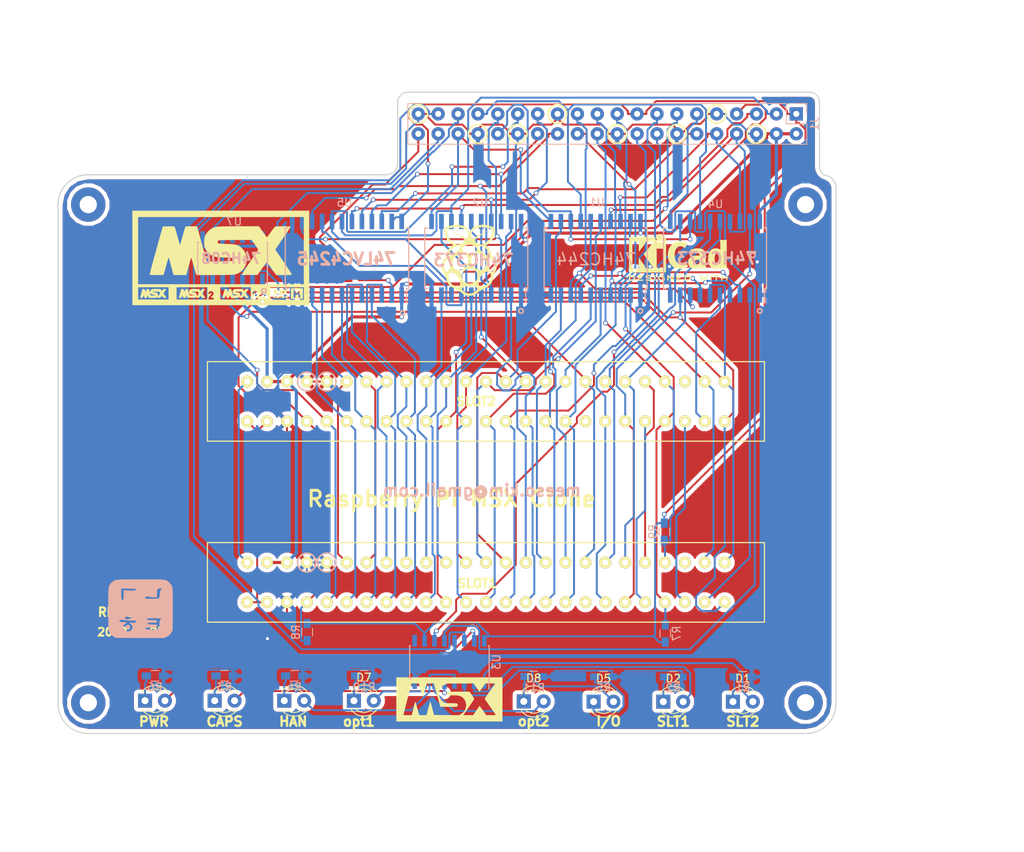
<source format=kicad_pcb>
(kicad_pcb (version 4) (host pcbnew 4.0.7)
  (layers (0 F.Cu signal) (31 B.Cu signal) (34 B.Paste user) (35 F.Paste user) (36 B.SilkS user) (37 F.SilkS user) (38 B.Mask user) (39 F.Mask user) (44 Edge.Cuts user))
  (net 0 "")
  (net 1 GND)
  (net 2 "Net-(U3-Pad9)")
  (net 3 +5V)
  (net 4 /RD3)
  (net 5 /RD4)
  (net 6 /RD6)
  (net 7 /RD7)
  (net 8 /RD0)
  (net 9 /RD1)
  (net 10 /RD2)
  (net 11 /RD5)
  (net 12 /CS1)
  (net 13 /CS2)
  (net 14 /CS12)
  (net 15 /SLTSL1)
  (net 16 /RFSH)
  (net 17 /INT)
  (net 18 /M1)
  (net 19 /BUSDIR)
  (net 20 /IORQ)
  (net 21 /MREQ)
  (net 22 /WR)
  (net 23 /RD)
  (net 24 /RESET)
  (net 25 /A9)
  (net 26 /A15)
  (net 27 /A11)
  (net 28 /A10)
  (net 29 /A7)
  (net 30 /A6)
  (net 31 /A12)
  (net 32 /A8)
  (net 33 /A14)
  (net 34 /A13)
  (net 35 /A1)
  (net 36 /A0)
  (net 37 /A3)
  (net 38 /A2)
  (net 39 /A5)
  (net 40 /A4)
  (net 41 /D1)
  (net 42 /D0)
  (net 43 /D3)
  (net 44 /D2)
  (net 45 /D5)
  (net 46 /D4)
  (net 47 /D7)
  (net 48 /D6)
  (net 49 /CLK)
  (net 50 /+12V)
  (net 51 /SNDIN)
  (net 52 +3V3)
  (net 53 "Net-(P1-Pad5)")
  (net 54 "Net-(P1-Pad16)")
  (net 55 "Net-(P2-Pad5)")
  (net 56 "Net-(P2-Pad16)")
  (net 57 /RA8)
  (net 58 /RA10)
  (net 59 /RA11)
  (net 60 /RA15)
  (net 61 /RA12)
  (net 62 /RA9)
  (net 63 /RA13)
  (net 64 /RA14)
  (net 65 "Net-(D1-Pad2)")
  (net 66 "Net-(D2-Pad2)")
  (net 67 "Net-(D3-Pad2)")
  (net 68 "Net-(D4-Pad2)")
  (net 69 "Net-(D5-Pad2)")
  (net 70 "Net-(D6-Pad2)")
  (net 71 /RC17)
  (net 72 /RC18)
  (net 73 /RC27)
  (net 74 /RC23)
  (net 75 /RC25)
  (net 76 /RC19)
  (net 77 /RC20)
  (net 78 /RC16)
  (net 79 /RC26)
  (net 80 /RC22)
  (net 81 /RC21)
  (net 82 /SLTSL2)
  (net 83 "Net-(D1-Pad1)")
  (net 84 "Net-(D2-Pad1)")
  (net 85 "Net-(D3-Pad1)")
  (net 86 "Net-(D4-Pad1)")
  (net 87 "Net-(D5-Pad1)")
  (net 88 "Net-(D6-Pad1)")
  (net 89 "Net-(D7-Pad1)")
  (net 90 "Net-(D7-Pad2)")
  (net 91 "Net-(D8-Pad1)")
  (net 92 "Net-(D8-Pad2)")
  (module Mounting_Holes:MountingHole_2.2mm_M2_Pad (layer F.Cu) (at 206.756 130.937)
    (fp_text reference H2 hide)
    (fp_text value MountingHole_2.2mm_M2_Pad)
    (pad 1 thru_hole circle (at 0 0) (size 4.4 4.4) (drill 2.2) (layers *.Cu *.Mask))
  )
  (module Mounting_Holes:MountingHole_2.2mm_M2_Pad (layer F.Cu) (at 206.756 67.31)
    (fp_text reference H4 hide)
    (fp_text value MountingHole_2.2mm_M2_Pad)
    (pad "" thru_hole circle (at 0 0) (size 4.4 4.4) (drill 2.2) (layers *.Cu *.Mask))
  )
  (module Mounting_Holes:MountingHole_2.2mm_M2_Pad (layer F.Cu) (at 115.18 67.31)
    (fp_text reference H3 hide)
    (fp_text value MountingHole_2.2mm_M2_Pad)
    (pad 1 thru_hole circle (at 0 0) (size 4.4 4.4) (drill 2.2) (layers *.Cu *.Mask))
  )
  (module Mounting_Holes:MountingHole_2.2mm_M2_Pad (layer B.Cu) (at 115.189 130.937)
    (fp_text reference H1 hide)
    (fp_text value MountingHole_2.2mm_M2_Pad)
    (pad 1 thru_hole circle (at 0 0) (size 4.4 4.4) (drill 2.2) (layers *.Cu *.Mask))
  )
  (module Socket_Strips:Socket_Strip_Straight_2x20_Pitch2.54mm (layer B.Cu) (at 205.572 55.7276 90)
    (fp_text reference J1 (at -1.27 2.33 90) (layer B.SilkS) (effects (justify mirror)))
    (fp_text value RPi_GPIO)
    (pad 1 thru_hole rect (at 0 0 90) (size 1.7 1.7) (drill 0.777) (layers *.Cu *.Mask) (net 52 +3V3))
    (pad 2 thru_hole oval (at -2.54 0 90) (size 1.7 1.7) (drill 0.777) (layers *.Cu *.Mask) (net 3 +5V))
    (pad 3 thru_hole oval (at 0 -2.54 90) (size 1.7 1.7) (drill 0.777) (layers *.Cu *.Mask) (net 10 /RD2))
    (pad 4 thru_hole oval (at -2.54 -2.54 90) (size 1.7 1.7) (drill 0.777) (layers *.Cu *.Mask) (net 3 +5V))
    (pad 5 thru_hole oval (at 0 -5.08 90) (size 1.7 1.7) (drill 0.777) (layers *.Cu *.Mask) (net 4 /RD3))
    (pad 6 thru_hole oval (at -2.54 -5.08 90) (size 1.7 1.7) (drill 0.777) (layers *.Cu *.Mask) (net 1 GND))
    (pad 7 thru_hole oval (at 0 -7.62 90) (size 1.7 1.7) (drill 0.777) (layers *.Cu *.Mask) (net 5 /RD4))
    (pad 8 thru_hole oval (at -2.54 -7.62 90) (size 1.7 1.7) (drill 0.777) (layers *.Cu *.Mask) (net 64 /RA14))
    (pad 9 thru_hole oval (at 0 -10.16 90) (size 1.7 1.7) (drill 0.777) (layers *.Cu *.Mask) (net 1 GND))
    (pad 10 thru_hole oval (at -2.54 -10.16 90) (size 1.7 1.7) (drill 0.777) (layers *.Cu *.Mask) (net 60 /RA15))
    (pad 11 thru_hole oval (at 0 -12.7 90) (size 1.7 1.7) (drill 0.777) (layers *.Cu *.Mask) (net 71 /RC17))
    (pad 12 thru_hole oval (at -2.54 -12.7 90) (size 1.7 1.7) (drill 0.777) (layers *.Cu *.Mask) (net 72 /RC18))
    (pad 13 thru_hole oval (at 0 -15.24 90) (size 1.7 1.7) (drill 0.777) (layers *.Cu *.Mask) (net 73 /RC27))
    (pad 14 thru_hole oval (at -2.54 -15.24 90) (size 1.7 1.7) (drill 0.777) (layers *.Cu *.Mask) (net 1 GND))
    (pad 15 thru_hole oval (at 0 -17.78 90) (size 1.7 1.7) (drill 0.777) (layers *.Cu *.Mask) (net 80 /RC22))
    (pad 16 thru_hole oval (at -2.54 -17.78 90) (size 1.7 1.7) (drill 0.777) (layers *.Cu *.Mask) (net 74 /RC23))
    (pad 17 thru_hole oval (at 0 -20.32 90) (size 1.7 1.7) (drill 0.777) (layers *.Cu *.Mask) (net 52 +3V3))
    (pad 18 thru_hole oval (at -2.54 -20.32 90) (size 1.7 1.7) (drill 0.777) (layers *.Cu *.Mask) (net 17 /INT))
    (pad 19 thru_hole oval (at 0 -22.86 90) (size 1.7 1.7) (drill 0.777) (layers *.Cu *.Mask) (net 58 /RA10))
    (pad 20 thru_hole oval (at -2.54 -22.86 90) (size 1.7 1.7) (drill 0.777) (layers *.Cu *.Mask) (net 1 GND))
    (pad 21 thru_hole oval (at 0 -25.4 90) (size 1.7 1.7) (drill 0.777) (layers *.Cu *.Mask) (net 62 /RA9))
    (pad 22 thru_hole oval (at -2.54 -25.4 90) (size 1.7 1.7) (drill 0.777) (layers *.Cu *.Mask) (net 75 /RC25))
    (pad 23 thru_hole oval (at 0 -27.94 90) (size 1.7 1.7) (drill 0.777) (layers *.Cu *.Mask) (net 59 /RA11))
    (pad 24 thru_hole oval (at -2.54 -27.94 90) (size 1.7 1.7) (drill 0.777) (layers *.Cu *.Mask) (net 57 /RA8))
    (pad 25 thru_hole oval (at 0 -30.48 90) (size 1.7 1.7) (drill 0.777) (layers *.Cu *.Mask) (net 1 GND))
    (pad 26 thru_hole oval (at -2.54 -30.48 90) (size 1.7 1.7) (drill 0.777) (layers *.Cu *.Mask) (net 7 /RD7))
    (pad 27 thru_hole oval (at 0 -33.02 90) (size 1.7 1.7) (drill 0.777) (layers *.Cu *.Mask) (net 8 /RD0))
    (pad 28 thru_hole oval (at -2.54 -33.02 90) (size 1.7 1.7) (drill 0.777) (layers *.Cu *.Mask) (net 9 /RD1))
    (pad 29 thru_hole oval (at 0 -35.56 90) (size 1.7 1.7) (drill 0.777) (layers *.Cu *.Mask) (net 11 /RD5))
    (pad 30 thru_hole oval (at -2.54 -35.56 90) (size 1.7 1.7) (drill 0.777) (layers *.Cu *.Mask) (net 1 GND))
    (pad 31 thru_hole oval (at 0 -38.1 90) (size 1.7 1.7) (drill 0.777) (layers *.Cu *.Mask) (net 6 /RD6))
    (pad 32 thru_hole oval (at -2.54 -38.1 90) (size 1.7 1.7) (drill 0.777) (layers *.Cu *.Mask) (net 61 /RA12))
    (pad 33 thru_hole oval (at 0 -40.64 90) (size 1.7 1.7) (drill 0.777) (layers *.Cu *.Mask) (net 63 /RA13))
    (pad 34 thru_hole oval (at -2.54 -40.64 90) (size 1.7 1.7) (drill 0.777) (layers *.Cu *.Mask) (net 1 GND))
    (pad 35 thru_hole oval (at 0 -43.18 90) (size 1.7 1.7) (drill 0.777) (layers *.Cu *.Mask) (net 76 /RC19))
    (pad 36 thru_hole oval (at -2.54 -43.18 90) (size 1.7 1.7) (drill 0.777) (layers *.Cu *.Mask) (net 78 /RC16))
    (pad 37 thru_hole oval (at 0 -45.72 90) (size 1.7 1.7) (drill 0.777) (layers *.Cu *.Mask) (net 79 /RC26))
    (pad 38 thru_hole oval (at -2.54 -45.72 90) (size 1.7 1.7) (drill 0.777) (layers *.Cu *.Mask) (net 77 /RC20))
    (pad 39 thru_hole oval (at 0 -48.26 90) (size 1.7 1.7) (drill 0.777) (layers *.Cu *.Mask) (net 1 GND))
    (pad 40 thru_hole oval (at -2.54 -48.26 90) (size 1.7 1.7) (drill 0.777) (layers *.Cu *.Mask) (net 81 /RC21))
  )
  (module LEDs:LED_D3.0mm (layer F.Cu) (at 131.318 130.683)
    (fp_text reference D3 hide)
    (fp_text value LED)
    (pad 1 thru_hole rect (at 0 0) (size 1.8 1.8) (drill 0.9) (layers *.Cu *.Mask) (net 85 "Net-(D3-Pad1)"))
    (pad 2 thru_hole circle (at 2.54 0) (size 1.8 1.8) (drill 0.9) (layers *.Cu *.Mask) (net 67 "Net-(D3-Pad2)"))
  )
  (module LEDs:LED_D3.0mm (layer F.Cu) (at 140.208 130.683)
    (fp_text reference D4 hide)
    (fp_text value LED)
    (pad 1 thru_hole rect (at 0 0) (size 1.8 1.8) (drill 0.9) (layers *.Cu *.Mask) (net 86 "Net-(D4-Pad1)"))
    (pad 2 thru_hole circle (at 2.54 0) (size 1.8 1.8) (drill 0.9) (layers *.Cu *.Mask) (net 68 "Net-(D4-Pad2)"))
  )
  (module LEDs:LED_D3.0mm (layer F.Cu) (at 122.428 130.683)
    (fp_text reference D6 hide)
    (fp_text value LED)
    (pad 1 thru_hole rect (at 0 0) (size 1.8 1.8) (drill 0.9) (layers *.Cu *.Mask) (net 88 "Net-(D6-Pad1)"))
    (pad 2 thru_hole circle (at 2.54 0) (size 1.8 1.8) (drill 0.9) (layers *.Cu *.Mask) (net 70 "Net-(D6-Pad2)"))
  )
  (module Resistors_SMD:R_0603_HandSoldering (layer B.Cu) (at 198.755 127.635)
    (fp_text reference R1 (at 0 1.45) (layer B.SilkS) (effects (justify mirror)))
    (fp_text value R)
    (pad 1 smd rect (at -1.1 0) (size 1.2 0.9) (layers B.Cu B.Paste B.Mask) (net 83 "Net-(D1-Pad1)"))
    (pad 2 smd rect (at 1.1 0) (size 1.2 0.9) (layers B.Cu B.Paste B.Mask) (net 1 GND))
  )
  (module Resistors_SMD:R_0603_HandSoldering (layer B.Cu) (at 189.865 127.635)
    (fp_text reference R2 (at 0 1.45) (layer B.SilkS) (effects (justify mirror)))
    (fp_text value R)
    (pad 1 smd rect (at -1.1 0) (size 1.2 0.9) (layers B.Cu B.Paste B.Mask) (net 84 "Net-(D2-Pad1)"))
    (pad 2 smd rect (at 1.1 0) (size 1.2 0.9) (layers B.Cu B.Paste B.Mask) (net 1 GND))
  )
  (module Resistors_SMD:R_0603_HandSoldering (layer B.Cu) (at 132.588 127.508)
    (fp_text reference R3 (at 0 1.45) (layer B.SilkS) (effects (justify mirror)))
    (fp_text value R)
    (pad 1 smd rect (at -1.1 0) (size 1.2 0.9) (layers B.Cu B.Paste B.Mask) (net 85 "Net-(D3-Pad1)"))
    (pad 2 smd rect (at 1.1 0) (size 1.2 0.9) (layers B.Cu B.Paste B.Mask) (net 1 GND))
  )
  (module Resistors_SMD:R_0603_HandSoldering (layer B.Cu) (at 141.478 127.508)
    (fp_text reference R4 (at 0 1.45) (layer B.SilkS) (effects (justify mirror)))
    (fp_text value R)
    (pad 1 smd rect (at -1.1 0) (size 1.2 0.9) (layers B.Cu B.Paste B.Mask) (net 86 "Net-(D4-Pad1)"))
    (pad 2 smd rect (at 1.1 0) (size 1.2 0.9) (layers B.Cu B.Paste B.Mask) (net 1 GND))
  )
  (module Resistors_SMD:R_0603_HandSoldering (layer B.Cu) (at 180.966 127.63)
    (fp_text reference R5 (at 0 1.45) (layer B.SilkS) (effects (justify mirror)))
    (fp_text value R)
    (pad 1 smd rect (at -1.1 0) (size 1.2 0.9) (layers B.Cu B.Paste B.Mask) (net 87 "Net-(D5-Pad1)"))
    (pad 2 smd rect (at 1.1 0) (size 1.2 0.9) (layers B.Cu B.Paste B.Mask) (net 1 GND))
  )
  (module Resistors_SMD:R_0603_HandSoldering (layer B.Cu) (at 123.698 127.508)
    (fp_text reference R6 (at 0 1.45) (layer B.SilkS) (effects (justify mirror)))
    (fp_text value R)
    (pad 1 smd rect (at -1.1 0) (size 1.2 0.9) (layers B.Cu B.Paste B.Mask) (net 88 "Net-(D6-Pad1)"))
    (pad 2 smd rect (at 1.1 0) (size 1.2 0.9) (layers B.Cu B.Paste B.Mask) (net 1 GND))
  )
  (module Resistors_SMD:R_0603_HandSoldering (layer B.Cu) (at 188.849 122.09 90)
    (fp_text reference R7 (at 0 1.45 90) (layer B.SilkS) (effects (justify mirror)))
    (fp_text value R)
    (pad 1 smd rect (at -1.1 0 90) (size 1.2 0.9) (layers B.Cu B.Paste B.Mask) (net 52 +3V3))
    (pad 2 smd rect (at 1.1 0 90) (size 1.2 0.9) (layers B.Cu B.Paste B.Mask) (net 17 /INT))
  )
  (module Resistors_SMD:R_0603_HandSoldering (layer B.Cu) (at 143.129 121.92 270)
    (fp_text reference R8 (at 0 1.45 270) (layer B.SilkS) (effects (justify mirror)))
    (fp_text value R)
    (pad 1 smd rect (at -1.1 0 270) (size 1.2 0.9) (layers B.Cu B.Paste B.Mask) (net 52 +3V3))
    (pad 2 smd rect (at 1.1 0 270) (size 1.2 0.9) (layers B.Cu B.Paste B.Mask) (net 73 /RC27))
  )
  (module Resistors_SMD:R_0603_HandSoldering (layer B.Cu) (at 188.722 109.093 270)
    (fp_text reference R9 (at 0 1.45 270) (layer B.SilkS) (effects (justify mirror)))
    (fp_text value R)
    (pad 1 smd rect (at -1.1 0 270) (size 1.2 0.9) (layers B.Cu B.Paste B.Mask) (net 52 +3V3))
    (pad 2 smd rect (at 1.1 0 270) (size 1.2 0.9) (layers B.Cu B.Paste B.Mask) (net 75 /RC25))
  )
  (module Housings_SOIC:SOIC-20W_7.5x12.8mm_Pitch1.27mm (layer B.Cu) (at 179.959 74.168 90)
    (fp_text reference U1 (at 7.1374 0.1651 180) (layer B.SilkS) (effects (justify mirror)))
    (fp_text value 74LS373)
    (pad 1 smd rect (at -4.7 5.715 90) (size 1.95 0.6) (layers B.Cu B.Paste B.Mask) (net 1 GND))
    (pad 2 smd rect (at -4.7 4.445 90) (size 1.95 0.6) (layers B.Cu B.Paste B.Mask) (net 32 /A8))
    (pad 3 smd rect (at -4.7 3.175 90) (size 1.95 0.6) (layers B.Cu B.Paste B.Mask) (net 57 /RA8))
    (pad 4 smd rect (at -4.7 1.905 90) (size 1.95 0.6) (layers B.Cu B.Paste B.Mask) (net 62 /RA9))
    (pad 5 smd rect (at -4.7 0.635 90) (size 1.95 0.6) (layers B.Cu B.Paste B.Mask) (net 25 /A9))
    (pad 6 smd rect (at -4.7 -0.635 90) (size 1.95 0.6) (layers B.Cu B.Paste B.Mask) (net 28 /A10))
    (pad 7 smd rect (at -4.7 -1.905 90) (size 1.95 0.6) (layers B.Cu B.Paste B.Mask) (net 58 /RA10))
    (pad 8 smd rect (at -4.7 -3.175 90) (size 1.95 0.6) (layers B.Cu B.Paste B.Mask) (net 59 /RA11))
    (pad 9 smd rect (at -4.7 -4.445 90) (size 1.95 0.6) (layers B.Cu B.Paste B.Mask) (net 27 /A11))
    (pad 10 smd rect (at -4.7 -5.715 90) (size 1.95 0.6) (layers B.Cu B.Paste B.Mask) (net 1 GND))
    (pad 11 smd rect (at 4.7 -5.715 90) (size 1.95 0.6) (layers B.Cu B.Paste B.Mask) (net 78 /RC16))
    (pad 12 smd rect (at 4.7 -4.445 90) (size 1.95 0.6) (layers B.Cu B.Paste B.Mask) (net 31 /A12))
    (pad 13 smd rect (at 4.7 -3.175 90) (size 1.95 0.6) (layers B.Cu B.Paste B.Mask) (net 61 /RA12))
    (pad 14 smd rect (at 4.7 -1.905 90) (size 1.95 0.6) (layers B.Cu B.Paste B.Mask) (net 63 /RA13))
    (pad 15 smd rect (at 4.7 -0.635 90) (size 1.95 0.6) (layers B.Cu B.Paste B.Mask) (net 34 /A13))
    (pad 16 smd rect (at 4.7 0.635 90) (size 1.95 0.6) (layers B.Cu B.Paste B.Mask) (net 33 /A14))
    (pad 17 smd rect (at 4.7 1.905 90) (size 1.95 0.6) (layers B.Cu B.Paste B.Mask) (net 64 /RA14))
    (pad 18 smd rect (at 4.7 3.175 90) (size 1.95 0.6) (layers B.Cu B.Paste B.Mask) (net 60 /RA15))
    (pad 19 smd rect (at 4.7 4.445 90) (size 1.95 0.6) (layers B.Cu B.Paste B.Mask) (net 26 /A15))
    (pad 20 smd rect (at 4.7 5.715 90) (size 1.95 0.6) (layers B.Cu B.Paste B.Mask) (net 3 +5V))
  )
  (module Housings_SOIC:SOIC-20W_7.5x12.8mm_Pitch1.27mm (layer B.Cu) (at 164.719 74.168 90)
    (fp_text reference U2 (at 7.112 0.5207 180) (layer B.SilkS) (effects (justify mirror)))
    (fp_text value 74LS373)
    (pad 1 smd rect (at -4.7 5.715 90) (size 1.95 0.6) (layers B.Cu B.Paste B.Mask) (net 1 GND))
    (pad 2 smd rect (at -4.7 4.445 90) (size 1.95 0.6) (layers B.Cu B.Paste B.Mask) (net 30 /A6))
    (pad 3 smd rect (at -4.7 3.175 90) (size 1.95 0.6) (layers B.Cu B.Paste B.Mask) (net 6 /RD6))
    (pad 4 smd rect (at -4.7 1.905 90) (size 1.95 0.6) (layers B.Cu B.Paste B.Mask) (net 7 /RD7))
    (pad 5 smd rect (at -4.7 0.635 90) (size 1.95 0.6) (layers B.Cu B.Paste B.Mask) (net 29 /A7))
    (pad 6 smd rect (at -4.7 -0.635 90) (size 1.95 0.6) (layers B.Cu B.Paste B.Mask) (net 40 /A4))
    (pad 7 smd rect (at -4.7 -1.905 90) (size 1.95 0.6) (layers B.Cu B.Paste B.Mask) (net 5 /RD4))
    (pad 8 smd rect (at -4.7 -3.175 90) (size 1.95 0.6) (layers B.Cu B.Paste B.Mask) (net 11 /RD5))
    (pad 9 smd rect (at -4.7 -4.445 90) (size 1.95 0.6) (layers B.Cu B.Paste B.Mask) (net 39 /A5))
    (pad 10 smd rect (at -4.7 -5.715 90) (size 1.95 0.6) (layers B.Cu B.Paste B.Mask) (net 1 GND))
    (pad 11 smd rect (at 4.7 -5.715 90) (size 1.95 0.6) (layers B.Cu B.Paste B.Mask) (net 78 /RC16))
    (pad 12 smd rect (at 4.7 -4.445 90) (size 1.95 0.6) (layers B.Cu B.Paste B.Mask) (net 38 /A2))
    (pad 13 smd rect (at 4.7 -3.175 90) (size 1.95 0.6) (layers B.Cu B.Paste B.Mask) (net 10 /RD2))
    (pad 14 smd rect (at 4.7 -1.905 90) (size 1.95 0.6) (layers B.Cu B.Paste B.Mask) (net 4 /RD3))
    (pad 15 smd rect (at 4.7 -0.635 90) (size 1.95 0.6) (layers B.Cu B.Paste B.Mask) (net 37 /A3))
    (pad 16 smd rect (at 4.7 0.635 90) (size 1.95 0.6) (layers B.Cu B.Paste B.Mask) (net 36 /A0))
    (pad 17 smd rect (at 4.7 1.905 90) (size 1.95 0.6) (layers B.Cu B.Paste B.Mask) (net 8 /RD0))
    (pad 18 smd rect (at 4.7 3.175 90) (size 1.95 0.6) (layers B.Cu B.Paste B.Mask) (net 9 /RD1))
    (pad 19 smd rect (at 4.7 4.445 90) (size 1.95 0.6) (layers B.Cu B.Paste B.Mask) (net 35 /A1))
    (pad 20 smd rect (at 4.7 5.715 90) (size 1.95 0.6) (layers B.Cu B.Paste B.Mask) (net 3 +5V))
  )
  (module Housings_SOIC:SOIC-20W_7.5x12.8mm_Pitch1.27mm (layer B.Cu) (at 195.199 74.168 90)
    (fp_text reference U4 (at 6.9215 0.0508 180) (layer B.SilkS) (effects (justify mirror)))
    (fp_text value 74LS373)
    (pad 1 smd rect (at -4.7 5.715 90) (size 1.95 0.6) (layers B.Cu B.Paste B.Mask) (net 1 GND))
    (pad 2 smd rect (at -4.7 4.445 90) (size 1.95 0.6) (layers B.Cu B.Paste B.Mask) (net 15 /SLTSL1))
    (pad 3 smd rect (at -4.7 3.175 90) (size 1.95 0.6) (layers B.Cu B.Paste B.Mask) (net 57 /RA8))
    (pad 4 smd rect (at -4.7 1.905 90) (size 1.95 0.6) (layers B.Cu B.Paste B.Mask) (net 62 /RA9))
    (pad 5 smd rect (at -4.7 0.635 90) (size 1.95 0.6) (layers B.Cu B.Paste B.Mask) (net 82 /SLTSL2))
    (pad 6 smd rect (at -4.7 -0.635 90) (size 1.95 0.6) (layers B.Cu B.Paste B.Mask) (net 12 /CS1))
    (pad 7 smd rect (at -4.7 -1.905 90) (size 1.95 0.6) (layers B.Cu B.Paste B.Mask) (net 58 /RA10))
    (pad 8 smd rect (at -4.7 -3.175 90) (size 1.95 0.6) (layers B.Cu B.Paste B.Mask) (net 59 /RA11))
    (pad 9 smd rect (at -4.7 -4.445 90) (size 1.95 0.6) (layers B.Cu B.Paste B.Mask) (net 13 /CS2))
    (pad 10 smd rect (at -4.7 -5.715 90) (size 1.95 0.6) (layers B.Cu B.Paste B.Mask) (net 1 GND))
    (pad 11 smd rect (at 4.7 -5.715 90) (size 1.95 0.6) (layers B.Cu B.Paste B.Mask) (net 71 /RC17))
    (pad 12 smd rect (at 4.7 -4.445 90) (size 1.95 0.6) (layers B.Cu B.Paste B.Mask) (net 23 /RD))
    (pad 13 smd rect (at 4.7 -3.175 90) (size 1.95 0.6) (layers B.Cu B.Paste B.Mask) (net 61 /RA12))
    (pad 14 smd rect (at 4.7 -1.905 90) (size 1.95 0.6) (layers B.Cu B.Paste B.Mask) (net 63 /RA13))
    (pad 15 smd rect (at 4.7 -0.635 90) (size 1.95 0.6) (layers B.Cu B.Paste B.Mask) (net 22 /WR))
    (pad 16 smd rect (at 4.7 0.635 90) (size 1.95 0.6) (layers B.Cu B.Paste B.Mask) (net 20 /IORQ))
    (pad 17 smd rect (at 4.7 1.905 90) (size 1.95 0.6) (layers B.Cu B.Paste B.Mask) (net 64 /RA14))
    (pad 18 smd rect (at 4.7 3.175 90) (size 1.95 0.6) (layers B.Cu B.Paste B.Mask) (net 60 /RA15))
    (pad 19 smd rect (at 4.7 4.445 90) (size 1.95 0.6) (layers B.Cu B.Paste B.Mask) (net 21 /MREQ))
    (pad 20 smd rect (at 4.7 5.715 90) (size 1.95 0.6) (layers B.Cu B.Paste B.Mask) (net 3 +5V))
  )
  (module Housings_SOIC:SOIC-24W_7.5x15.4mm_Pitch1.27mm (layer B.Cu) (at 148.209 74.168 90)
    (fp_text reference U5 (at 7.112 -0.3175 180) (layer B.SilkS) (effects (justify mirror)))
    (fp_text value LVC4245)
    (pad 1 smd rect (at -4.7 6.985 90) (size 2 0.6) (layers B.Cu B.Paste B.Mask) (net 3 +5V))
    (pad 2 smd rect (at -4.7 5.715 90) (size 2 0.6) (layers B.Cu B.Paste B.Mask) (net 81 /RC21))
    (pad 3 smd rect (at -4.7 4.445 90) (size 2 0.6) (layers B.Cu B.Paste B.Mask) (net 41 /D1))
    (pad 4 smd rect (at -4.7 3.175 90) (size 2 0.6) (layers B.Cu B.Paste B.Mask) (net 42 /D0))
    (pad 5 smd rect (at -4.7 1.905 90) (size 2 0.6) (layers B.Cu B.Paste B.Mask) (net 43 /D3))
    (pad 6 smd rect (at -4.7 0.635 90) (size 2 0.6) (layers B.Cu B.Paste B.Mask) (net 44 /D2))
    (pad 7 smd rect (at -4.7 -0.635 90) (size 2 0.6) (layers B.Cu B.Paste B.Mask) (net 45 /D5))
    (pad 8 smd rect (at -4.7 -1.905 90) (size 2 0.6) (layers B.Cu B.Paste B.Mask) (net 46 /D4))
    (pad 9 smd rect (at -4.7 -3.175 90) (size 2 0.6) (layers B.Cu B.Paste B.Mask) (net 47 /D7))
    (pad 10 smd rect (at -4.7 -4.445 90) (size 2 0.6) (layers B.Cu B.Paste B.Mask) (net 48 /D6))
    (pad 11 smd rect (at -4.7 -5.715 90) (size 2 0.6) (layers B.Cu B.Paste B.Mask) (net 1 GND))
    (pad 12 smd rect (at -4.7 -6.985 90) (size 2 0.6) (layers B.Cu B.Paste B.Mask) (net 1 GND))
    (pad 13 smd rect (at 4.7 -6.985 90) (size 2 0.6) (layers B.Cu B.Paste B.Mask) (net 1 GND))
    (pad 14 smd rect (at 4.7 -5.715 90) (size 2 0.6) (layers B.Cu B.Paste B.Mask) (net 6 /RD6))
    (pad 15 smd rect (at 4.7 -4.445 90) (size 2 0.6) (layers B.Cu B.Paste B.Mask) (net 7 /RD7))
    (pad 16 smd rect (at 4.7 -3.175 90) (size 2 0.6) (layers B.Cu B.Paste B.Mask) (net 5 /RD4))
    (pad 17 smd rect (at 4.7 -1.905 90) (size 2 0.6) (layers B.Cu B.Paste B.Mask) (net 11 /RD5))
    (pad 18 smd rect (at 4.7 -0.635 90) (size 2 0.6) (layers B.Cu B.Paste B.Mask) (net 10 /RD2))
    (pad 19 smd rect (at 4.7 0.635 90) (size 2 0.6) (layers B.Cu B.Paste B.Mask) (net 4 /RD3))
    (pad 20 smd rect (at 4.7 1.905 90) (size 2 0.6) (layers B.Cu B.Paste B.Mask) (net 8 /RD0))
    (pad 21 smd rect (at 4.7 3.175 90) (size 2 0.6) (layers B.Cu B.Paste B.Mask) (net 9 /RD1))
    (pad 22 smd rect (at 4.7 4.445 90) (size 2 0.6) (layers B.Cu B.Paste B.Mask) (net 72 /RC18))
    (pad 23 smd rect (at 4.7 5.715 90) (size 2 0.6) (layers B.Cu B.Paste B.Mask) (net 52 +3V3))
    (pad 24 smd rect (at 4.7 6.985 90) (size 2 0.6) (layers B.Cu B.Paste B.Mask) (net 52 +3V3))
  )
  (module Housings_SOIC:SOIC-14_3.9x8.7mm_Pitch1.27mm (layer B.Cu) (at 133.604 74.168 90)
    (fp_text reference U7 (at 4.6863 0.2032 180) (layer B.SilkS) (effects (justify mirror)))
    (fp_text value 74LS08)
    (pad 1 smd rect (at -2.7 3.81 90) (size 1.5 0.6) (layers B.Cu B.Paste B.Mask) (net 12 /CS1))
    (pad 2 smd rect (at -2.7 2.54 90) (size 1.5 0.6) (layers B.Cu B.Paste B.Mask) (net 13 /CS2))
    (pad 3 smd rect (at -2.7 1.27 90) (size 1.5 0.6) (layers B.Cu B.Paste B.Mask) (net 14 /CS12))
    (pad 4 smd rect (at -2.7 0 90) (size 1.5 0.6) (layers B.Cu B.Paste B.Mask) (net 76 /RC19))
    (pad 5 smd rect (at -2.7 -1.27 90) (size 1.5 0.6) (layers B.Cu B.Paste B.Mask) (net 3 +5V))
    (pad 6 smd rect (at -2.7 -2.54 90) (size 1.5 0.6) (layers B.Cu B.Paste B.Mask) (net 24 /RESET))
    (pad 7 smd rect (at -2.7 -3.81 90) (size 1.5 0.6) (layers B.Cu B.Paste B.Mask) (net 1 GND))
    (pad 8 smd rect (at 2.7 -3.81 90) (size 1.5 0.6) (layers B.Cu B.Paste B.Mask) (net 49 /CLK))
    (pad 9 smd rect (at 2.7 -2.54 90) (size 1.5 0.6) (layers B.Cu B.Paste B.Mask) (net 77 /RC20))
    (pad 10 smd rect (at 2.7 -1.27 90) (size 1.5 0.6) (layers B.Cu B.Paste B.Mask) (net 3 +5V))
    (pad 11 smd rect (at 2.7 0 90) (size 1.5 0.6) (layers B.Cu B.Paste B.Mask))
    (pad 12 smd rect (at 2.7 1.27 90) (size 1.5 0.6) (layers B.Cu B.Paste B.Mask))
    (pad 13 smd rect (at 2.7 2.54 90) (size 1.5 0.6) (layers B.Cu B.Paste B.Mask))
    (pad 14 smd rect (at 2.7 3.81 90) (size 1.5 0.6) (layers B.Cu B.Paste B.Mask) (net 3 +5V))
  )
  (module MSX:msx_msx2_msx+logo (layer F.Cu) (at 132.08 74.1045)
    (fp_text reference G2 hide)
    (fp_text value LOGO hide)
  )
  (module MSX:raspberry_pi_logo (layer F.Cu) (at 163.83 74.422)
    (fp_text reference G1 hide)
    (fp_text value LOGO hide)
  )
  (module Symbols:KiCad-Logo2_6mm_SilkScreen (layer F.Cu) (at 190.5 74.041)
    (fp_text reference G3 hide)
    (fp_text value KiCad-Logo2_6mm_SilkScreen hide)
  )
  (module Housings_SOIC:SOIC-16_3.9x9.9mm_Pitch1.27mm (layer B.Cu) (at 161.29 125.73 90)
    (fp_text reference U3 (at 0 6 90) (layer B.SilkS) (effects (justify mirror)))
    (fp_text value 74HC595)
    (pad 1 smd rect (at -2.7 4.445 90) (size 1.5 0.6) (layers B.Cu B.Paste B.Mask) (net 65 "Net-(D1-Pad2)"))
    (pad 2 smd rect (at -2.7 3.175 90) (size 1.5 0.6) (layers B.Cu B.Paste B.Mask) (net 66 "Net-(D2-Pad2)"))
    (pad 3 smd rect (at -2.7 1.905 90) (size 1.5 0.6) (layers B.Cu B.Paste B.Mask) (net 69 "Net-(D5-Pad2)"))
    (pad 4 smd rect (at -2.7 0.635 90) (size 1.5 0.6) (layers B.Cu B.Paste B.Mask) (net 68 "Net-(D4-Pad2)"))
    (pad 5 smd rect (at -2.7 -0.635 90) (size 1.5 0.6) (layers B.Cu B.Paste B.Mask) (net 67 "Net-(D3-Pad2)"))
    (pad 6 smd rect (at -2.7 -1.905 90) (size 1.5 0.6) (layers B.Cu B.Paste B.Mask) (net 92 "Net-(D8-Pad2)"))
    (pad 7 smd rect (at -2.7 -3.175 90) (size 1.5 0.6) (layers B.Cu B.Paste B.Mask) (net 90 "Net-(D7-Pad2)"))
    (pad 8 smd rect (at -2.7 -4.445 90) (size 1.5 0.6) (layers B.Cu B.Paste B.Mask) (net 1 GND))
    (pad 9 smd rect (at 2.7 -4.445 90) (size 1.5 0.6) (layers B.Cu B.Paste B.Mask) (net 2 "Net-(U3-Pad9)"))
    (pad 10 smd rect (at 2.7 -3.175 90) (size 1.5 0.6) (layers B.Cu B.Paste B.Mask) (net 52 +3V3))
    (pad 11 smd rect (at 2.7 -1.905 90) (size 1.5 0.6) (layers B.Cu B.Paste B.Mask) (net 80 /RC22))
    (pad 12 smd rect (at 2.7 -0.635 90) (size 1.5 0.6) (layers B.Cu B.Paste B.Mask) (net 74 /RC23))
    (pad 13 smd rect (at 2.7 0.635 90) (size 1.5 0.6) (layers B.Cu B.Paste B.Mask) (net 1 GND))
    (pad 14 smd rect (at 2.7 1.905 90) (size 1.5 0.6) (layers B.Cu B.Paste B.Mask) (net 79 /RC26))
    (pad 15 smd rect (at 2.7 3.175 90) (size 1.5 0.6) (layers B.Cu B.Paste B.Mask) (net 70 "Net-(D6-Pad2)"))
    (pad 16 smd rect (at 2.7 4.445 90) (size 1.5 0.6) (layers B.Cu B.Paste B.Mask) (net 52 +3V3))
  )
  (module MSX:LOGO (layer F.Cu) (at 161.29 130.5052)
    (fp_text reference GMSX hide)
    (fp_text value LOGO hide)
  )
  (module MSX:srxg (layer B.Cu) (at 121.92 119.38 180)
    (fp_text reference G*** hide)
    (fp_text value LOGO hide)
  )
  (module LEDs:LED_D3.0mm (layer F.Cu) (at 149.098 130.683)
    (fp_text reference D7 (at 1.27 -2.96) (layer F.SilkS))
    (fp_text value LED)
    (pad 1 thru_hole rect (at 0 0) (size 1.8 1.8) (drill 0.9) (layers *.Cu *.Mask) (net 89 "Net-(D7-Pad1)"))
    (pad 2 thru_hole circle (at 2.54 0) (size 1.8 1.8) (drill 0.9) (layers *.Cu *.Mask) (net 90 "Net-(D7-Pad2)"))
  )
  (module LEDs:LED_D3.0mm (layer F.Cu) (at 170.779 130.776)
    (fp_text reference D8 (at 1.27 -2.96) (layer F.SilkS))
    (fp_text value LED)
    (pad 1 thru_hole rect (at 0 0) (size 1.8 1.8) (drill 0.9) (layers *.Cu *.Mask) (net 91 "Net-(D8-Pad1)"))
    (pad 2 thru_hole circle (at 2.54 0) (size 1.8 1.8) (drill 0.9) (layers *.Cu *.Mask) (net 92 "Net-(D8-Pad2)"))
  )
  (module Resistors_SMD:R_0603_HandSoldering (layer B.Cu) (at 150.411 127.508)
    (fp_text reference R10 (at 0 1.45) (layer B.SilkS) (effects (justify mirror)))
    (fp_text value R)
    (pad 1 smd rect (at -1.1 0) (size 1.2 0.9) (layers B.Cu B.Paste B.Mask) (net 89 "Net-(D7-Pad1)"))
    (pad 2 smd rect (at 1.1 0) (size 1.2 0.9) (layers B.Cu B.Paste B.Mask) (net 1 GND))
  )
  (module Resistors_SMD:R_0603_HandSoldering (layer B.Cu) (at 172.049 127.601)
    (fp_text reference R11 (at 0 1.45) (layer B.SilkS) (effects (justify mirror)))
    (fp_text value R)
    (pad 1 smd rect (at -1.1 0) (size 1.2 0.9) (layers B.Cu B.Paste B.Mask) (net 91 "Net-(D8-Pad1)"))
    (pad 2 smd rect (at 1.1 0) (size 1.2 0.9) (layers B.Cu B.Paste B.Mask) (net 1 GND))
  )
  (module MSX:MSX_SLOT (layer F.Cu) (at 167.223 92.456)
    (fp_text reference P2 hide)
    (fp_text value CONN_02X25)
    (pad 1 thru_hole circle (at 29.21 -2.54) (size 1.524 1.524) (drill 0.777) (layers *.Cu *.Mask F.SilkS) (net 12 /CS1))
    (pad 2 thru_hole circle (at 29.21 2.54) (size 1.524 1.524) (drill 0.777) (layers *.Cu *.Mask F.SilkS) (net 13 /CS2))
    (pad 3 thru_hole circle (at 26.67 -2.54) (size 1.524 1.524) (drill 0.777) (layers *.Cu *.Mask F.SilkS) (net 14 /CS12))
    (pad 4 thru_hole circle (at 26.67 2.54) (size 1.524 1.524) (drill 0.777) (layers *.Cu *.Mask F.SilkS) (net 82 /SLTSL2))
    (pad 5 thru_hole circle (at 24.13 -2.54) (size 1.524 1.524) (drill 0.777) (layers *.Cu *.Mask F.SilkS) (net 55 "Net-(P2-Pad5)"))
    (pad 6 thru_hole circle (at 24.13 2.54) (size 1.524 1.524) (drill 0.777) (layers *.Cu *.Mask F.SilkS) (net 16 /RFSH))
    (pad 7 thru_hole circle (at 21.59 -2.54) (size 1.524 1.524) (drill 0.777) (layers *.Cu *.Mask F.SilkS) (net 75 /RC25))
    (pad 8 thru_hole circle (at 21.59 2.54) (size 1.524 1.524) (drill 0.777) (layers *.Cu *.Mask F.SilkS) (net 17 /INT))
    (pad 9 thru_hole circle (at 19.05 -2.54) (size 1.524 1.524) (drill 0.777) (layers *.Cu *.Mask F.SilkS) (net 18 /M1))
    (pad 10 thru_hole circle (at 19.05 2.54) (size 1.524 1.524) (drill 0.777) (layers *.Cu *.Mask F.SilkS) (net 19 /BUSDIR))
    (pad 11 thru_hole circle (at 16.51 -2.54) (size 1.524 1.524) (drill 0.777) (layers *.Cu *.Mask F.SilkS) (net 20 /IORQ))
    (pad 12 thru_hole circle (at 16.51 2.54) (size 1.524 1.524) (drill 0.777) (layers *.Cu *.Mask F.SilkS) (net 21 /MREQ))
    (pad 13 thru_hole circle (at 13.97 -2.54) (size 1.524 1.524) (drill 0.777) (layers *.Cu *.Mask F.SilkS) (net 22 /WR))
    (pad 14 thru_hole circle (at 13.97 2.54) (size 1.524 1.524) (drill 0.777) (layers *.Cu *.Mask F.SilkS) (net 23 /RD))
    (pad 15 thru_hole circle (at 11.43 -2.54) (size 1.524 1.524) (drill 0.777) (layers *.Cu *.Mask F.SilkS) (net 24 /RESET))
    (pad 16 thru_hole circle (at 11.43 2.54) (size 1.524 1.524) (drill 0.777) (layers *.Cu *.Mask F.SilkS) (net 56 "Net-(P2-Pad16)"))
    (pad 17 thru_hole circle (at 8.89 -2.54) (size 1.524 1.524) (drill 0.777) (layers *.Cu *.Mask F.SilkS) (net 25 /A9))
    (pad 18 thru_hole circle (at 8.89 2.54) (size 1.524 1.524) (drill 0.777) (layers *.Cu *.Mask F.SilkS) (net 26 /A15))
    (pad 19 thru_hole circle (at 6.35 -2.54) (size 1.524 1.524) (drill 0.777) (layers *.Cu *.Mask F.SilkS) (net 27 /A11))
    (pad 20 thru_hole circle (at 6.35 2.54) (size 1.524 1.524) (drill 0.777) (layers *.Cu *.Mask F.SilkS) (net 28 /A10))
    (pad 21 thru_hole circle (at 3.81 -2.54) (size 1.524 1.524) (drill 0.777) (layers *.Cu *.Mask F.SilkS) (net 29 /A7))
    (pad 22 thru_hole circle (at 3.81 2.54) (size 1.524 1.524) (drill 0.777) (layers *.Cu *.Mask F.SilkS) (net 30 /A6))
    (pad 23 thru_hole circle (at 1.27 -2.54) (size 1.524 1.524) (drill 0.777) (layers *.Cu *.Mask F.SilkS) (net 31 /A12))
    (pad 24 thru_hole circle (at 1.27 2.54) (size 1.524 1.524) (drill 0.777) (layers *.Cu *.Mask F.SilkS) (net 32 /A8))
    (pad 25 thru_hole circle (at -1.27 -2.54) (size 1.524 1.524) (drill 0.777) (layers *.Cu *.Mask F.SilkS) (net 33 /A14))
    (pad 26 thru_hole circle (at -1.27 2.54) (size 1.524 1.524) (drill 0.777) (layers *.Cu *.Mask F.SilkS) (net 34 /A13))
    (pad 27 thru_hole circle (at -3.81 -2.54) (size 1.524 1.524) (drill 0.777) (layers *.Cu *.Mask F.SilkS) (net 35 /A1))
    (pad 28 thru_hole circle (at -3.81 2.54) (size 1.524 1.524) (drill 0.777) (layers *.Cu *.Mask F.SilkS) (net 36 /A0))
    (pad 29 thru_hole circle (at -6.35 -2.54) (size 1.524 1.524) (drill 0.777) (layers *.Cu *.Mask F.SilkS) (net 37 /A3))
    (pad 30 thru_hole circle (at -6.35 2.54) (size 1.524 1.524) (drill 0.777) (layers *.Cu *.Mask F.SilkS) (net 38 /A2))
    (pad 31 thru_hole circle (at -8.89 -2.54) (size 1.524 1.524) (drill 0.777) (layers *.Cu *.Mask F.SilkS) (net 39 /A5))
    (pad 32 thru_hole circle (at -8.89 2.54) (size 1.524 1.524) (drill 0.777) (layers *.Cu *.Mask F.SilkS) (net 40 /A4))
    (pad 33 thru_hole circle (at -11.43 -2.54) (size 1.524 1.524) (drill 0.777) (layers *.Cu *.Mask F.SilkS) (net 41 /D1))
    (pad 34 thru_hole circle (at -11.43 2.54) (size 1.524 1.524) (drill 0.777) (layers *.Cu *.Mask F.SilkS) (net 42 /D0))
    (pad 35 thru_hole circle (at -13.97 -2.54) (size 1.524 1.524) (drill 0.777) (layers *.Cu *.Mask F.SilkS) (net 43 /D3))
    (pad 36 thru_hole circle (at -13.97 2.54) (size 1.524 1.524) (drill 0.777) (layers *.Cu *.Mask F.SilkS) (net 44 /D2))
    (pad 37 thru_hole circle (at -16.51 -2.54) (size 1.524 1.524) (drill 0.777) (layers *.Cu *.Mask F.SilkS) (net 45 /D5))
    (pad 38 thru_hole circle (at -16.51 2.54) (size 1.524 1.524) (drill 0.777) (layers *.Cu *.Mask F.SilkS) (net 46 /D4))
    (pad 39 thru_hole circle (at -19.05 -2.54) (size 1.524 1.524) (drill 0.777) (layers *.Cu *.Mask F.SilkS) (net 47 /D7))
    (pad 40 thru_hole circle (at -19.05 2.54) (size 1.524 1.524) (drill 0.777) (layers *.Cu *.Mask F.SilkS) (net 48 /D6))
    (pad 41 thru_hole circle (at -21.59 -2.54) (size 1.524 1.524) (drill 0.777) (layers *.Cu *.Mask F.SilkS) (net 1 GND))
    (pad 42 thru_hole circle (at -21.59 2.54) (size 1.524 1.524) (drill 0.777) (layers *.Cu *.Mask F.SilkS) (net 49 /CLK))
    (pad 43 thru_hole circle (at -24.13 -2.54) (size 1.524 1.524) (drill 0.777) (layers *.Cu *.Mask F.SilkS) (net 1 GND))
    (pad 44 thru_hole circle (at -24.13 2.54) (size 1.524 1.524) (drill 0.777) (layers *.Cu *.Mask F.SilkS) (net 73 /RC27))
    (pad 45 thru_hole circle (at -26.67 -2.54) (size 1.524 1.524) (drill 0.777) (layers *.Cu *.Mask F.SilkS) (net 3 +5V))
    (pad 46 thru_hole circle (at -26.67 2.54) (size 1.524 1.524) (drill 0.777) (layers *.Cu *.Mask F.SilkS) (net 1 GND))
    (pad 47 thru_hole circle (at -29.21 -2.54) (size 1.524 1.524) (drill 0.777) (layers *.Cu *.Mask F.SilkS) (net 3 +5V))
    (pad 48 thru_hole circle (at -29.21 2.54) (size 1.524 1.524) (drill 0.777) (layers *.Cu *.Mask F.SilkS) (net 50 /+12V))
    (pad 49 thru_hole circle (at -31.75 -2.54) (size 1.524 1.524) (drill 0.777) (layers *.Cu *.Mask F.SilkS) (net 51 /SNDIN))
    (pad 50 thru_hole circle (at -31.75 2.54) (size 1.524 1.524) (drill 0.777) (layers *.Cu *.Mask F.SilkS) (net 50 /+12V))
  )
  (module MSX:MSX_SLOT (layer F.Cu) (at 167.223 115.57)
    (fp_text reference P1 hide)
    (fp_text value CONN_02X25)
    (pad 1 thru_hole circle (at 29.21 -2.54) (size 1.524 1.524) (drill 0.777) (layers *.Cu *.Mask F.SilkS) (net 12 /CS1))
    (pad 2 thru_hole circle (at 29.21 2.54) (size 1.524 1.524) (drill 0.777) (layers *.Cu *.Mask F.SilkS) (net 13 /CS2))
    (pad 3 thru_hole circle (at 26.67 -2.54) (size 1.524 1.524) (drill 0.777) (layers *.Cu *.Mask F.SilkS) (net 14 /CS12))
    (pad 4 thru_hole circle (at 26.67 2.54) (size 1.524 1.524) (drill 0.777) (layers *.Cu *.Mask F.SilkS) (net 15 /SLTSL1))
    (pad 5 thru_hole circle (at 24.13 -2.54) (size 1.524 1.524) (drill 0.777) (layers *.Cu *.Mask F.SilkS) (net 53 "Net-(P1-Pad5)"))
    (pad 6 thru_hole circle (at 24.13 2.54) (size 1.524 1.524) (drill 0.777) (layers *.Cu *.Mask F.SilkS) (net 16 /RFSH))
    (pad 7 thru_hole circle (at 21.59 -2.54) (size 1.524 1.524) (drill 0.777) (layers *.Cu *.Mask F.SilkS) (net 75 /RC25))
    (pad 8 thru_hole circle (at 21.59 2.54) (size 1.524 1.524) (drill 0.777) (layers *.Cu *.Mask F.SilkS) (net 17 /INT))
    (pad 9 thru_hole circle (at 19.05 -2.54) (size 1.524 1.524) (drill 0.777) (layers *.Cu *.Mask F.SilkS) (net 18 /M1))
    (pad 10 thru_hole circle (at 19.05 2.54) (size 1.524 1.524) (drill 0.777) (layers *.Cu *.Mask F.SilkS) (net 19 /BUSDIR))
    (pad 11 thru_hole circle (at 16.51 -2.54) (size 1.524 1.524) (drill 0.777) (layers *.Cu *.Mask F.SilkS) (net 20 /IORQ))
    (pad 12 thru_hole circle (at 16.51 2.54) (size 1.524 1.524) (drill 0.777) (layers *.Cu *.Mask F.SilkS) (net 21 /MREQ))
    (pad 13 thru_hole circle (at 13.97 -2.54) (size 1.524 1.524) (drill 0.777) (layers *.Cu *.Mask F.SilkS) (net 22 /WR))
    (pad 14 thru_hole circle (at 13.97 2.54) (size 1.524 1.524) (drill 0.777) (layers *.Cu *.Mask F.SilkS) (net 23 /RD))
    (pad 15 thru_hole circle (at 11.43 -2.54) (size 1.524 1.524) (drill 0.777) (layers *.Cu *.Mask F.SilkS) (net 24 /RESET))
    (pad 16 thru_hole circle (at 11.43 2.54) (size 1.524 1.524) (drill 0.777) (layers *.Cu *.Mask F.SilkS) (net 54 "Net-(P1-Pad16)"))
    (pad 17 thru_hole circle (at 8.89 -2.54) (size 1.524 1.524) (drill 0.777) (layers *.Cu *.Mask F.SilkS) (net 25 /A9))
    (pad 18 thru_hole circle (at 8.89 2.54) (size 1.524 1.524) (drill 0.777) (layers *.Cu *.Mask F.SilkS) (net 26 /A15))
    (pad 19 thru_hole circle (at 6.35 -2.54) (size 1.524 1.524) (drill 0.777) (layers *.Cu *.Mask F.SilkS) (net 27 /A11))
    (pad 20 thru_hole circle (at 6.35 2.54) (size 1.524 1.524) (drill 0.777) (layers *.Cu *.Mask F.SilkS) (net 28 /A10))
    (pad 21 thru_hole circle (at 3.81 -2.54) (size 1.524 1.524) (drill 0.777) (layers *.Cu *.Mask F.SilkS) (net 29 /A7))
    (pad 22 thru_hole circle (at 3.81 2.54) (size 1.524 1.524) (drill 0.777) (layers *.Cu *.Mask F.SilkS) (net 30 /A6))
    (pad 23 thru_hole circle (at 1.27 -2.54) (size 1.524 1.524) (drill 0.777) (layers *.Cu *.Mask F.SilkS) (net 31 /A12))
    (pad 24 thru_hole circle (at 1.27 2.54) (size 1.524 1.524) (drill 0.777) (layers *.Cu *.Mask F.SilkS) (net 32 /A8))
    (pad 25 thru_hole circle (at -1.27 -2.54) (size 1.524 1.524) (drill 0.777) (layers *.Cu *.Mask F.SilkS) (net 33 /A14))
    (pad 26 thru_hole circle (at -1.27 2.54) (size 1.524 1.524) (drill 0.777) (layers *.Cu *.Mask F.SilkS) (net 34 /A13))
    (pad 27 thru_hole circle (at -3.81 -2.54) (size 1.524 1.524) (drill 0.777) (layers *.Cu *.Mask F.SilkS) (net 35 /A1))
    (pad 28 thru_hole circle (at -3.81 2.54) (size 1.524 1.524) (drill 0.777) (layers *.Cu *.Mask F.SilkS) (net 36 /A0))
    (pad 29 thru_hole circle (at -6.35 -2.54) (size 1.524 1.524) (drill 0.777) (layers *.Cu *.Mask F.SilkS) (net 37 /A3))
    (pad 30 thru_hole circle (at -6.35 2.54) (size 1.524 1.524) (drill 0.777) (layers *.Cu *.Mask F.SilkS) (net 38 /A2))
    (pad 31 thru_hole circle (at -8.89 -2.54) (size 1.524 1.524) (drill 0.777) (layers *.Cu *.Mask F.SilkS) (net 39 /A5))
    (pad 32 thru_hole circle (at -8.89 2.54) (size 1.524 1.524) (drill 0.777) (layers *.Cu *.Mask F.SilkS) (net 40 /A4))
    (pad 33 thru_hole circle (at -11.43 -2.54) (size 1.524 1.524) (drill 0.777) (layers *.Cu *.Mask F.SilkS) (net 41 /D1))
    (pad 34 thru_hole circle (at -11.43 2.54) (size 1.524 1.524) (drill 0.777) (layers *.Cu *.Mask F.SilkS) (net 42 /D0))
    (pad 35 thru_hole circle (at -13.97 -2.54) (size 1.524 1.524) (drill 0.777) (layers *.Cu *.Mask F.SilkS) (net 43 /D3))
    (pad 36 thru_hole circle (at -13.97 2.54) (size 1.524 1.524) (drill 0.777) (layers *.Cu *.Mask F.SilkS) (net 44 /D2))
    (pad 37 thru_hole circle (at -16.51 -2.54) (size 1.524 1.524) (drill 0.777) (layers *.Cu *.Mask F.SilkS) (net 45 /D5))
    (pad 38 thru_hole circle (at -16.51 2.54) (size 1.524 1.524) (drill 0.777) (layers *.Cu *.Mask F.SilkS) (net 46 /D4))
    (pad 39 thru_hole circle (at -19.05 -2.54) (size 1.524 1.524) (drill 0.777) (layers *.Cu *.Mask F.SilkS) (net 47 /D7))
    (pad 40 thru_hole circle (at -19.05 2.54) (size 1.524 1.524) (drill 0.777) (layers *.Cu *.Mask F.SilkS) (net 48 /D6))
    (pad 41 thru_hole circle (at -21.59 -2.54) (size 1.524 1.524) (drill 0.777) (layers *.Cu *.Mask F.SilkS) (net 1 GND))
    (pad 42 thru_hole circle (at -21.59 2.54) (size 1.524 1.524) (drill 0.777) (layers *.Cu *.Mask F.SilkS) (net 49 /CLK))
    (pad 43 thru_hole circle (at -24.13 -2.54) (size 1.524 1.524) (drill 0.777) (layers *.Cu *.Mask F.SilkS) (net 1 GND))
    (pad 44 thru_hole circle (at -24.13 2.54) (size 1.524 1.524) (drill 0.777) (layers *.Cu *.Mask F.SilkS) (net 73 /RC27))
    (pad 45 thru_hole circle (at -26.67 -2.54) (size 1.524 1.524) (drill 0.777) (layers *.Cu *.Mask F.SilkS) (net 3 +5V))
    (pad 46 thru_hole circle (at -26.67 2.54) (size 1.524 1.524) (drill 0.777) (layers *.Cu *.Mask F.SilkS) (net 1 GND))
    (pad 47 thru_hole circle (at -29.21 -2.54) (size 1.524 1.524) (drill 0.777) (layers *.Cu *.Mask F.SilkS) (net 3 +5V))
    (pad 48 thru_hole circle (at -29.21 2.54) (size 1.524 1.524) (drill 0.777) (layers *.Cu *.Mask F.SilkS) (net 50 /+12V))
    (pad 49 thru_hole circle (at -31.75 -2.54) (size 1.524 1.524) (drill 0.777) (layers *.Cu *.Mask F.SilkS) (net 51 /SNDIN))
    (pad 50 thru_hole circle (at -31.75 2.54) (size 1.524 1.524) (drill 0.777) (layers *.Cu *.Mask F.SilkS) (net 50 /+12V))
  )
  (module LEDs:LED_D3.0mm (layer F.Cu) (at 179.696 130.806)
    (fp_text reference D5 (at 1.27 -2.96) (layer F.SilkS))
    (fp_text value LED)
    (pad 1 thru_hole rect (at 0 0) (size 1.8 1.8) (drill 0.9) (layers *.Cu *.Mask) (net 87 "Net-(D5-Pad1)"))
    (pad 2 thru_hole circle (at 2.54 0) (size 1.8 1.8) (drill 0.9) (layers *.Cu *.Mask) (net 69 "Net-(D5-Pad2)"))
  )
  (module LEDs:LED_D3.0mm (layer F.Cu) (at 188.595 130.81)
    (fp_text reference D2 (at 1.27 -2.96) (layer F.SilkS))
    (fp_text value LED)
    (pad 1 thru_hole rect (at 0 0) (size 1.8 1.8) (drill 0.9) (layers *.Cu *.Mask) (net 84 "Net-(D2-Pad1)"))
    (pad 2 thru_hole circle (at 2.54 0) (size 1.8 1.8) (drill 0.9) (layers *.Cu *.Mask) (net 66 "Net-(D2-Pad2)"))
  )
  (module LEDs:LED_D3.0mm (layer F.Cu) (at 197.485 130.81)
    (fp_text reference D1 (at 1.27 -2.96) (layer F.SilkS))
    (fp_text value LED)
    (pad 1 thru_hole rect (at 0 0) (size 1.8 1.8) (drill 0.9) (layers *.Cu *.Mask) (net 83 "Net-(D1-Pad1)"))
    (pad 2 thru_hole circle (at 2.54 0) (size 1.8 1.8) (drill 0.9) (layers *.Cu *.Mask) (net 65 "Net-(D1-Pad2)"))
  )
  (gr_arc (start 208.923874 65.231524) (end 209.5246 63.6143) (angle 66.09472905) (layer Edge.Cuts) (width 0.15))
  (gr_text opt2 (at 172.049 133.316) (layer F.SilkS) (effects (font (size 1.2 1.2) (thickness 0.3))))
  (gr_text opt1 (at 149.733 133.35) (layer F.SilkS) (effects (font (size 1.2 1.2) (thickness 0.3))))
  (gr_text SLOT2 (at 164.719 92.456) (layer F.SilkS) (effects (font (size 1.1 1.1) (thickness 0.275))))
  (gr_text SLOT1 (at 164.846 115.697) (layer F.SilkS) (effects (font (size 1.1 1.1) (thickness 0.275))))
  (gr_text 74HC373 (at 195.4403 74.2061) (layer B.SilkS) (effects (font (size 1.5 1.5) (thickness 0.3)) (justify mirror)))
  (gr_circle (center 157.3022 55.7276) (end 158.3182 56.3372) (layer F.SilkS) (width 0.2))
  (gr_circle (center 164.9222 58.2676) (end 165.9382 58.8772) (layer F.SilkS) (width 0.2))
  (gr_circle (center 170.0022 58.2676) (end 171.0182 58.8772) (layer F.SilkS) (width 0.2))
  (gr_circle (center 175.0822 55.7276) (end 176.0982 56.3372) (layer F.SilkS) (width 0.2))
  (gr_circle (center 182.7022 58.2676) (end 183.7182 58.8772) (layer F.SilkS) (width 0.2))
  (gr_circle (center 190.338649 58.2676) (end 191.354649 58.8772) (layer F.SilkS) (width 0.2))
  (gr_circle (center 195.411151 55.7276) (end 196.427151 56.3372) (layer F.SilkS) (width 0.2))
  (gr_circle (center 200.491151 58.2676) (end 201.507151 58.8772) (layer F.SilkS) (width 0.2))
  (gr_circle (center 145.621949 113.0427) (end 146.637949 112.4331) (layer B.SilkS) (width 0.2))
  (gr_circle (center 143.0909 113.051651) (end 144.1069 112.442051) (layer B.SilkS) (width 0.2))
  (gr_circle (center 145.621949 89.912251) (end 146.637949 89.302651) (layer B.SilkS) (width 0.2))
  (gr_circle (center 143.0909 89.916) (end 144.1069 89.3064) (layer B.SilkS) (width 0.2))
  (gr_arc (start 209.677 62.484) (end 209.5246 63.6143) (angle 82.32103619) (layer Edge.Cuts) (width 0.15))
  (gr_line (start 208.534 54.229) (end 208.534 62.484) (layer Edge.Cuts) (width 0.15))
  (gr_circle (center 137.5918 78.3336) (end 137.8458 78.4606) (layer B.SilkS) (width 0.2))
  (gr_circle (center 185.674 80.899) (end 185.928 81.026) (layer B.SilkS) (width 0.2))
  (gr_circle (center 170.434 80.899) (end 170.688 81.026) (layer B.SilkS) (width 0.2))
  (gr_circle (center 200.914 80.899) (end 201.168 81.026) (layer B.SilkS) (width 0.2))
  (gr_arc (start 155.956 54.229) (end 154.686 54.229) (angle 90) (layer Edge.Cuts) (width 0.15))
  (gr_arc (start 207.264 54.229) (end 207.264 52.959) (angle 90) (layer Edge.Cuts) (width 0.15))
  (gr_text meeso.kim@gmail.com (at 165.4175 103.8225) (layer B.SilkS) (effects (font (size 1.5 1.5) (thickness 0.3)) (justify mirror)))
  (gr_circle (center 200.025 73.787) (end 200.279 73.914) (layer B.SilkS) (width 0.2))
  (gr_text 74HC373 (at 164.3761 74.4093) (layer B.SilkS) (effects (font (size 1.5 1.5) (thickness 0.3)) (justify mirror)))
  (gr_text 74LVC4245 (at 148.1328 74.2569) (layer B.SilkS) (effects (font (size 1.5 1.5) (thickness 0.37)) (justify mirror)))
  (gr_text 74HC08 (at 133.4389 74.1934) (layer B.SilkS) (effects (font (size 1.3 1.3) (thickness 0.3)) (justify mirror)))
  (gr_text 74HC244 (at 180.0352 74.3077) (layer B.SilkS) (effects (font (size 1.5 1.5) (thickness 0.2)) (justify mirror)))
  (gr_circle (center 155.321 81.153) (end 155.575 81.28) (layer B.SilkS) (width 0.2))
  (gr_text "Raspberry Pi MSX Clone" (at 161.544 104.902) (layer F.SilkS) (effects (font (size 2 2) (thickness 0.375))))
  (gr_arc (start 206.833175 131.064006) (end 210.643175 131.064006) (angle 89.9) (layer Edge.Cuts) (width 0.15))
  (gr_arc (start 115.139169 131.06335) (end 115.139169 134.87335) (angle 89.9) (layer Edge.Cuts) (width 0.15))
  (gr_arc (start 153.162 61.976) (end 154.686 61.976) (angle 90) (layer Edge.Cuts) (width 0.15))
  (gr_arc (start 115.139175 67.31) (end 111.329175 67.31) (angle 89.9) (layer Edge.Cuts) (width 0.15))
  (gr_line (start 153.162 63.500006) (end 115.132525 63.500006) (layer Edge.Cuts) (width 0.15))
  (gr_line (start 154.686 54.227) (end 154.686 61.976) (layer Edge.Cuts) (width 0.15))
  (gr_text 2018.11.25 (at 120.65 121.92) (layer F.SilkS) (effects (font (size 1 1) (thickness 0.25))))
  (gr_text SLT2 (at 198.755 133.35) (layer F.SilkS) (effects (font (size 1.2 1.2) (thickness 0.3))))
  (gr_text SLT1 (at 189.865 133.35) (layer F.SilkS) (effects (font (size 1.2 1.2) (thickness 0.3))))
  (gr_text I/O (at 181.61 133.316) (layer F.SilkS) (effects (font (size 1.2 1.2) (thickness 0.3))))
  (gr_text HAN (at 141.351 133.35) (layer F.SilkS) (effects (font (size 1.2 1.2) (thickness 0.3))))
  (gr_text CAPS (at 132.588 133.35) (layer F.SilkS) (effects (font (size 1.2 1.2) (thickness 0.3))))
  (gr_text PWR (at 123.571 133.35) (layer F.SilkS) (effects (font (size 1.2 1.2) (thickness 0.3))))
  (gr_text "RPMC V10" (at 120.65 119.38) (layer F.SilkS) (effects (font (size 1.1 1.1) (thickness 0.275))))
  (gr_line (start 111.329175 67.31) (end 111.329175 131.07) (angle 90) (layer Edge.Cuts) (width 0.15))
  (gr_line (start 207.264 52.959) (end 155.956 52.959) (angle 90) (layer Edge.Cuts) (width 0.15))
  (gr_line (start 210.643175 131.064006) (end 210.6422 65.1256) (angle 90) (layer Edge.Cuts) (width 0.15))
  (gr_line (start 115.139169 134.87335) (end 206.833175 134.87335) (angle 90) (layer Edge.Cuts) (width 0.15))
  (via (at 189.3752 75.2272) (size 0.6) (layers F.Cu B.Cu) (net 1))
  (via (at 138.054 122.7612) (size 0.6) (layers F.Cu B.Cu) (net 1))
  (via (at 186.9103 75.2272) (size 0.6) (layers F.Cu B.Cu) (net 1))
  (via (at 200.5919 74.6266) (size 0.6) (layers F.Cu B.Cu) (net 1))
  (segment (start 157.312 55.7276) (end 158.4873 55.7276) (width 0.25) (layer F.Cu) (net 1))
  (segment (start 163.7567 57.9002) (end 163.7567 58.2676) (width 0.25) (layer F.Cu) (net 1))
  (segment (start 162.9488 57.0923) (end 163.7567 57.9002) (width 0.25) (layer F.Cu) (net 1))
  (segment (start 159.4846 57.0923) (end 162.9488 57.0923) (width 0.25) (layer F.Cu) (net 1))
  (segment (start 158.4873 56.095) (end 159.4846 57.0923) (width 0.25) (layer F.Cu) (net 1))
  (segment (start 158.4873 55.7276) (end 158.4873 56.095) (width 0.25) (layer F.Cu) (net 1))
  (segment (start 190.332 58.2676) (end 190.9197 58.2676) (width 0.25) (layer F.Cu) (net 1))
  (segment (start 182.712 58.2676) (end 183.8873 58.2676) (width 0.25) (layer F.Cu) (net 1))
  (segment (start 182.712 58.2676) (end 181.5367 58.2676) (width 0.25) (layer F.Cu) (net 1))
  (segment (start 183.8873 57.9002) (end 183.8873 58.2676) (width 0.25) (layer F.Cu) (net 1))
  (segment (start 184.6952 57.0923) (end 183.8873 57.9002) (width 0.25) (layer F.Cu) (net 1))
  (segment (start 189.7444 57.0923) (end 184.6952 57.0923) (width 0.25) (layer F.Cu) (net 1))
  (segment (start 190.9197 58.2676) (end 189.7444 57.0923) (width 0.25) (layer F.Cu) (net 1))
  (segment (start 195.412 55.7276) (end 194.2367 55.7276) (width 0.25) (layer F.Cu) (net 1))
  (segment (start 192.1897 56.9976) (end 190.9197 58.2676) (width 0.25) (layer F.Cu) (net 1))
  (segment (start 193.334 56.9976) (end 192.1897 56.9976) (width 0.25) (layer F.Cu) (net 1))
  (segment (start 194.2367 56.0949) (end 193.334 56.9976) (width 0.25) (layer F.Cu) (net 1))
  (segment (start 194.2367 55.7276) (end 194.2367 56.0949) (width 0.25) (layer F.Cu) (net 1))
  (segment (start 170.012 58.2676) (end 171.1873 58.2676) (width 0.25) (layer F.Cu) (net 1))
  (segment (start 171.1873 57.9002) (end 171.1873 58.2676) (width 0.25) (layer F.Cu) (net 1))
  (segment (start 171.9952 57.0923) (end 171.1873 57.9002) (width 0.25) (layer F.Cu) (net 1))
  (segment (start 174.3149 57.0923) (end 171.9952 57.0923) (width 0.25) (layer F.Cu) (net 1))
  (segment (start 175.092 56.3152) (end 174.3149 57.0923) (width 0.25) (layer F.Cu) (net 1))
  (segment (start 175.092 55.7276) (end 175.092 56.3152) (width 0.25) (layer F.Cu) (net 1))
  (segment (start 181.5367 57.9002) (end 181.5367 58.2676) (width 0.25) (layer F.Cu) (net 1))
  (segment (start 180.7288 57.0923) (end 181.5367 57.9002) (width 0.25) (layer F.Cu) (net 1))
  (segment (start 175.8691 57.0923) (end 180.7288 57.0923) (width 0.25) (layer F.Cu) (net 1))
  (segment (start 175.092 56.3152) (end 175.8691 57.0923) (width 0.25) (layer F.Cu) (net 1))
  (segment (start 164.932 58.2676) (end 164.3444 58.2676) (width 0.25) (layer F.Cu) (net 1))
  (segment (start 164.3444 58.2676) (end 163.7567 58.2676) (width 0.25) (layer F.Cu) (net 1))
  (segment (start 168.8367 57.9002) (end 168.8367 58.2676) (width 0.25) (layer F.Cu) (net 1))
  (segment (start 168.0288 57.0923) (end 168.8367 57.9002) (width 0.25) (layer F.Cu) (net 1))
  (segment (start 165.5197 57.0923) (end 168.0288 57.0923) (width 0.25) (layer F.Cu) (net 1))
  (segment (start 164.3444 58.2676) (end 165.5197 57.0923) (width 0.25) (layer F.Cu) (net 1))
  (segment (start 170.012 58.2676) (end 168.8367 58.2676) (width 0.25) (layer F.Cu) (net 1))
  (segment (start 142.494 78.868) (end 142.494 77.5427) (width 0.25) (layer B.Cu) (net 1))
  (segment (start 159.004 78.868) (end 159.004 77.5677) (width 0.25) (layer B.Cu) (net 1))
  (segment (start 174.244 78.868) (end 174.244 77.5677) (width 0.25) (layer B.Cu) (net 1))
  (segment (start 143.093 115.57) (end 140.553 118.11) (width 0.25) (layer B.Cu) (net 1))
  (segment (start 143.093 113.03) (end 143.093 115.57) (width 0.25) (layer B.Cu) (net 1))
  (segment (start 143.093 113.03) (end 145.633 113.03) (width 0.25) (layer B.Cu) (net 1))
  (segment (start 140.553 110.49) (end 140.553 94.996) (width 0.25) (layer F.Cu) (net 1))
  (segment (start 143.093 113.03) (end 140.553 110.49) (width 0.25) (layer F.Cu) (net 1))
  (segment (start 143.093 89.916) (end 145.633 89.916) (width 0.25) (layer F.Cu) (net 1))
  (segment (start 189.484 78.868) (end 189.484 77.5677) (width 0.25) (layer B.Cu) (net 1))
  (segment (start 201.2548 129.8101) (end 199.855 128.4103) (width 0.25) (layer B.Cu) (net 1))
  (segment (start 190.965 128.4103) (end 189.8986 129.4767) (width 0.25) (layer B.Cu) (net 1))
  (segment (start 199.855 127.635) (end 199.855 128.4103) (width 0.25) (layer B.Cu) (net 1))
  (segment (start 190.965 128.0226) (end 190.965 128.4103) (width 0.25) (layer B.Cu) (net 1))
  (segment (start 190.965 128.0226) (end 190.965 127.635) (width 0.25) (layer B.Cu) (net 1))
  (segment (start 183.7616 126.8597) (end 182.9913 127.63) (width 0.25) (layer B.Cu) (net 1))
  (segment (start 190.965 126.8597) (end 183.7616 126.8597) (width 0.25) (layer B.Cu) (net 1))
  (segment (start 190.965 127.635) (end 190.965 126.8597) (width 0.25) (layer B.Cu) (net 1))
  (segment (start 182.066 127.63) (end 182.9913 127.63) (width 0.25) (layer B.Cu) (net 1))
  (segment (start 174.8206 126.8547) (end 182.066 126.8547) (width 0.25) (layer B.Cu) (net 1))
  (segment (start 174.0743 127.601) (end 174.8206 126.8547) (width 0.25) (layer B.Cu) (net 1))
  (segment (start 173.149 127.601) (end 174.0743 127.601) (width 0.25) (layer B.Cu) (net 1))
  (segment (start 182.066 127.63) (end 182.066 126.8547) (width 0.25) (layer B.Cu) (net 1))
  (segment (start 133.688 127.508) (end 133.688 126.7327) (width 0.25) (layer B.Cu) (net 1))
  (segment (start 124.798 126.7327) (end 133.688 126.7327) (width 0.25) (layer B.Cu) (net 1))
  (segment (start 124.798 127.508) (end 124.798 126.7327) (width 0.25) (layer B.Cu) (net 1))
  (segment (start 139.4382 93.8812) (end 139.4382 91.0034) (width 0.25) (layer B.Cu) (net 1))
  (segment (start 140.553 94.996) (end 139.4382 93.8812) (width 0.25) (layer B.Cu) (net 1))
  (segment (start 140.1299 88.7927) (end 141.9697 88.7927) (width 0.25) (layer B.Cu) (net 1))
  (segment (start 139.4382 89.4844) (end 140.1299 88.7927) (width 0.25) (layer B.Cu) (net 1))
  (segment (start 139.4382 91.0034) (end 139.4382 89.4844) (width 0.25) (layer B.Cu) (net 1))
  (segment (start 141.9697 88.7927) (end 143.093 89.916) (width 0.25) (layer B.Cu) (net 1))
  (segment (start 142.494 78.868) (end 142.494 80.1933) (width 0.25) (layer B.Cu) (net 1))
  (segment (start 141.4454 80.1933) (end 141.224 80.1933) (width 0.25) (layer B.Cu) (net 1))
  (segment (start 141.9697 80.7176) (end 141.4454 80.1933) (width 0.25) (layer B.Cu) (net 1))
  (segment (start 141.9697 88.7927) (end 141.9697 80.7176) (width 0.25) (layer B.Cu) (net 1))
  (segment (start 141.9697 80.7176) (end 142.494 80.1933) (width 0.25) (layer B.Cu) (net 1))
  (segment (start 141.224 78.868) (end 141.224 80.1933) (width 0.25) (layer B.Cu) (net 1))
  (segment (start 156.845 128.43) (end 156.845 127.8923) (width 0.25) (layer B.Cu) (net 1))
  (segment (start 151.511 127.508) (end 152.4363 127.508) (width 0.25) (layer B.Cu) (net 1))
  (segment (start 151.511 127.508) (end 151.511 126.7327) (width 0.25) (layer B.Cu) (net 1))
  (segment (start 142.578 126.7327) (end 151.511 126.7327) (width 0.25) (layer B.Cu) (net 1))
  (segment (start 142.578 126.7327) (end 142.578 127.508) (width 0.25) (layer B.Cu) (net 1))
  (segment (start 170.434 78.868) (end 170.434 78.2178) (width 0.25) (layer B.Cu) (net 1))
  (segment (start 157.312 55.7276) (end 157.312 56.9029) (width 0.25) (layer B.Cu) (net 1))
  (segment (start 129.794 76.868) (end 129.794 75.7927) (width 0.25) (layer B.Cu) (net 1))
  (segment (start 140.553 120.2622) (end 138.054 122.7612) (width 0.25) (layer F.Cu) (net 1))
  (segment (start 140.553 118.11) (end 140.553 120.2622) (width 0.25) (layer F.Cu) (net 1))
  (segment (start 134.0825 126.7327) (end 133.688 126.7327) (width 0.25) (layer B.Cu) (net 1))
  (segment (start 138.054 122.7612) (end 134.0825 126.7327) (width 0.25) (layer B.Cu) (net 1))
  (segment (start 142.0255 126.7327) (end 138.054 122.7612) (width 0.25) (layer B.Cu) (net 1))
  (segment (start 142.578 126.7327) (end 142.0255 126.7327) (width 0.25) (layer B.Cu) (net 1))
  (segment (start 161.925 123.03) (end 161.925 124.1053) (width 0.25) (layer B.Cu) (net 1))
  (segment (start 152.8206 127.8923) (end 152.4363 127.508) (width 0.25) (layer B.Cu) (net 1))
  (segment (start 156.845 127.8923) (end 152.8206 127.8923) (width 0.25) (layer B.Cu) (net 1))
  (segment (start 199.855 127.635) (end 199.855 126.8597) (width 0.25) (layer B.Cu) (net 1))
  (segment (start 197.997 125.0017) (end 199.855 126.8597) (width 0.25) (layer B.Cu) (net 1))
  (segment (start 162.8214 125.0017) (end 197.997 125.0017) (width 0.25) (layer B.Cu) (net 1))
  (segment (start 161.925 124.1053) (end 162.8214 125.0017) (width 0.25) (layer B.Cu) (net 1))
  (segment (start 161.4747 124.5556) (end 161.925 124.1053) (width 0.25) (layer B.Cu) (net 1))
  (segment (start 160.1817 124.5556) (end 161.4747 124.5556) (width 0.25) (layer B.Cu) (net 1))
  (segment (start 156.845 127.8923) (end 160.1817 124.5556) (width 0.25) (layer B.Cu) (net 1))
  (segment (start 129.794 82.4195) (end 129.794 76.868) (width 0.25) (layer B.Cu) (net 1))
  (segment (start 136.743 89.3685) (end 129.794 82.4195) (width 0.25) (layer B.Cu) (net 1))
  (segment (start 136.743 90.186) (end 136.743 89.3685) (width 0.25) (layer B.Cu) (net 1))
  (segment (start 137.5604 91.0034) (end 136.743 90.186) (width 0.25) (layer B.Cu) (net 1))
  (segment (start 139.4382 91.0034) (end 137.5604 91.0034) (width 0.25) (layer B.Cu) (net 1))
  (segment (start 156.9447 56.9029) (end 157.312 56.9029) (width 0.25) (layer B.Cu) (net 1))
  (segment (start 155.7687 58.0789) (end 156.9447 56.9029) (width 0.25) (layer B.Cu) (net 1))
  (segment (start 155.7687 62.694) (end 155.7687 58.0789) (width 0.25) (layer B.Cu) (net 1))
  (segment (start 153.8089 64.6538) (end 155.7687 62.694) (width 0.25) (layer B.Cu) (net 1))
  (segment (start 135.0927 64.6538) (end 153.8089 64.6538) (width 0.25) (layer B.Cu) (net 1))
  (segment (start 129.1686 70.5779) (end 135.0927 64.6538) (width 0.25) (layer B.Cu) (net 1))
  (segment (start 129.1686 75.1673) (end 129.1686 70.5779) (width 0.25) (layer B.Cu) (net 1))
  (segment (start 129.794 75.7927) (end 129.1686 75.1673) (width 0.25) (layer B.Cu) (net 1))
  (segment (start 199.3167 57.9002) (end 199.3167 58.2676) (width 0.25) (layer B.Cu) (net 1))
  (segment (start 198.5088 57.0923) (end 199.3167 57.9002) (width 0.25) (layer B.Cu) (net 1))
  (segment (start 197.5846 57.0923) (end 198.5088 57.0923) (width 0.25) (layer B.Cu) (net 1))
  (segment (start 196.5873 56.095) (end 197.5846 57.0923) (width 0.25) (layer B.Cu) (net 1))
  (segment (start 196.5873 55.7276) (end 196.5873 56.095) (width 0.25) (layer B.Cu) (net 1))
  (segment (start 195.412 55.7276) (end 196.5873 55.7276) (width 0.25) (layer B.Cu) (net 1))
  (segment (start 200.2681 58.2676) (end 199.3167 58.2676) (width 0.25) (layer B.Cu) (net 1))
  (segment (start 200.2681 58.2676) (end 200.2694 58.2676) (width 0.25) (layer B.Cu) (net 1))
  (segment (start 141.224 74.4462) (end 141.224 69.468) (width 0.25) (layer B.Cu) (net 1))
  (segment (start 142.8014 76.0236) (end 141.224 74.4462) (width 0.25) (layer B.Cu) (net 1))
  (segment (start 157.4599 76.0236) (end 142.8014 76.0236) (width 0.25) (layer B.Cu) (net 1))
  (segment (start 159.004 77.5677) (end 157.4599 76.0236) (width 0.25) (layer B.Cu) (net 1))
  (segment (start 142.494 76.331) (end 142.494 77.5427) (width 0.25) (layer B.Cu) (net 1))
  (segment (start 142.8014 76.0236) (end 142.494 76.331) (width 0.25) (layer B.Cu) (net 1))
  (segment (start 200.2886 58.2676) (end 200.2694 58.2676) (width 0.25) (layer B.Cu) (net 1))
  (segment (start 189.3752 77.4589) (end 189.3752 75.2272) (width 0.25) (layer B.Cu) (net 1))
  (segment (start 189.484 77.5677) (end 189.3752 77.4589) (width 0.25) (layer B.Cu) (net 1))
  (segment (start 185.674 78.868) (end 185.674 77.5677) (width 0.25) (layer B.Cu) (net 1))
  (segment (start 186.9103 76.3314) (end 186.9103 75.2272) (width 0.25) (layer B.Cu) (net 1))
  (segment (start 185.674 77.5677) (end 186.9103 76.3314) (width 0.25) (layer B.Cu) (net 1))
  (segment (start 170.434 78.2178) (end 171.0906 77.5612) (width 0.25) (layer B.Cu) (net 1))
  (segment (start 174.2375 77.5612) (end 174.244 77.5677) (width 0.25) (layer B.Cu) (net 1))
  (segment (start 171.0906 77.5612) (end 174.2375 77.5612) (width 0.25) (layer B.Cu) (net 1))
  (segment (start 170.012 58.2676) (end 170.012 59.4429) (width 0.25) (layer B.Cu) (net 1))
  (segment (start 169.8086 76.2792) (end 171.0906 77.5612) (width 0.25) (layer B.Cu) (net 1))
  (segment (start 169.8086 60.5927) (end 169.8086 76.2792) (width 0.25) (layer B.Cu) (net 1))
  (segment (start 169.7671 60.5512) (end 169.8086 60.5927) (width 0.25) (layer B.Cu) (net 1))
  (segment (start 169.7671 59.6878) (end 169.7671 60.5512) (width 0.25) (layer B.Cu) (net 1))
  (segment (start 170.012 59.4429) (end 169.7671 59.6878) (width 0.25) (layer B.Cu) (net 1))
  (segment (start 200.492 58.2676) (end 200.4364 58.2676) (width 0.25) (layer B.Cu) (net 1))
  (segment (start 200.4364 58.2676) (end 200.2886 58.2676) (width 0.25) (layer B.Cu) (net 1))
  (segment (start 186.9103 75.2272) (end 189.3752 75.2272) (width 0.25) (layer F.Cu) (net 1))
  (segment (start 199.9913 75.2272) (end 200.5919 74.6266) (width 0.25) (layer F.Cu) (net 1))
  (segment (start 189.3752 75.2272) (end 199.9913 75.2272) (width 0.25) (layer F.Cu) (net 1))
  (segment (start 200.914 74.9487) (end 200.914 78.868) (width 0.25) (layer B.Cu) (net 1))
  (segment (start 200.5919 74.6266) (end 200.914 74.9487) (width 0.25) (layer B.Cu) (net 1))
  (segment (start 200.2886 74.3233) (end 200.5919 74.6266) (width 0.25) (layer B.Cu) (net 1))
  (segment (start 200.2886 58.2676) (end 200.2886 74.3233) (width 0.25) (layer B.Cu) (net 1))
  (via (at 170.9868 71.8179) (size 0.6) (layers F.Cu B.Cu) (net 3))
  (via (at 155.8002 77.4575) (size 0.6) (layers F.Cu B.Cu) (net 3))
  (via (at 185.7018 70.9506) (size 0.6) (layers F.Cu B.Cu) (net 3))
  (via (at 155.194 81.6586) (size 0.6) (layers F.Cu B.Cu) (net 3))
  (segment (start 138.013 113.03) (end 140.553 113.03) (width 0.4) (layer F.Cu) (net 3))
  (segment (start 132.334 71.468) (end 132.334 72.6183) (width 0.4) (layer B.Cu) (net 3))
  (segment (start 132.334 76.868) (end 132.334 72.6183) (width 0.4) (layer B.Cu) (net 3))
  (segment (start 132.334 72.6183) (end 137.414 72.6183) (width 0.4) (layer B.Cu) (net 3))
  (segment (start 205.572 58.2676) (end 204.3217 58.2676) (width 0.4) (layer F.Cu) (net 3))
  (segment (start 132.334 76.868) (end 132.334 78.0183) (width 0.4) (layer B.Cu) (net 3))
  (segment (start 170.434 69.468) (end 170.434 70.8433) (width 0.4) (layer B.Cu) (net 3))
  (segment (start 155.194 78.868) (end 155.194 77.4677) (width 0.4) (layer B.Cu) (net 3))
  (segment (start 155.79 77.4677) (end 155.8002 77.4575) (width 0.4) (layer B.Cu) (net 3))
  (segment (start 155.194 77.4677) (end 155.79 77.4677) (width 0.4) (layer B.Cu) (net 3))
  (segment (start 185.674 69.468) (end 185.674 70.8433) (width 0.4) (layer B.Cu) (net 3))
  (segment (start 185.674 70.9228) (end 185.7018 70.9506) (width 0.4) (layer B.Cu) (net 3))
  (segment (start 185.674 70.8433) (end 185.674 70.9228) (width 0.4) (layer B.Cu) (net 3))
  (segment (start 203.032 58.2676) (end 204.3217 58.2676) (width 0.4) (layer F.Cu) (net 3))
  (segment (start 189.6457 70.9506) (end 185.7018 70.9506) (width 0.4) (layer F.Cu) (net 3))
  (segment (start 201.7817 58.8146) (end 189.6457 70.9506) (width 0.4) (layer F.Cu) (net 3))
  (segment (start 201.7817 58.2676) (end 201.7817 58.8146) (width 0.4) (layer F.Cu) (net 3))
  (segment (start 203.032 58.2676) (end 201.7817 58.2676) (width 0.4) (layer F.Cu) (net 3))
  (segment (start 137.414 71.468) (end 137.414 72.6183) (width 0.4) (layer B.Cu) (net 3))
  (segment (start 203.032 65.9747) (end 200.914 68.0927) (width 0.4) (layer B.Cu) (net 3))
  (segment (start 203.032 58.2676) (end 203.032 65.9747) (width 0.4) (layer B.Cu) (net 3))
  (segment (start 200.914 69.468) (end 200.914 68.0927) (width 0.4) (layer B.Cu) (net 3))
  (segment (start 138.013 89.916) (end 140.553 89.916) (width 0.4) (layer F.Cu) (net 3))
  (segment (start 155.194 78.868) (end 155.194 81.6586) (width 0.4) (layer B.Cu) (net 3))
  (segment (start 148.8104 81.6586) (end 155.194 81.6586) (width 0.4) (layer F.Cu) (net 3))
  (segment (start 140.553 89.916) (end 148.8104 81.6586) (width 0.4) (layer F.Cu) (net 3))
  (segment (start 132.846 78.0183) (end 132.334 78.0183) (width 0.4) (layer B.Cu) (net 3))
  (segment (start 138.013 83.1853) (end 132.846 78.0183) (width 0.4) (layer B.Cu) (net 3))
  (segment (start 138.013 89.916) (end 138.013 83.1853) (width 0.4) (layer B.Cu) (net 3))
  (segment (start 170.434 71.2651) (end 170.9868 71.8179) (width 0.4) (layer B.Cu) (net 3))
  (segment (start 170.434 70.8433) (end 170.434 71.2651) (width 0.4) (layer B.Cu) (net 3))
  (segment (start 165.3472 77.4575) (end 170.9868 71.8179) (width 0.4) (layer F.Cu) (net 3))
  (segment (start 155.8002 77.4575) (end 165.3472 77.4575) (width 0.4) (layer F.Cu) (net 3))
  (segment (start 171.8541 70.9506) (end 185.7018 70.9506) (width 0.4) (layer F.Cu) (net 3))
  (segment (start 170.9868 71.8179) (end 171.8541 70.9506) (width 0.4) (layer F.Cu) (net 3))
  (segment (start 141.7436 91.1066) (end 140.553 89.916) (width 0.4) (layer B.Cu) (net 3))
  (segment (start 141.7436 111.8394) (end 141.7436 91.1066) (width 0.4) (layer B.Cu) (net 3))
  (segment (start 140.553 113.03) (end 141.7436 111.8394) (width 0.4) (layer B.Cu) (net 3))
  (via (at 162.8833 67.6639) (size 0.6) (layers F.Cu B.Cu) (net 4))
  (via (at 149.4806 67.8165) (size 0.6) (layers F.Cu B.Cu) (net 4))
  (segment (start 200.492 55.7276) (end 199.3167 55.7276) (width 0.25) (layer F.Cu) (net 4))
  (segment (start 162.814 69.468) (end 162.814 68.1677) (width 0.25) (layer B.Cu) (net 4))
  (segment (start 162.8833 68.0984) (end 162.8833 67.6639) (width 0.25) (layer B.Cu) (net 4))
  (segment (start 162.814 68.1677) (end 162.8833 68.0984) (width 0.25) (layer B.Cu) (net 4))
  (segment (start 148.844 69.468) (end 148.844 68.1427) (width 0.25) (layer B.Cu) (net 4))
  (segment (start 163.185 67.3622) (end 162.8833 67.6639) (width 0.25) (layer F.Cu) (net 4))
  (segment (start 187.4087 67.3622) (end 163.185 67.3622) (width 0.25) (layer F.Cu) (net 4))
  (segment (start 188.4529 66.318) (end 187.4087 67.3622) (width 0.25) (layer F.Cu) (net 4))
  (segment (start 189.0781 66.318) (end 188.4529 66.318) (width 0.25) (layer F.Cu) (net 4))
  (segment (start 196.7766 58.6195) (end 189.0781 66.318) (width 0.25) (layer F.Cu) (net 4))
  (segment (start 196.7766 57.7001) (end 196.7766 58.6195) (width 0.25) (layer F.Cu) (net 4))
  (segment (start 197.5738 56.9029) (end 196.7766 57.7001) (width 0.25) (layer F.Cu) (net 4))
  (segment (start 198.5088 56.9029) (end 197.5738 56.9029) (width 0.25) (layer F.Cu) (net 4))
  (segment (start 199.3167 56.095) (end 198.5088 56.9029) (width 0.25) (layer F.Cu) (net 4))
  (segment (start 199.3167 55.7276) (end 199.3167 56.095) (width 0.25) (layer F.Cu) (net 4))
  (segment (start 149.1544 68.1427) (end 149.4806 67.8165) (width 0.25) (layer B.Cu) (net 4))
  (segment (start 148.844 68.1427) (end 149.1544 68.1427) (width 0.25) (layer B.Cu) (net 4))
  (segment (start 162.7307 67.8165) (end 162.8833 67.6639) (width 0.25) (layer F.Cu) (net 4))
  (segment (start 149.4806 67.8165) (end 162.7307 67.8165) (width 0.25) (layer F.Cu) (net 4))
  (via (at 162.814 75.8841) (size 0.6) (layers F.Cu B.Cu) (net 5))
  (segment (start 162.814 78.868) (end 162.814 75.8841) (width 0.25) (layer B.Cu) (net 5))
  (segment (start 145.034 69.468) (end 145.034 70.7933) (width 0.25) (layer B.Cu) (net 5))
  (segment (start 162.814 78.868) (end 162.814 80.1683) (width 0.25) (layer B.Cu) (net 5))
  (segment (start 161.0737 80.1683) (end 162.814 80.1683) (width 0.25) (layer B.Cu) (net 5))
  (segment (start 160.8994 79.994) (end 161.0737 80.1683) (width 0.25) (layer B.Cu) (net 5))
  (segment (start 160.8994 77.7583) (end 160.8994 79.994) (width 0.25) (layer B.Cu) (net 5))
  (segment (start 158.2834 75.1423) (end 160.8994 77.7583) (width 0.25) (layer B.Cu) (net 5))
  (segment (start 149.7843 75.1423) (end 158.2834 75.1423) (width 0.25) (layer B.Cu) (net 5))
  (segment (start 145.4353 70.7933) (end 149.7843 75.1423) (width 0.25) (layer B.Cu) (net 5))
  (segment (start 145.034 70.7933) (end 145.4353 70.7933) (width 0.25) (layer B.Cu) (net 5))
  (segment (start 199.1303 54.5493) (end 197.952 55.7276) (width 0.25) (layer F.Cu) (net 5))
  (segment (start 201.0315 54.5493) (end 199.1303 54.5493) (width 0.25) (layer F.Cu) (net 5))
  (segment (start 201.6674 55.1852) (end 201.0315 54.5493) (width 0.25) (layer F.Cu) (net 5))
  (segment (start 201.6674 56.2452) (end 201.6674 55.1852) (width 0.25) (layer F.Cu) (net 5))
  (segment (start 200.8204 57.0922) (end 201.6674 56.2452) (width 0.25) (layer F.Cu) (net 5))
  (segment (start 199.9733 57.0922) (end 200.8204 57.0922) (width 0.25) (layer F.Cu) (net 5))
  (segment (start 199.1274 57.9381) (end 199.9733 57.0922) (width 0.25) (layer F.Cu) (net 5))
  (segment (start 199.1274 58.8397) (end 199.1274 57.9381) (width 0.25) (layer F.Cu) (net 5))
  (segment (start 187.6596 70.3075) (end 199.1274 58.8397) (width 0.25) (layer F.Cu) (net 5))
  (segment (start 171.6126 70.3075) (end 187.6596 70.3075) (width 0.25) (layer F.Cu) (net 5))
  (segment (start 166.036 75.8841) (end 171.6126 70.3075) (width 0.25) (layer F.Cu) (net 5))
  (segment (start 162.814 75.8841) (end 166.036 75.8841) (width 0.25) (layer F.Cu) (net 5))
  (via (at 145.4691 71.7315) (size 0.6) (layers F.Cu B.Cu) (net 6))
  (via (at 167.4021 71.3605) (size 0.6) (layers F.Cu B.Cu) (net 6))
  (segment (start 167.894 78.868) (end 167.894 77.5677) (width 0.25) (layer B.Cu) (net 6))
  (segment (start 167.472 55.7276) (end 167.472 56.9029) (width 0.25) (layer B.Cu) (net 6))
  (segment (start 143.4322 71.7315) (end 145.4691 71.7315) (width 0.25) (layer B.Cu) (net 6))
  (segment (start 142.494 70.7933) (end 143.4322 71.7315) (width 0.25) (layer B.Cu) (net 6))
  (segment (start 167.894 71.8524) (end 167.4021 71.3605) (width 0.25) (layer B.Cu) (net 6))
  (segment (start 167.894 77.5677) (end 167.894 71.8524) (width 0.25) (layer B.Cu) (net 6))
  (segment (start 167.0311 71.7315) (end 167.4021 71.3605) (width 0.25) (layer F.Cu) (net 6))
  (segment (start 145.4691 71.7315) (end 167.0311 71.7315) (width 0.25) (layer F.Cu) (net 6))
  (segment (start 142.494 69.468) (end 142.494 70.7933) (width 0.25) (layer B.Cu) (net 6))
  (segment (start 167.2495 71.2079) (end 167.4021 71.3605) (width 0.25) (layer B.Cu) (net 6))
  (segment (start 167.2495 62.6372) (end 167.2495 71.2079) (width 0.25) (layer B.Cu) (net 6))
  (segment (start 166.2967 61.6844) (end 167.2495 62.6372) (width 0.25) (layer B.Cu) (net 6))
  (segment (start 166.2967 57.7108) (end 166.2967 61.6844) (width 0.25) (layer B.Cu) (net 6))
  (segment (start 167.1046 56.9029) (end 166.2967 57.7108) (width 0.25) (layer B.Cu) (net 6))
  (segment (start 167.472 56.9029) (end 167.1046 56.9029) (width 0.25) (layer B.Cu) (net 6))
  (via (at 165.2216 64.944) (size 0.6) (layers F.Cu B.Cu) (net 7))
  (via (at 150.6628 66.4661) (size 0.6) (layers F.Cu B.Cu) (net 7))
  (segment (start 175.092 58.2676) (end 173.9167 58.2676) (width 0.25) (layer F.Cu) (net 7))
  (segment (start 166.624 78.868) (end 166.624 77.5677) (width 0.25) (layer B.Cu) (net 7))
  (segment (start 165.9987 65.7211) (end 165.2216 64.944) (width 0.25) (layer B.Cu) (net 7))
  (segment (start 165.9987 76.9424) (end 165.9987 65.7211) (width 0.25) (layer B.Cu) (net 7))
  (segment (start 166.624 77.5677) (end 165.9987 76.9424) (width 0.25) (layer B.Cu) (net 7))
  (segment (start 173.9167 58.6349) (end 173.9167 58.2676) (width 0.25) (layer F.Cu) (net 7))
  (segment (start 167.6076 64.944) (end 173.9167 58.6349) (width 0.25) (layer F.Cu) (net 7))
  (segment (start 165.2216 64.944) (end 167.6076 64.944) (width 0.25) (layer F.Cu) (net 7))
  (segment (start 143.764 69.468) (end 143.764 68.1427) (width 0.25) (layer B.Cu) (net 7))
  (segment (start 145.4406 66.4661) (end 150.6628 66.4661) (width 0.25) (layer B.Cu) (net 7))
  (segment (start 143.764 68.1427) (end 145.4406 66.4661) (width 0.25) (layer B.Cu) (net 7))
  (segment (start 151.7847 65.3442) (end 150.6628 66.4661) (width 0.25) (layer F.Cu) (net 7))
  (segment (start 154.3631 65.3442) (end 151.7847 65.3442) (width 0.25) (layer F.Cu) (net 7))
  (segment (start 154.7633 64.944) (end 154.3631 65.3442) (width 0.25) (layer F.Cu) (net 7))
  (segment (start 165.2216 64.944) (end 154.7633 64.944) (width 0.25) (layer F.Cu) (net 7))
  (via (at 166.624 66.6963) (size 0.6) (layers F.Cu B.Cu) (net 8))
  (via (at 151.5604 66.6963) (size 0.6) (layers F.Cu B.Cu) (net 8))
  (via (at 172.3499 65.8209) (size 0.6) (layers F.Cu B.Cu) (net 8))
  (segment (start 166.624 69.468) (end 166.624 68.1677) (width 0.25) (layer B.Cu) (net 8))
  (segment (start 166.624 68.1677) (end 166.624 66.6963) (width 0.25) (layer B.Cu) (net 8))
  (segment (start 150.114 69.468) (end 150.114 68.1427) (width 0.25) (layer B.Cu) (net 8))
  (segment (start 150.114 68.1427) (end 151.5604 66.6963) (width 0.25) (layer B.Cu) (net 8))
  (segment (start 151.5604 66.6963) (end 166.624 66.6963) (width 0.25) (layer F.Cu) (net 8))
  (segment (start 171.4745 66.6963) (end 172.3499 65.8209) (width 0.25) (layer F.Cu) (net 8))
  (segment (start 166.624 66.6963) (end 171.4745 66.6963) (width 0.25) (layer F.Cu) (net 8))
  (segment (start 172.9194 56.9029) (end 172.552 56.9029) (width 0.25) (layer B.Cu) (net 8))
  (segment (start 173.7273 57.7108) (end 172.9194 56.9029) (width 0.25) (layer B.Cu) (net 8))
  (segment (start 173.7273 64.4435) (end 173.7273 57.7108) (width 0.25) (layer B.Cu) (net 8))
  (segment (start 172.3499 65.8209) (end 173.7273 64.4435) (width 0.25) (layer B.Cu) (net 8))
  (segment (start 172.552 55.7276) (end 172.552 56.9029) (width 0.25) (layer B.Cu) (net 8))
  (via (at 167.8827 63.4198) (size 0.6) (layers F.Cu B.Cu) (net 9))
  (via (at 157.2012 63.4198) (size 0.6) (layers F.Cu B.Cu) (net 9))
  (segment (start 167.894 69.468) (end 167.894 68.1677) (width 0.25) (layer B.Cu) (net 9))
  (segment (start 151.384 69.468) (end 151.384 68.1427) (width 0.25) (layer B.Cu) (net 9))
  (segment (start 167.894 63.4311) (end 167.8827 63.4198) (width 0.25) (layer B.Cu) (net 9))
  (segment (start 167.894 68.1677) (end 167.894 63.4311) (width 0.25) (layer B.Cu) (net 9))
  (segment (start 167.8827 63.4198) (end 157.2012 63.4198) (width 0.25) (layer F.Cu) (net 9))
  (segment (start 153.2126 67.4084) (end 157.2012 63.4198) (width 0.25) (layer B.Cu) (net 9))
  (segment (start 152.1183 67.4084) (end 153.2126 67.4084) (width 0.25) (layer B.Cu) (net 9))
  (segment (start 151.384 68.1427) (end 152.1183 67.4084) (width 0.25) (layer B.Cu) (net 9))
  (segment (start 172.552 59.017) (end 172.552 58.2676) (width 0.25) (layer F.Cu) (net 9))
  (segment (start 168.1492 63.4198) (end 172.552 59.017) (width 0.25) (layer F.Cu) (net 9))
  (segment (start 167.8827 63.4198) (end 168.1492 63.4198) (width 0.25) (layer F.Cu) (net 9))
  (segment (start 161.544 69.468) (end 161.544 68.2803) (width 0.25) (layer B.Cu) (net 10))
  (segment (start 203.032 55.7276) (end 201.8567 55.7276) (width 0.25) (layer B.Cu) (net 10))
  (segment (start 147.574 69.468) (end 147.574 70.7933) (width 0.25) (layer B.Cu) (net 10))
  (segment (start 161.544 68.1283) (end 161.544 68.2803) (width 0.25) (layer B.Cu) (net 10))
  (segment (start 161.544 67.4696) (end 161.544 68.1283) (width 0.25) (layer B.Cu) (net 10))
  (segment (start 163.6871 65.3265) (end 161.544 67.4696) (width 0.25) (layer B.Cu) (net 10))
  (segment (start 163.6871 55.2829) (end 163.6871 65.3265) (width 0.25) (layer B.Cu) (net 10))
  (segment (start 165.3183 53.6517) (end 163.6871 55.2829) (width 0.25) (layer B.Cu) (net 10))
  (segment (start 200.1481 53.6517) (end 165.3183 53.6517) (width 0.25) (layer B.Cu) (net 10))
  (segment (start 201.8567 55.3603) (end 200.1481 53.6517) (width 0.25) (layer B.Cu) (net 10))
  (segment (start 201.8567 55.7276) (end 201.8567 55.3603) (width 0.25) (layer B.Cu) (net 10))
  (segment (start 159.8346 68.1283) (end 161.544 68.1283) (width 0.25) (layer B.Cu) (net 10))
  (segment (start 159.641 68.3219) (end 159.8346 68.1283) (width 0.25) (layer B.Cu) (net 10))
  (segment (start 159.641 70.6083) (end 159.641 68.3219) (width 0.25) (layer B.Cu) (net 10))
  (segment (start 159.0057 71.2436) (end 159.641 70.6083) (width 0.25) (layer B.Cu) (net 10))
  (segment (start 148.0243 71.2436) (end 159.0057 71.2436) (width 0.25) (layer B.Cu) (net 10))
  (segment (start 147.574 70.7933) (end 148.0243 71.2436) (width 0.25) (layer B.Cu) (net 10))
  (via (at 161.6275 62.4756) (size 0.6) (layers F.Cu B.Cu) (net 11))
  (via (at 168.1169 62.4756) (size 0.6) (layers F.Cu B.Cu) (net 11))
  (segment (start 161.544 78.868) (end 161.544 77.5677) (width 0.25) (layer B.Cu) (net 11))
  (segment (start 146.304 69.6548) (end 146.304 70.7933) (width 0.25) (layer B.Cu) (net 11))
  (segment (start 155.6702 71.6939) (end 161.544 77.5677) (width 0.25) (layer B.Cu) (net 11))
  (segment (start 147.2046 71.6939) (end 155.6702 71.6939) (width 0.25) (layer B.Cu) (net 11))
  (segment (start 146.304 70.7933) (end 147.2046 71.6939) (width 0.25) (layer B.Cu) (net 11))
  (segment (start 146.304 69.6548) (end 146.304 69.468) (width 0.25) (layer B.Cu) (net 11))
  (segment (start 161.6275 64.7946) (end 161.6275 62.4756) (width 0.25) (layer B.Cu) (net 11))
  (segment (start 155.6288 70.7933) (end 161.6275 64.7946) (width 0.25) (layer B.Cu) (net 11))
  (segment (start 148.3656 70.7933) (end 155.6288 70.7933) (width 0.25) (layer B.Cu) (net 11))
  (segment (start 148.209 70.6367) (end 148.3656 70.7933) (width 0.25) (layer B.Cu) (net 11))
  (segment (start 148.209 68.2883) (end 148.209 70.6367) (width 0.25) (layer B.Cu) (net 11))
  (segment (start 148.0634 68.1427) (end 148.209 68.2883) (width 0.25) (layer B.Cu) (net 11))
  (segment (start 146.304 68.1427) (end 148.0634 68.1427) (width 0.25) (layer B.Cu) (net 11))
  (segment (start 168.7419 61.8506) (end 168.1169 62.4756) (width 0.25) (layer B.Cu) (net 11))
  (segment (start 168.7419 57.8595) (end 168.7419 61.8506) (width 0.25) (layer B.Cu) (net 11))
  (segment (start 169.6985 56.9029) (end 168.7419 57.8595) (width 0.25) (layer B.Cu) (net 11))
  (segment (start 170.012 56.9029) (end 169.6985 56.9029) (width 0.25) (layer B.Cu) (net 11))
  (segment (start 161.6275 62.4756) (end 168.1169 62.4756) (width 0.25) (layer F.Cu) (net 11))
  (segment (start 170.012 55.7276) (end 170.012 56.9029) (width 0.25) (layer B.Cu) (net 11))
  (segment (start 146.304 69.468) (end 146.304 68.1427) (width 0.25) (layer B.Cu) (net 11))
  (via (at 137.9421 79.0787) (size 0.6) (layers F.Cu B.Cu) (net 12))
  (segment (start 197.5336 91.0166) (end 196.433 89.916) (width 0.25) (layer B.Cu) (net 12))
  (segment (start 197.5336 111.9294) (end 197.5336 91.0166) (width 0.25) (layer B.Cu) (net 12))
  (segment (start 196.433 113.03) (end 197.5336 111.9294) (width 0.25) (layer B.Cu) (net 12))
  (segment (start 196.4594 89.8896) (end 196.433 89.916) (width 0.25) (layer B.Cu) (net 12))
  (segment (start 196.4594 77.7583) (end 196.4594 89.8896) (width 0.25) (layer B.Cu) (net 12))
  (segment (start 196.2688 77.5677) (end 196.4594 77.7583) (width 0.25) (layer B.Cu) (net 12))
  (segment (start 194.564 77.5677) (end 196.2688 77.5677) (width 0.25) (layer B.Cu) (net 12))
  (segment (start 194.564 78.868) (end 194.564 77.5677) (width 0.25) (layer B.Cu) (net 12))
  (segment (start 137.414 76.868) (end 137.414 77.9433) (width 0.25) (layer B.Cu) (net 12))
  (segment (start 137.414 78.5506) (end 137.9421 79.0787) (width 0.25) (layer B.Cu) (net 12))
  (segment (start 137.414 77.9433) (end 137.414 78.5506) (width 0.25) (layer B.Cu) (net 12))
  (segment (start 185.7322 79.2152) (end 196.433 89.916) (width 0.25) (layer F.Cu) (net 12))
  (segment (start 138.0786 79.2152) (end 185.7322 79.2152) (width 0.25) (layer F.Cu) (net 12))
  (segment (start 137.9421 79.0787) (end 138.0786 79.2152) (width 0.25) (layer F.Cu) (net 12))
  (via (at 190.7573 81.7199) (size 0.6) (layers F.Cu B.Cu) (net 13))
  (via (at 139.4357 78.528) (size 0.6) (layers F.Cu B.Cu) (net 13))
  (segment (start 190.7573 80.1716) (end 190.754 80.1683) (width 0.25) (layer B.Cu) (net 13))
  (segment (start 190.7573 81.7199) (end 190.7573 80.1716) (width 0.25) (layer B.Cu) (net 13))
  (segment (start 190.754 78.868) (end 190.754 80.1683) (width 0.25) (layer B.Cu) (net 13))
  (segment (start 196.433 110.9642) (end 196.433 94.996) (width 0.25) (layer B.Cu) (net 13))
  (segment (start 195.163 112.2342) (end 196.433 110.9642) (width 0.25) (layer B.Cu) (net 13))
  (segment (start 195.163 114.9758) (end 195.163 112.2342) (width 0.25) (layer B.Cu) (net 13))
  (segment (start 192.7814 117.3574) (end 195.163 114.9758) (width 0.25) (layer B.Cu) (net 13))
  (segment (start 192.7814 118.5362) (end 192.7814 117.3574) (width 0.25) (layer B.Cu) (net 13))
  (segment (start 193.4679 119.2227) (end 192.7814 118.5362) (width 0.25) (layer B.Cu) (net 13))
  (segment (start 195.3203 119.2227) (end 193.4679 119.2227) (width 0.25) (layer B.Cu) (net 13))
  (segment (start 196.433 118.11) (end 195.3203 119.2227) (width 0.25) (layer B.Cu) (net 13))
  (segment (start 137.8514 75.7927) (end 136.144 75.7927) (width 0.25) (layer B.Cu) (net 13))
  (segment (start 139.4357 77.377) (end 137.8514 75.7927) (width 0.25) (layer B.Cu) (net 13))
  (segment (start 139.4357 78.528) (end 139.4357 77.377) (width 0.25) (layer B.Cu) (net 13))
  (segment (start 136.144 76.868) (end 136.144 75.7927) (width 0.25) (layer B.Cu) (net 13))
  (segment (start 189.01 81.7199) (end 190.7573 81.7199) (width 0.25) (layer F.Cu) (net 13))
  (segment (start 185.8181 78.528) (end 189.01 81.7199) (width 0.25) (layer F.Cu) (net 13))
  (segment (start 139.4357 78.528) (end 185.8181 78.528) (width 0.25) (layer F.Cu) (net 13))
  (segment (start 197.5245 93.9045) (end 196.433 94.996) (width 0.25) (layer F.Cu) (net 13))
  (segment (start 197.5245 88.4871) (end 197.5245 93.9045) (width 0.25) (layer F.Cu) (net 13))
  (segment (start 190.7573 81.7199) (end 197.5245 88.4871) (width 0.25) (layer F.Cu) (net 13))
  (via (at 137.4274 79.704) (size 0.6) (layers F.Cu B.Cu) (net 14))
  (segment (start 134.874 76.868) (end 134.874 77.9433) (width 0.25) (layer B.Cu) (net 14))
  (segment (start 193.893 112.3931) (end 193.893 113.03) (width 0.25) (layer B.Cu) (net 14))
  (segment (start 195.0042 111.2819) (end 193.893 112.3931) (width 0.25) (layer B.Cu) (net 14))
  (segment (start 195.0042 91.0272) (end 195.0042 111.2819) (width 0.25) (layer B.Cu) (net 14))
  (segment (start 193.893 89.916) (end 195.0042 91.0272) (width 0.25) (layer B.Cu) (net 14))
  (segment (start 135.6667 77.9433) (end 137.4274 79.704) (width 0.25) (layer B.Cu) (net 14))
  (segment (start 134.874 77.9433) (end 135.6667 77.9433) (width 0.25) (layer B.Cu) (net 14))
  (segment (start 183.681 79.704) (end 193.893 89.916) (width 0.25) (layer F.Cu) (net 14))
  (segment (start 137.4274 79.704) (end 183.681 79.704) (width 0.25) (layer F.Cu) (net 14))
  (segment (start 199.644 112.359) (end 193.893 118.11) (width 0.25) (layer B.Cu) (net 15))
  (segment (start 199.644 78.868) (end 199.644 112.359) (width 0.25) (layer B.Cu) (net 15))
  (segment (start 191.353 106.0507) (end 191.353 94.996) (width 0.25) (layer B.Cu) (net 16))
  (segment (start 190.2608 107.1429) (end 191.353 106.0507) (width 0.25) (layer B.Cu) (net 16))
  (segment (start 190.2608 117.0178) (end 190.2608 107.1429) (width 0.25) (layer B.Cu) (net 16))
  (segment (start 191.353 118.11) (end 190.2608 117.0178) (width 0.25) (layer B.Cu) (net 16))
  (via (at 183.7787 83.1905) (size 0.6) (layers F.Cu B.Cu) (net 17))
  (segment (start 185.252 58.2676) (end 185.252 59.4429) (width 0.25) (layer B.Cu) (net 17))
  (segment (start 188.849 118.146) (end 188.849 120.99) (width 0.25) (layer B.Cu) (net 17))
  (segment (start 188.813 118.11) (end 188.849 118.146) (width 0.25) (layer B.Cu) (net 17))
  (segment (start 183.7787 77.7582) (end 183.7787 83.1905) (width 0.25) (layer B.Cu) (net 17))
  (segment (start 185.5672 75.9697) (end 183.7787 77.7582) (width 0.25) (layer B.Cu) (net 17))
  (segment (start 185.5672 74.0594) (end 185.5672 75.9697) (width 0.25) (layer B.Cu) (net 17))
  (segment (start 186.3352 73.2914) (end 185.5672 74.0594) (width 0.25) (layer B.Cu) (net 17))
  (segment (start 186.3352 60.5261) (end 186.3352 73.2914) (width 0.25) (layer B.Cu) (net 17))
  (segment (start 185.252 59.4429) (end 186.3352 60.5261) (width 0.25) (layer B.Cu) (net 17))
  (segment (start 189.9242 89.336) (end 183.7787 83.1905) (width 0.25) (layer F.Cu) (net 17))
  (segment (start 189.9242 93.8848) (end 189.9242 89.336) (width 0.25) (layer F.Cu) (net 17))
  (segment (start 188.813 94.996) (end 189.9242 93.8848) (width 0.25) (layer F.Cu) (net 17))
  (segment (start 187.7235 96.0855) (end 188.813 94.996) (width 0.25) (layer F.Cu) (net 17))
  (segment (start 187.7235 117.0205) (end 187.7235 96.0855) (width 0.25) (layer F.Cu) (net 17))
  (segment (start 188.813 118.11) (end 187.7235 117.0205) (width 0.25) (layer F.Cu) (net 17))
  (segment (start 187.3842 91.0272) (end 186.273 89.916) (width 0.25) (layer F.Cu) (net 18))
  (segment (start 187.3842 95.7879) (end 187.3842 91.0272) (width 0.25) (layer F.Cu) (net 18))
  (segment (start 186.273 96.8991) (end 187.3842 95.7879) (width 0.25) (layer F.Cu) (net 18))
  (segment (start 186.273 113.03) (end 186.273 96.8991) (width 0.25) (layer F.Cu) (net 18))
  (segment (start 186.273 106.3925) (end 186.273 94.996) (width 0.25) (layer B.Cu) (net 19))
  (segment (start 185.1819 107.4836) (end 186.273 106.3925) (width 0.25) (layer B.Cu) (net 19))
  (segment (start 185.1819 117.0189) (end 185.1819 107.4836) (width 0.25) (layer B.Cu) (net 19))
  (segment (start 186.273 118.11) (end 185.1819 117.0189) (width 0.25) (layer B.Cu) (net 19))
  (segment (start 195.834 71.709) (end 195.834 69.468) (width 0.25) (layer B.Cu) (net 20))
  (segment (start 191.3826 76.1604) (end 195.834 71.709) (width 0.25) (layer B.Cu) (net 20))
  (segment (start 191.3826 82.2664) (end 191.3826 76.1604) (width 0.25) (layer B.Cu) (net 20))
  (segment (start 183.733 89.916) (end 191.3826 82.2664) (width 0.25) (layer B.Cu) (net 20))
  (segment (start 184.8438 91.0268) (end 183.733 89.916) (width 0.25) (layer B.Cu) (net 20))
  (segment (start 184.8438 107.1848) (end 184.8438 91.0268) (width 0.25) (layer B.Cu) (net 20))
  (segment (start 183.733 108.2956) (end 184.8438 107.1848) (width 0.25) (layer B.Cu) (net 20))
  (segment (start 183.733 113.03) (end 183.733 108.2956) (width 0.25) (layer B.Cu) (net 20))
  (via (at 189.8656 81.0946) (size 0.6) (layers F.Cu B.Cu) (net 21))
  (via (at 199.644 76.1652) (size 0.6) (layers F.Cu B.Cu) (net 21))
  (segment (start 184.8247 117.0183) (end 183.733 118.11) (width 0.25) (layer F.Cu) (net 21))
  (segment (start 184.8247 96.0877) (end 184.8247 117.0183) (width 0.25) (layer F.Cu) (net 21))
  (segment (start 183.733 94.996) (end 184.8247 96.0877) (width 0.25) (layer F.Cu) (net 21))
  (segment (start 182.6455 88.3147) (end 189.8656 81.0946) (width 0.25) (layer B.Cu) (net 21))
  (segment (start 182.6455 90.4827) (end 182.6455 88.3147) (width 0.25) (layer B.Cu) (net 21))
  (segment (start 183.733 91.5702) (end 182.6455 90.4827) (width 0.25) (layer B.Cu) (net 21))
  (segment (start 183.733 94.996) (end 183.733 91.5702) (width 0.25) (layer B.Cu) (net 21))
  (segment (start 199.644 69.468) (end 199.644 76.1652) (width 0.25) (layer B.Cu) (net 21))
  (segment (start 194.7146 81.0946) (end 199.644 76.1652) (width 0.25) (layer F.Cu) (net 21))
  (segment (start 189.8656 81.0946) (end 194.7146 81.0946) (width 0.25) (layer F.Cu) (net 21))
  (segment (start 181.761 89.916) (end 181.193 89.916) (width 0.25) (layer B.Cu) (net 22))
  (segment (start 181.761 90.484) (end 181.761 89.916) (width 0.25) (layer B.Cu) (net 22))
  (segment (start 182.329 91.052) (end 181.761 90.484) (width 0.25) (layer B.Cu) (net 22))
  (segment (start 182.329 111.894) (end 182.329 91.052) (width 0.25) (layer B.Cu) (net 22))
  (segment (start 181.193 113.03) (end 182.329 111.894) (width 0.25) (layer B.Cu) (net 22))
  (segment (start 194.564 71.7159) (end 194.564 69.468) (width 0.25) (layer B.Cu) (net 22))
  (segment (start 190.1093 76.1706) (end 194.564 71.7159) (width 0.25) (layer B.Cu) (net 22))
  (segment (start 190.1093 80.0659) (end 190.1093 76.1706) (width 0.25) (layer B.Cu) (net 22))
  (segment (start 189.706 80.4692) (end 190.1093 80.0659) (width 0.25) (layer B.Cu) (net 22))
  (segment (start 189.5714 80.4692) (end 189.706 80.4692) (width 0.25) (layer B.Cu) (net 22))
  (segment (start 181.761 88.2796) (end 189.5714 80.4692) (width 0.25) (layer B.Cu) (net 22))
  (segment (start 181.761 89.916) (end 181.761 88.2796) (width 0.25) (layer B.Cu) (net 22))
  (segment (start 181.193 110.8083) (end 181.193 94.996) (width 0.25) (layer B.Cu) (net 23))
  (segment (start 180.1019 111.8994) (end 181.193 110.8083) (width 0.25) (layer B.Cu) (net 23))
  (segment (start 180.1019 117.0189) (end 180.1019 111.8994) (width 0.25) (layer B.Cu) (net 23))
  (segment (start 181.193 118.11) (end 180.1019 117.0189) (width 0.25) (layer B.Cu) (net 23))
  (segment (start 181.193 91.8191) (end 181.193 94.996) (width 0.25) (layer B.Cu) (net 23))
  (segment (start 180.0895 90.7156) (end 181.193 91.8191) (width 0.25) (layer B.Cu) (net 23))
  (segment (start 180.0895 89.4304) (end 180.0895 90.7156) (width 0.25) (layer B.Cu) (net 23))
  (segment (start 181.0061 88.5138) (end 180.0895 89.4304) (width 0.25) (layer B.Cu) (net 23))
  (segment (start 181.0061 88.3976) (end 181.0061 88.5138) (width 0.25) (layer B.Cu) (net 23))
  (segment (start 188.0093 81.3944) (end 181.0061 88.3976) (width 0.25) (layer B.Cu) (net 23))
  (segment (start 188.0093 75.0656) (end 188.0093 81.3944) (width 0.25) (layer B.Cu) (net 23))
  (segment (start 190.754 72.3209) (end 188.0093 75.0656) (width 0.25) (layer B.Cu) (net 23))
  (segment (start 190.754 69.468) (end 190.754 72.3209) (width 0.25) (layer B.Cu) (net 23))
  (via (at 135.4291 81.5918) (size 0.6) (layers F.Cu B.Cu) (net 24))
  (segment (start 131.064 76.868) (end 131.064 77.9433) (width 0.25) (layer B.Cu) (net 24))
  (segment (start 178.653 112.3931) (end 178.653 113.03) (width 0.25) (layer B.Cu) (net 24))
  (segment (start 179.7642 111.2819) (end 178.653 112.3931) (width 0.25) (layer B.Cu) (net 24))
  (segment (start 179.7642 91.0272) (end 179.7642 111.2819) (width 0.25) (layer B.Cu) (net 24))
  (segment (start 178.653 89.916) (end 179.7642 91.0272) (width 0.25) (layer B.Cu) (net 24))
  (segment (start 134.7125 81.5918) (end 135.4291 81.5918) (width 0.25) (layer B.Cu) (net 24))
  (segment (start 131.064 77.9433) (end 134.7125 81.5918) (width 0.25) (layer B.Cu) (net 24))
  (segment (start 178.653 89.6251) (end 178.653 89.916) (width 0.25) (layer F.Cu) (net 24))
  (segment (start 170.0348 81.0069) (end 178.653 89.6251) (width 0.25) (layer F.Cu) (net 24))
  (segment (start 136.014 81.0069) (end 170.0348 81.0069) (width 0.25) (layer F.Cu) (net 24))
  (segment (start 135.4291 81.5918) (end 136.014 81.0069) (width 0.25) (layer F.Cu) (net 24))
  (segment (start 180.594 78.868) (end 180.594 80.1683) (width 0.25) (layer B.Cu) (net 25))
  (segment (start 175.0017 91.0273) (end 176.113 89.916) (width 0.25) (layer B.Cu) (net 25))
  (segment (start 175.0017 95.7878) (end 175.0017 91.0273) (width 0.25) (layer B.Cu) (net 25))
  (segment (start 176.113 96.8991) (end 175.0017 95.7878) (width 0.25) (layer B.Cu) (net 25))
  (segment (start 176.113 113.03) (end 176.113 96.8991) (width 0.25) (layer B.Cu) (net 25))
  (segment (start 176.113 88.4451) (end 176.113 89.916) (width 0.25) (layer B.Cu) (net 25))
  (segment (start 180.594 83.9641) (end 176.113 88.4451) (width 0.25) (layer B.Cu) (net 25))
  (segment (start 180.594 80.1683) (end 180.594 83.9641) (width 0.25) (layer B.Cu) (net 25))
  (segment (start 177.2004 96.0834) (end 176.113 94.996) (width 0.25) (layer B.Cu) (net 26))
  (segment (start 177.2004 117.0226) (end 177.2004 96.0834) (width 0.25) (layer B.Cu) (net 26))
  (segment (start 176.113 118.11) (end 177.2004 117.0226) (width 0.25) (layer B.Cu) (net 26))
  (segment (start 177.383 93.726) (end 176.113 94.996) (width 0.25) (layer B.Cu) (net 26))
  (segment (start 177.383 87.812) (end 177.383 93.726) (width 0.25) (layer B.Cu) (net 26))
  (segment (start 182.5087 82.6863) (end 177.383 87.812) (width 0.25) (layer B.Cu) (net 26))
  (segment (start 182.5087 77.5335) (end 182.5087 82.6863) (width 0.25) (layer B.Cu) (net 26))
  (segment (start 182.9439 77.0983) (end 182.5087 77.5335) (width 0.25) (layer B.Cu) (net 26))
  (segment (start 183.0391 77.0983) (end 182.9439 77.0983) (width 0.25) (layer B.Cu) (net 26))
  (segment (start 184.3166 75.8208) (end 183.0391 77.0983) (width 0.25) (layer B.Cu) (net 26))
  (segment (start 184.3166 70.8557) (end 184.3166 75.8208) (width 0.25) (layer B.Cu) (net 26))
  (segment (start 184.404 70.7683) (end 184.3166 70.8557) (width 0.25) (layer B.Cu) (net 26))
  (segment (start 184.404 69.468) (end 184.404 70.7683) (width 0.25) (layer B.Cu) (net 26))
  (segment (start 172.4617 91.0273) (end 173.573 89.916) (width 0.25) (layer B.Cu) (net 27))
  (segment (start 172.4617 111.9187) (end 172.4617 91.0273) (width 0.25) (layer B.Cu) (net 27))
  (segment (start 173.573 113.03) (end 172.4617 111.9187) (width 0.25) (layer B.Cu) (net 27))
  (segment (start 175.514 83.3414) (end 175.514 78.868) (width 0.25) (layer B.Cu) (net 27))
  (segment (start 173.573 85.2824) (end 175.514 83.3414) (width 0.25) (layer B.Cu) (net 27))
  (segment (start 173.573 89.916) (end 173.573 85.2824) (width 0.25) (layer B.Cu) (net 27))
  (segment (start 179.324 78.868) (end 179.324 80.1683) (width 0.25) (layer B.Cu) (net 28))
  (segment (start 174.1286 94.996) (end 173.573 94.996) (width 0.25) (layer B.Cu) (net 28))
  (segment (start 174.1286 95.5516) (end 174.1286 94.996) (width 0.25) (layer B.Cu) (net 28))
  (segment (start 174.6842 96.1072) (end 174.1286 95.5516) (width 0.25) (layer B.Cu) (net 28))
  (segment (start 174.6842 116.9988) (end 174.6842 96.1072) (width 0.25) (layer B.Cu) (net 28))
  (segment (start 173.573 118.11) (end 174.6842 116.9988) (width 0.25) (layer B.Cu) (net 28))
  (segment (start 174.1286 91.2635) (end 174.1286 94.996) (width 0.25) (layer B.Cu) (net 28))
  (segment (start 174.8332 90.5589) (end 174.1286 91.2635) (width 0.25) (layer B.Cu) (net 28))
  (segment (start 174.8332 88.3878) (end 174.8332 90.5589) (width 0.25) (layer B.Cu) (net 28))
  (segment (start 174.5325 88.0871) (end 174.8332 88.3878) (width 0.25) (layer B.Cu) (net 28))
  (segment (start 174.5325 86.7601) (end 174.5325 88.0871) (width 0.25) (layer B.Cu) (net 28))
  (segment (start 179.324 81.9686) (end 174.5325 86.7601) (width 0.25) (layer B.Cu) (net 28))
  (segment (start 179.324 80.1683) (end 179.324 81.9686) (width 0.25) (layer B.Cu) (net 28))
  (via (at 165.354 84.237) (size 0.6) (layers F.Cu B.Cu) (net 29))
  (segment (start 169.9435 91.0055) (end 171.033 89.916) (width 0.25) (layer B.Cu) (net 29))
  (segment (start 169.9435 95.8096) (end 169.9435 91.0055) (width 0.25) (layer B.Cu) (net 29))
  (segment (start 171.033 96.8991) (end 169.9435 95.8096) (width 0.25) (layer B.Cu) (net 29))
  (segment (start 171.033 113.03) (end 171.033 96.8991) (width 0.25) (layer B.Cu) (net 29))
  (segment (start 165.354 78.868) (end 165.354 84.237) (width 0.25) (layer B.Cu) (net 29))
  (segment (start 171.033 89.916) (end 165.354 84.237) (width 0.25) (layer F.Cu) (net 29))
  (segment (start 169.164 86.9225) (end 169.164 78.868) (width 0.25) (layer B.Cu) (net 30))
  (segment (start 167.3798 88.7067) (end 169.164 86.9225) (width 0.25) (layer B.Cu) (net 30))
  (segment (start 167.3798 90.3428) (end 167.3798 88.7067) (width 0.25) (layer B.Cu) (net 30))
  (segment (start 168.1091 91.0721) (end 167.3798 90.3428) (width 0.25) (layer B.Cu) (net 30))
  (segment (start 168.9467 91.0721) (end 168.1091 91.0721) (width 0.25) (layer B.Cu) (net 30))
  (segment (start 169.7184 90.3004) (end 168.9467 91.0721) (width 0.25) (layer B.Cu) (net 30))
  (segment (start 169.7184 89.6887) (end 169.7184 90.3004) (width 0.25) (layer B.Cu) (net 30))
  (segment (start 170.6312 88.7759) (end 169.7184 89.6887) (width 0.25) (layer B.Cu) (net 30))
  (segment (start 171.4799 88.7759) (end 170.6312 88.7759) (width 0.25) (layer B.Cu) (net 30))
  (segment (start 172.1277 89.4237) (end 171.4799 88.7759) (width 0.25) (layer B.Cu) (net 30))
  (segment (start 172.1277 90.7244) (end 172.1277 89.4237) (width 0.25) (layer B.Cu) (net 30))
  (segment (start 171.033 91.8191) (end 172.1277 90.7244) (width 0.25) (layer B.Cu) (net 30))
  (segment (start 171.033 94.996) (end 171.033 91.8191) (width 0.25) (layer B.Cu) (net 30))
  (segment (start 171.9067 95.8697) (end 171.033 94.996) (width 0.25) (layer B.Cu) (net 30))
  (segment (start 171.9067 112.0164) (end 171.9067 95.8697) (width 0.25) (layer B.Cu) (net 30))
  (segment (start 172.1267 112.2364) (end 171.9067 112.0164) (width 0.25) (layer B.Cu) (net 30))
  (segment (start 172.1267 117.0163) (end 172.1267 112.2364) (width 0.25) (layer B.Cu) (net 30))
  (segment (start 171.033 118.11) (end 172.1267 117.0163) (width 0.25) (layer B.Cu) (net 30))
  (segment (start 167.4025 88.8255) (end 168.493 89.916) (width 0.25) (layer F.Cu) (net 31))
  (segment (start 165.4503 88.8255) (end 167.4025 88.8255) (width 0.25) (layer F.Cu) (net 31))
  (segment (start 164.8423 89.4335) (end 165.4503 88.8255) (width 0.25) (layer F.Cu) (net 31))
  (segment (start 164.8423 109.3793) (end 164.8423 89.4335) (width 0.25) (layer F.Cu) (net 31))
  (segment (start 168.493 113.03) (end 164.8423 109.3793) (width 0.25) (layer F.Cu) (net 31))
  (segment (start 175.514 69.468) (end 175.514 70.7683) (width 0.25) (layer B.Cu) (net 31))
  (segment (start 169.9941 88.4149) (end 168.493 89.916) (width 0.25) (layer B.Cu) (net 31))
  (segment (start 169.9941 85.8838) (end 169.9941 88.4149) (width 0.25) (layer B.Cu) (net 31))
  (segment (start 174.8887 80.9892) (end 169.9941 85.8838) (width 0.25) (layer B.Cu) (net 31))
  (segment (start 174.8887 71.3936) (end 174.8887 80.9892) (width 0.25) (layer B.Cu) (net 31))
  (segment (start 175.514 70.7683) (end 174.8887 71.3936) (width 0.25) (layer B.Cu) (net 31))
  (via (at 179.7404 88.8436) (size 0.6) (layers F.Cu B.Cu) (net 32))
  (segment (start 169.5815 96.0845) (end 168.493 94.996) (width 0.25) (layer B.Cu) (net 32))
  (segment (start 169.5815 117.0215) (end 169.5815 96.0845) (width 0.25) (layer B.Cu) (net 32))
  (segment (start 168.493 118.11) (end 169.5815 117.0215) (width 0.25) (layer B.Cu) (net 32))
  (segment (start 184.404 78.868) (end 184.404 80.1683) (width 0.25) (layer B.Cu) (net 32))
  (segment (start 179.7404 90.3714) (end 179.7404 88.8436) (width 0.25) (layer F.Cu) (net 32))
  (segment (start 176.4886 93.6232) (end 179.7404 90.3714) (width 0.25) (layer F.Cu) (net 32))
  (segment (start 169.8658 93.6232) (end 176.4886 93.6232) (width 0.25) (layer F.Cu) (net 32))
  (segment (start 168.493 94.996) (end 169.8658 93.6232) (width 0.25) (layer F.Cu) (net 32))
  (segment (start 179.7404 87.7741) (end 179.7404 88.8436) (width 0.25) (layer B.Cu) (net 32))
  (segment (start 182.1314 85.3831) (end 179.7404 87.7741) (width 0.25) (layer B.Cu) (net 32))
  (segment (start 182.4872 85.3831) (end 182.1314 85.3831) (width 0.25) (layer B.Cu) (net 32))
  (segment (start 184.404 83.4663) (end 182.4872 85.3831) (width 0.25) (layer B.Cu) (net 32))
  (segment (start 184.404 80.1683) (end 184.404 83.4663) (width 0.25) (layer B.Cu) (net 32))
  (via (at 175.1578 87.0191) (size 0.6) (layers F.Cu B.Cu) (net 33))
  (segment (start 164.8417 91.0273) (end 165.953 89.916) (width 0.25) (layer B.Cu) (net 33))
  (segment (start 164.8417 111.9187) (end 164.8417 91.0273) (width 0.25) (layer B.Cu) (net 33))
  (segment (start 165.953 113.03) (end 164.8417 111.9187) (width 0.25) (layer B.Cu) (net 33))
  (segment (start 174.9157 87.0191) (end 175.1578 87.0191) (width 0.25) (layer F.Cu) (net 33))
  (segment (start 172.303 89.6318) (end 174.9157 87.0191) (width 0.25) (layer F.Cu) (net 33))
  (segment (start 172.303 90.2481) (end 172.303 89.6318) (width 0.25) (layer F.Cu) (net 33))
  (segment (start 171.5331 91.018) (end 172.303 90.2481) (width 0.25) (layer F.Cu) (net 33))
  (segment (start 167.055 91.018) (end 171.5331 91.018) (width 0.25) (layer F.Cu) (net 33))
  (segment (start 165.953 89.916) (end 167.055 91.018) (width 0.25) (layer F.Cu) (net 33))
  (segment (start 180.594 69.468) (end 180.594 70.7683) (width 0.25) (layer B.Cu) (net 33))
  (segment (start 179.9687 71.3936) (end 180.594 70.7683) (width 0.25) (layer B.Cu) (net 33))
  (segment (start 179.9687 82.2082) (end 179.9687 71.3936) (width 0.25) (layer B.Cu) (net 33))
  (segment (start 175.1578 87.0191) (end 179.9687 82.2082) (width 0.25) (layer B.Cu) (net 33))
  (via (at 174.2079 88.6469) (size 0.6) (layers F.Cu B.Cu) (net 34))
  (segment (start 174.6837 89.1227) (end 174.2079 88.6469) (width 0.25) (layer F.Cu) (net 34))
  (segment (start 174.6837 90.3939) (end 174.6837 89.1227) (width 0.25) (layer F.Cu) (net 34))
  (segment (start 173.6092 91.4684) (end 174.6837 90.3939) (width 0.25) (layer F.Cu) (net 34))
  (segment (start 169.4806 91.4684) (end 173.6092 91.4684) (width 0.25) (layer F.Cu) (net 34))
  (segment (start 165.953 94.996) (end 169.4806 91.4684) (width 0.25) (layer F.Cu) (net 34))
  (segment (start 167.0642 96.1072) (end 165.953 94.996) (width 0.25) (layer B.Cu) (net 34))
  (segment (start 167.0642 116.9988) (end 167.0642 96.1072) (width 0.25) (layer B.Cu) (net 34))
  (segment (start 165.953 118.11) (end 167.0642 116.9988) (width 0.25) (layer B.Cu) (net 34))
  (segment (start 179.324 75.5304) (end 179.324 70.7683) (width 0.25) (layer B.Cu) (net 34))
  (segment (start 177.4094 77.445) (end 179.324 75.5304) (width 0.25) (layer B.Cu) (net 34))
  (segment (start 177.4094 82.0829) (end 177.4094 77.445) (width 0.25) (layer B.Cu) (net 34))
  (segment (start 174.0822 85.4101) (end 177.4094 82.0829) (width 0.25) (layer B.Cu) (net 34))
  (segment (start 174.0822 88.5212) (end 174.0822 85.4101) (width 0.25) (layer B.Cu) (net 34))
  (segment (start 174.2079 88.6469) (end 174.0822 88.5212) (width 0.25) (layer B.Cu) (net 34))
  (segment (start 179.324 69.468) (end 179.324 70.7683) (width 0.25) (layer B.Cu) (net 34))
  (segment (start 163.413 93.1682) (end 163.413 89.916) (width 0.25) (layer F.Cu) (net 35))
  (segment (start 162.2958 94.2854) (end 163.413 93.1682) (width 0.25) (layer F.Cu) (net 35))
  (segment (start 162.2958 111.9128) (end 162.2958 94.2854) (width 0.25) (layer F.Cu) (net 35))
  (segment (start 163.413 113.03) (end 162.2958 111.9128) (width 0.25) (layer F.Cu) (net 35))
  (segment (start 168.5387 71.3936) (end 169.164 70.7683) (width 0.25) (layer B.Cu) (net 35))
  (segment (start 168.5387 84.7903) (end 168.5387 71.3936) (width 0.25) (layer B.Cu) (net 35))
  (segment (start 163.413 89.916) (end 168.5387 84.7903) (width 0.25) (layer B.Cu) (net 35))
  (segment (start 169.164 69.468) (end 169.164 70.7683) (width 0.25) (layer B.Cu) (net 35))
  (segment (start 162.3256 96.0834) (end 163.413 94.996) (width 0.25) (layer B.Cu) (net 36))
  (segment (start 162.3256 117.0226) (end 162.3256 96.0834) (width 0.25) (layer B.Cu) (net 36))
  (segment (start 163.413 118.11) (end 162.3256 117.0226) (width 0.25) (layer B.Cu) (net 36))
  (segment (start 162.3256 93.9086) (end 163.413 94.996) (width 0.25) (layer B.Cu) (net 36))
  (segment (start 162.3256 89.1003) (end 162.3256 93.9086) (width 0.25) (layer B.Cu) (net 36))
  (segment (start 165.9949 85.431) (end 162.3256 89.1003) (width 0.25) (layer B.Cu) (net 36))
  (segment (start 165.9949 77.5755) (end 165.9949 85.431) (width 0.25) (layer B.Cu) (net 36))
  (segment (start 165.354 76.9346) (end 165.9949 77.5755) (width 0.25) (layer B.Cu) (net 36))
  (segment (start 165.354 69.468) (end 165.354 76.9346) (width 0.25) (layer B.Cu) (net 36))
  (segment (start 160.873 93.1433) (end 160.873 89.916) (width 0.25) (layer B.Cu) (net 37))
  (segment (start 159.7844 94.2319) (end 160.873 93.1433) (width 0.25) (layer B.Cu) (net 37))
  (segment (start 159.7844 111.9414) (end 159.7844 94.2319) (width 0.25) (layer B.Cu) (net 37))
  (segment (start 160.873 113.03) (end 159.7844 111.9414) (width 0.25) (layer B.Cu) (net 37))
  (segment (start 164.084 69.468) (end 164.084 70.7683) (width 0.25) (layer B.Cu) (net 37))
  (segment (start 164.7093 86.0797) (end 160.873 89.916) (width 0.25) (layer B.Cu) (net 37))
  (segment (start 164.7093 71.3936) (end 164.7093 86.0797) (width 0.25) (layer B.Cu) (net 37))
  (segment (start 164.084 70.7683) (end 164.7093 71.3936) (width 0.25) (layer B.Cu) (net 37))
  (via (at 162.143 86.1811) (size 0.6) (layers F.Cu B.Cu) (net 38))
  (segment (start 163.4394 84.8847) (end 162.143 86.1811) (width 0.25) (layer B.Cu) (net 38))
  (segment (start 163.4394 75.2411) (end 163.4394 84.8847) (width 0.25) (layer B.Cu) (net 38))
  (segment (start 160.274 72.0757) (end 163.4394 75.2411) (width 0.25) (layer B.Cu) (net 38))
  (segment (start 160.274 69.468) (end 160.274 72.0757) (width 0.25) (layer B.Cu) (net 38))
  (segment (start 162.143 93.726) (end 162.143 86.1811) (width 0.25) (layer F.Cu) (net 38))
  (segment (start 160.873 94.996) (end 162.143 93.726) (width 0.25) (layer F.Cu) (net 38))
  (segment (start 159.7835 96.0855) (end 160.873 94.996) (width 0.25) (layer F.Cu) (net 38))
  (segment (start 159.7835 117.0205) (end 159.7835 96.0855) (width 0.25) (layer F.Cu) (net 38))
  (segment (start 160.873 118.11) (end 159.7835 117.0205) (width 0.25) (layer F.Cu) (net 38))
  (segment (start 160.274 87.975) (end 158.333 89.916) (width 0.25) (layer B.Cu) (net 39))
  (segment (start 160.274 78.868) (end 160.274 87.975) (width 0.25) (layer B.Cu) (net 39))
  (segment (start 158.333 97.2177) (end 158.333 113.03) (width 0.25) (layer B.Cu) (net 39))
  (segment (start 157.2419 96.1266) (end 158.333 97.2177) (width 0.25) (layer B.Cu) (net 39))
  (segment (start 157.2419 94.184) (end 157.2419 96.1266) (width 0.25) (layer B.Cu) (net 39))
  (segment (start 158.333 93.0929) (end 157.2419 94.184) (width 0.25) (layer B.Cu) (net 39))
  (segment (start 158.333 89.916) (end 158.333 93.0929) (width 0.25) (layer B.Cu) (net 39))
  (segment (start 159.1382 95.8012) (end 158.333 94.996) (width 0.25) (layer B.Cu) (net 40))
  (segment (start 159.1382 111.9426) (end 159.1382 95.8012) (width 0.25) (layer B.Cu) (net 40))
  (segment (start 159.4287 112.2331) (end 159.1382 111.9426) (width 0.25) (layer B.Cu) (net 40))
  (segment (start 159.4287 117.0143) (end 159.4287 112.2331) (width 0.25) (layer B.Cu) (net 40))
  (segment (start 158.333 118.11) (end 159.4287 117.0143) (width 0.25) (layer B.Cu) (net 40))
  (segment (start 159.5366 93.7924) (end 158.333 94.996) (width 0.25) (layer B.Cu) (net 40))
  (segment (start 159.5366 89.6817) (end 159.5366 93.7924) (width 0.25) (layer B.Cu) (net 40))
  (segment (start 164.084 85.1343) (end 159.5366 89.6817) (width 0.25) (layer B.Cu) (net 40))
  (segment (start 164.084 80.1683) (end 164.084 85.1343) (width 0.25) (layer B.Cu) (net 40))
  (segment (start 164.084 78.868) (end 164.084 80.1683) (width 0.25) (layer B.Cu) (net 40))
  (segment (start 150.8867 77.5427) (end 152.654 77.5427) (width 0.25) (layer B.Cu) (net 41))
  (segment (start 150.7586 77.6708) (end 150.8867 77.5427) (width 0.25) (layer B.Cu) (net 41))
  (segment (start 150.7586 84.8816) (end 150.7586 77.6708) (width 0.25) (layer B.Cu) (net 41))
  (segment (start 155.793 89.916) (end 150.7586 84.8816) (width 0.25) (layer B.Cu) (net 41))
  (segment (start 152.654 78.868) (end 152.654 77.5427) (width 0.25) (layer B.Cu) (net 41))
  (segment (start 155.793 93.1087) (end 155.793 89.916) (width 0.25) (layer B.Cu) (net 41))
  (segment (start 154.6993 94.2024) (end 155.793 93.1087) (width 0.25) (layer B.Cu) (net 41))
  (segment (start 154.6993 95.8054) (end 154.6993 94.2024) (width 0.25) (layer B.Cu) (net 41))
  (segment (start 155.793 96.8991) (end 154.6993 95.8054) (width 0.25) (layer B.Cu) (net 41))
  (segment (start 155.793 113.03) (end 155.793 96.8991) (width 0.25) (layer B.Cu) (net 41))
  (segment (start 156.8839 93.9051) (end 155.793 94.996) (width 0.25) (layer B.Cu) (net 42))
  (segment (start 156.8839 86.9756) (end 156.8839 93.9051) (width 0.25) (layer B.Cu) (net 42))
  (segment (start 151.384 81.4757) (end 156.8839 86.9756) (width 0.25) (layer B.Cu) (net 42))
  (segment (start 151.384 78.868) (end 151.384 81.4757) (width 0.25) (layer B.Cu) (net 42))
  (segment (start 156.9042 116.9988) (end 155.793 118.11) (width 0.25) (layer B.Cu) (net 42))
  (segment (start 156.9042 96.744) (end 156.9042 116.9988) (width 0.25) (layer B.Cu) (net 42))
  (segment (start 155.793 95.6328) (end 156.9042 96.744) (width 0.25) (layer B.Cu) (net 42))
  (segment (start 155.793 94.996) (end 155.793 95.6328) (width 0.25) (layer B.Cu) (net 42))
  (segment (start 152.1417 91.0273) (end 153.253 89.916) (width 0.25) (layer B.Cu) (net 43))
  (segment (start 152.1417 95.7878) (end 152.1417 91.0273) (width 0.25) (layer B.Cu) (net 43))
  (segment (start 153.253 96.8991) (end 152.1417 95.7878) (width 0.25) (layer B.Cu) (net 43))
  (segment (start 153.253 113.03) (end 153.253 96.8991) (width 0.25) (layer B.Cu) (net 43))
  (segment (start 150.114 78.868) (end 150.114 77.5427) (width 0.25) (layer B.Cu) (net 43))
  (segment (start 148.3467 77.5427) (end 150.114 77.5427) (width 0.25) (layer B.Cu) (net 43))
  (segment (start 148.2186 77.6708) (end 148.3467 77.5427) (width 0.25) (layer B.Cu) (net 43))
  (segment (start 148.2186 84.8816) (end 148.2186 77.6708) (width 0.25) (layer B.Cu) (net 43))
  (segment (start 153.253 89.916) (end 148.2186 84.8816) (width 0.25) (layer B.Cu) (net 43))
  (segment (start 154.3642 96.1072) (end 153.253 94.996) (width 0.25) (layer B.Cu) (net 44))
  (segment (start 154.3642 116.9988) (end 154.3642 96.1072) (width 0.25) (layer B.Cu) (net 44))
  (segment (start 153.253 118.11) (end 154.3642 116.9988) (width 0.25) (layer B.Cu) (net 44))
  (segment (start 148.844 83.6039) (end 148.844 78.868) (width 0.25) (layer B.Cu) (net 44))
  (segment (start 154.3642 89.1241) (end 148.844 83.6039) (width 0.25) (layer B.Cu) (net 44))
  (segment (start 154.3642 93.8848) (end 154.3642 89.1241) (width 0.25) (layer B.Cu) (net 44))
  (segment (start 153.253 94.996) (end 154.3642 93.8848) (width 0.25) (layer B.Cu) (net 44))
  (segment (start 147.574 78.868) (end 147.574 80.1933) (width 0.25) (layer B.Cu) (net 45))
  (segment (start 147.574 86.777) (end 147.574 80.1933) (width 0.25) (layer B.Cu) (net 45))
  (segment (start 150.713 89.916) (end 147.574 86.777) (width 0.25) (layer B.Cu) (net 45))
  (segment (start 151.8242 91.0272) (end 150.713 89.916) (width 0.25) (layer F.Cu) (net 45))
  (segment (start 151.8242 111.9188) (end 151.8242 91.0272) (width 0.25) (layer F.Cu) (net 45))
  (segment (start 150.713 113.03) (end 151.8242 111.9188) (width 0.25) (layer F.Cu) (net 45))
  (segment (start 151.8242 96.1072) (end 150.713 94.996) (width 0.25) (layer B.Cu) (net 46))
  (segment (start 151.8242 116.9988) (end 151.8242 96.1072) (width 0.25) (layer B.Cu) (net 46))
  (segment (start 150.713 118.11) (end 151.8242 116.9988) (width 0.25) (layer B.Cu) (net 46))
  (segment (start 146.304 86.4622) (end 146.304 78.868) (width 0.25) (layer B.Cu) (net 46))
  (segment (start 149.264 89.4222) (end 146.304 86.4622) (width 0.25) (layer B.Cu) (net 46))
  (segment (start 149.264 93.547) (end 149.264 89.4222) (width 0.25) (layer B.Cu) (net 46))
  (segment (start 150.713 94.996) (end 149.264 93.547) (width 0.25) (layer B.Cu) (net 46))
  (segment (start 145.034 86.777) (end 145.034 78.868) (width 0.25) (layer B.Cu) (net 47))
  (segment (start 148.173 89.916) (end 145.034 86.777) (width 0.25) (layer B.Cu) (net 47))
  (segment (start 147.0617 91.0273) (end 148.173 89.916) (width 0.25) (layer F.Cu) (net 47))
  (segment (start 147.0617 111.9187) (end 147.0617 91.0273) (width 0.25) (layer F.Cu) (net 47))
  (segment (start 148.173 113.03) (end 147.0617 111.9187) (width 0.25) (layer F.Cu) (net 47))
  (segment (start 149.2667 96.0897) (end 148.173 94.996) (width 0.25) (layer B.Cu) (net 48))
  (segment (start 149.2667 117.0163) (end 149.2667 96.0897) (width 0.25) (layer B.Cu) (net 48))
  (segment (start 148.173 118.11) (end 149.2667 117.0163) (width 0.25) (layer B.Cu) (net 48))
  (segment (start 144.363 91.186) (end 148.173 94.996) (width 0.25) (layer B.Cu) (net 48))
  (segment (start 144.363 80.7923) (end 144.363 91.186) (width 0.25) (layer B.Cu) (net 48))
  (segment (start 143.764 80.1933) (end 144.363 80.7923) (width 0.25) (layer B.Cu) (net 48))
  (segment (start 143.764 78.868) (end 143.764 80.1933) (width 0.25) (layer B.Cu) (net 48))
  (via (at 136.7431 88.4437) (size 0.6) (layers F.Cu B.Cu) (net 49))
  (segment (start 129.794 71.468) (end 129.794 72.5433) (width 0.25) (layer B.Cu) (net 49))
  (segment (start 130.4193 82.1199) (end 136.7431 88.4437) (width 0.25) (layer B.Cu) (net 49))
  (segment (start 130.4193 73.1686) (end 130.4193 82.1199) (width 0.25) (layer B.Cu) (net 49))
  (segment (start 129.794 72.5433) (end 130.4193 73.1686) (width 0.25) (layer B.Cu) (net 49))
  (segment (start 136.7431 90.1898) (end 136.7431 88.4437) (width 0.25) (layer F.Cu) (net 49))
  (segment (start 137.5567 91.0034) (end 136.7431 90.1898) (width 0.25) (layer F.Cu) (net 49))
  (segment (start 141.6404 91.0034) (end 137.5567 91.0034) (width 0.25) (layer F.Cu) (net 49))
  (segment (start 145.633 94.996) (end 141.6404 91.0034) (width 0.25) (layer F.Cu) (net 49))
  (segment (start 146.7442 96.1072) (end 145.633 94.996) (width 0.25) (layer B.Cu) (net 49))
  (segment (start 146.7442 116.9988) (end 146.7442 96.1072) (width 0.25) (layer B.Cu) (net 49))
  (segment (start 145.633 118.11) (end 146.7442 116.9988) (width 0.25) (layer B.Cu) (net 49))
  (segment (start 135.473 118.11) (end 136.743 118.11) (width 0.25) (layer F.Cu) (net 50))
  (segment (start 136.743 118.11) (end 138.013 118.11) (width 0.25) (layer F.Cu) (net 50))
  (segment (start 135.473 94.996) (end 136.743 96.266) (width 0.25) (layer F.Cu) (net 50))
  (segment (start 136.743 118.11) (end 136.743 96.266) (width 0.25) (layer F.Cu) (net 50))
  (segment (start 136.743 96.266) (end 138.013 94.996) (width 0.25) (layer F.Cu) (net 50))
  (segment (start 134.3786 91.0104) (end 135.473 89.916) (width 0.25) (layer B.Cu) (net 51))
  (segment (start 134.3786 111.9356) (end 134.3786 91.0104) (width 0.25) (layer B.Cu) (net 51))
  (segment (start 135.473 113.03) (end 134.3786 111.9356) (width 0.25) (layer B.Cu) (net 51))
  (via (at 158.5522 62.0827) (size 0.6) (layers F.Cu B.Cu) (net 52))
  (via (at 188.722 106.8787) (size 0.6) (layers F.Cu B.Cu) (net 52))
  (segment (start 143.129 120.82) (end 143.9043 120.82) (width 0.25) (layer B.Cu) (net 52))
  (segment (start 158.115 123.03) (end 158.115 122.0673) (width 0.25) (layer B.Cu) (net 52))
  (segment (start 165.735 123.03) (end 165.735 122.4923) (width 0.25) (layer B.Cu) (net 52))
  (segment (start 155.194 69.468) (end 155.194 68.9179) (width 0.25) (layer B.Cu) (net 52))
  (segment (start 154.4741 68.9179) (end 153.924 69.468) (width 0.25) (layer B.Cu) (net 52))
  (segment (start 155.194 68.9179) (end 154.4741 68.9179) (width 0.25) (layer B.Cu) (net 52))
  (segment (start 156.8677 120.82) (end 143.9043 120.82) (width 0.25) (layer B.Cu) (net 52))
  (segment (start 158.115 122.0673) (end 156.8677 120.82) (width 0.25) (layer B.Cu) (net 52))
  (segment (start 185.252 55.7276) (end 184.0767 55.7276) (width 0.25) (layer F.Cu) (net 52))
  (segment (start 185.252 55.7276) (end 186.4273 55.7276) (width 0.25) (layer F.Cu) (net 52))
  (segment (start 158.5522 57.8064) (end 158.5522 62.0827) (width 0.25) (layer F.Cu) (net 52))
  (segment (start 157.838 57.0922) (end 158.5522 57.8064) (width 0.25) (layer F.Cu) (net 52))
  (segment (start 157.0023 57.0922) (end 157.838 57.0922) (width 0.25) (layer F.Cu) (net 52))
  (segment (start 156.1366 56.2265) (end 157.0023 57.0922) (width 0.25) (layer F.Cu) (net 52))
  (segment (start 156.1366 55.2097) (end 156.1366 56.2265) (width 0.25) (layer F.Cu) (net 52))
  (segment (start 156.8501 54.4962) (end 156.1366 55.2097) (width 0.25) (layer F.Cu) (net 52))
  (segment (start 183.2126 54.4962) (end 156.8501 54.4962) (width 0.25) (layer F.Cu) (net 52))
  (segment (start 184.0767 55.3603) (end 183.2126 54.4962) (width 0.25) (layer F.Cu) (net 52))
  (segment (start 184.0767 55.7276) (end 184.0767 55.3603) (width 0.25) (layer F.Cu) (net 52))
  (segment (start 158.5522 65.5597) (end 155.194 68.9179) (width 0.25) (layer B.Cu) (net 52))
  (segment (start 158.5522 62.0827) (end 158.5522 65.5597) (width 0.25) (layer B.Cu) (net 52))
  (segment (start 166.2496 122.4923) (end 166.2791 122.4628) (width 0.25) (layer B.Cu) (net 52))
  (segment (start 165.735 122.4923) (end 166.2496 122.4923) (width 0.25) (layer B.Cu) (net 52))
  (segment (start 159.5007 120.6816) (end 158.115 122.0673) (width 0.25) (layer B.Cu) (net 52))
  (segment (start 164.7412 120.6816) (end 159.5007 120.6816) (width 0.25) (layer B.Cu) (net 52))
  (segment (start 166.2791 122.2195) (end 164.7412 120.6816) (width 0.25) (layer B.Cu) (net 52))
  (segment (start 166.2791 122.4628) (end 166.2791 122.2195) (width 0.25) (layer B.Cu) (net 52))
  (segment (start 188.849 123.19) (end 188.0737 123.19) (width 0.25) (layer B.Cu) (net 52))
  (segment (start 204.3967 55.3603) (end 204.3967 55.7276) (width 0.25) (layer F.Cu) (net 52))
  (segment (start 203.1285 54.0921) (end 204.3967 55.3603) (width 0.25) (layer F.Cu) (net 52))
  (segment (start 187.6955 54.0921) (end 203.1285 54.0921) (width 0.25) (layer F.Cu) (net 52))
  (segment (start 186.4273 55.3603) (end 187.6955 54.0921) (width 0.25) (layer F.Cu) (net 52))
  (segment (start 186.4273 55.7276) (end 186.4273 55.3603) (width 0.25) (layer F.Cu) (net 52))
  (segment (start 205.572 55.7276) (end 204.3967 55.7276) (width 0.25) (layer F.Cu) (net 52))
  (segment (start 166.2791 122.4628) (end 187.3465 122.4628) (width 0.25) (layer B.Cu) (net 52))
  (segment (start 187.3465 122.4628) (end 188.0737 123.19) (width 0.25) (layer B.Cu) (net 52))
  (segment (start 188.722 106.8787) (end 188.722 107.993) (width 0.25) (layer B.Cu) (net 52))
  (segment (start 187.543 122.2663) (end 187.3465 122.4628) (width 0.25) (layer B.Cu) (net 52))
  (segment (start 187.543 108.3967) (end 187.543 122.2663) (width 0.25) (layer B.Cu) (net 52))
  (segment (start 187.9467 107.993) (end 187.543 108.3967) (width 0.25) (layer B.Cu) (net 52))
  (segment (start 188.722 107.993) (end 187.9467 107.993) (width 0.25) (layer B.Cu) (net 52))
  (segment (start 205.9394 56.9029) (end 205.572 56.9029) (width 0.25) (layer F.Cu) (net 52))
  (segment (start 206.7473 57.7108) (end 205.9394 56.9029) (width 0.25) (layer F.Cu) (net 52))
  (segment (start 206.7473 60.5292) (end 206.7473 57.7108) (width 0.25) (layer F.Cu) (net 52))
  (segment (start 201.5397 65.7368) (end 206.7473 60.5292) (width 0.25) (layer F.Cu) (net 52))
  (segment (start 201.5397 94.061) (end 201.5397 65.7368) (width 0.25) (layer F.Cu) (net 52))
  (segment (start 188.722 106.8787) (end 201.5397 94.061) (width 0.25) (layer F.Cu) (net 52))
  (segment (start 205.572 55.7276) (end 205.572 56.9029) (width 0.25) (layer F.Cu) (net 52))
  (via (at 196.2077 75.9565) (size 0.6) (layers F.Cu B.Cu) (net 57))
  (via (at 184.9419 75.6938) (size 0.6) (layers F.Cu B.Cu) (net 57))
  (via (at 184.2254 64.7245) (size 0.6) (layers F.Cu B.Cu) (net 57))
  (segment (start 183.134 78.868) (end 183.134 77.5677) (width 0.25) (layer B.Cu) (net 57))
  (segment (start 197.8189 77.5677) (end 196.2077 75.9565) (width 0.25) (layer B.Cu) (net 57))
  (segment (start 198.374 77.5677) (end 197.8189 77.5677) (width 0.25) (layer B.Cu) (net 57))
  (segment (start 198.374 78.868) (end 198.374 77.5677) (width 0.25) (layer B.Cu) (net 57))
  (segment (start 185.2046 75.9565) (end 184.9419 75.6938) (width 0.25) (layer F.Cu) (net 57))
  (segment (start 196.2077 75.9565) (end 185.2046 75.9565) (width 0.25) (layer F.Cu) (net 57))
  (segment (start 178.8073 59.3064) (end 178.8073 58.2676) (width 0.25) (layer F.Cu) (net 57))
  (segment (start 184.2254 64.7245) (end 178.8073 59.3064) (width 0.25) (layer F.Cu) (net 57))
  (segment (start 177.632 58.2676) (end 178.8073 58.2676) (width 0.25) (layer F.Cu) (net 57))
  (segment (start 184.9419 75.8589) (end 184.9419 75.6938) (width 0.25) (layer B.Cu) (net 57))
  (segment (start 183.2331 77.5677) (end 184.9419 75.8589) (width 0.25) (layer B.Cu) (net 57))
  (segment (start 183.134 77.5677) (end 183.2331 77.5677) (width 0.25) (layer B.Cu) (net 57))
  (segment (start 185.0293 65.5284) (end 184.2254 64.7245) (width 0.25) (layer B.Cu) (net 57))
  (segment (start 185.0293 75.6064) (end 185.0293 65.5284) (width 0.25) (layer B.Cu) (net 57))
  (segment (start 184.9419 75.6938) (end 185.0293 75.6064) (width 0.25) (layer B.Cu) (net 57))
  (via (at 179.337 76.4117) (size 0.6) (layers F.Cu B.Cu) (net 58))
  (via (at 183.0609 76.1178) (size 0.6) (layers F.Cu B.Cu) (net 58))
  (via (at 192.3463 76.724) (size 0.6) (layers F.Cu B.Cu) (net 58))
  (segment (start 178.054 78.868) (end 178.054 77.5677) (width 0.25) (layer B.Cu) (net 58))
  (segment (start 178.181 77.5677) (end 179.337 76.4117) (width 0.25) (layer B.Cu) (net 58))
  (segment (start 178.054 77.5677) (end 178.181 77.5677) (width 0.25) (layer B.Cu) (net 58))
  (segment (start 182.767 76.4117) (end 183.0609 76.1178) (width 0.25) (layer F.Cu) (net 58))
  (segment (start 179.337 76.4117) (end 182.767 76.4117) (width 0.25) (layer F.Cu) (net 58))
  (segment (start 182.712 55.7276) (end 182.712 56.9029) (width 0.25) (layer B.Cu) (net 58))
  (segment (start 193.19 77.5677) (end 192.3463 76.724) (width 0.25) (layer B.Cu) (net 58))
  (segment (start 193.294 77.5677) (end 193.19 77.5677) (width 0.25) (layer B.Cu) (net 58))
  (segment (start 183.6671 76.724) (end 183.0609 76.1178) (width 0.25) (layer F.Cu) (net 58))
  (segment (start 192.3463 76.724) (end 183.6671 76.724) (width 0.25) (layer F.Cu) (net 58))
  (segment (start 193.294 78.868) (end 193.294 77.5677) (width 0.25) (layer B.Cu) (net 58))
  (segment (start 183.7594 75.4193) (end 183.0609 76.1178) (width 0.25) (layer B.Cu) (net 58))
  (segment (start 183.7594 65.1428) (end 183.7594 75.4193) (width 0.25) (layer B.Cu) (net 58))
  (segment (start 183.6001 64.9835) (end 183.7594 65.1428) (width 0.25) (layer B.Cu) (net 58))
  (segment (start 183.6001 64.4655) (end 183.6001 64.9835) (width 0.25) (layer B.Cu) (net 58))
  (segment (start 183.8873 64.1783) (end 183.6001 64.4655) (width 0.25) (layer B.Cu) (net 58))
  (segment (start 183.8873 57.7108) (end 183.8873 64.1783) (width 0.25) (layer B.Cu) (net 58))
  (segment (start 183.0794 56.9029) (end 183.8873 57.7108) (width 0.25) (layer B.Cu) (net 58))
  (segment (start 182.712 56.9029) (end 183.0794 56.9029) (width 0.25) (layer B.Cu) (net 58))
  (via (at 192.3463 80.3683) (size 0.6) (layers F.Cu B.Cu) (net 59))
  (via (at 177.8727 76.0573) (size 0.6) (layers F.Cu B.Cu) (net 59))
  (segment (start 177.632 55.7276) (end 177.632 56.9029) (width 0.25) (layer B.Cu) (net 59))
  (segment (start 176.784 77.146) (end 177.8727 76.0573) (width 0.25) (layer B.Cu) (net 59))
  (segment (start 176.784 78.868) (end 176.784 77.146) (width 0.25) (layer B.Cu) (net 59))
  (segment (start 177.9994 56.9029) (end 177.632 56.9029) (width 0.25) (layer B.Cu) (net 59))
  (segment (start 178.8073 57.7108) (end 177.9994 56.9029) (width 0.25) (layer B.Cu) (net 59))
  (segment (start 178.8073 60.1707) (end 178.8073 57.7108) (width 0.25) (layer B.Cu) (net 59))
  (segment (start 178.6794 60.2986) (end 178.8073 60.1707) (width 0.25) (layer B.Cu) (net 59))
  (segment (start 178.6794 75.2506) (end 178.6794 60.2986) (width 0.25) (layer B.Cu) (net 59))
  (segment (start 177.8727 76.0573) (end 178.6794 75.2506) (width 0.25) (layer B.Cu) (net 59))
  (segment (start 192.1463 80.1683) (end 192.3463 80.3683) (width 0.25) (layer B.Cu) (net 59))
  (segment (start 192.024 80.1683) (end 192.1463 80.1683) (width 0.25) (layer B.Cu) (net 59))
  (segment (start 190.0556 78.0776) (end 192.3463 80.3683) (width 0.25) (layer F.Cu) (net 59))
  (segment (start 179.893 78.0776) (end 190.0556 78.0776) (width 0.25) (layer F.Cu) (net 59))
  (segment (start 177.8727 76.0573) (end 179.893 78.0776) (width 0.25) (layer F.Cu) (net 59))
  (segment (start 192.024 78.868) (end 192.024 80.1683) (width 0.25) (layer B.Cu) (net 59))
  (via (at 183.0981 66.3994) (size 0.6) (layers F.Cu B.Cu) (net 60))
  (segment (start 198.374 62.4049) (end 195.412 59.4429) (width 0.25) (layer B.Cu) (net 60))
  (segment (start 198.374 68.1677) (end 198.374 62.4049) (width 0.25) (layer B.Cu) (net 60))
  (segment (start 198.374 69.468) (end 198.374 68.1677) (width 0.25) (layer B.Cu) (net 60))
  (segment (start 195.412 58.2676) (end 195.412 59.4429) (width 0.25) (layer B.Cu) (net 60))
  (segment (start 186.4722 66.3994) (end 183.0981 66.3994) (width 0.25) (layer F.Cu) (net 60))
  (segment (start 194.2367 58.6349) (end 186.4722 66.3994) (width 0.25) (layer F.Cu) (net 60))
  (segment (start 194.2367 58.2676) (end 194.2367 58.6349) (width 0.25) (layer F.Cu) (net 60))
  (segment (start 183.0981 68.1318) (end 183.134 68.1677) (width 0.25) (layer B.Cu) (net 60))
  (segment (start 183.0981 66.3994) (end 183.0981 68.1318) (width 0.25) (layer B.Cu) (net 60))
  (segment (start 195.412 58.2676) (end 194.2367 58.2676) (width 0.25) (layer F.Cu) (net 60))
  (segment (start 183.134 69.468) (end 183.134 68.1677) (width 0.25) (layer B.Cu) (net 60))
  (via (at 192.024 71.7344) (size 0.6) (layers F.Cu B.Cu) (net 61))
  (via (at 176.784 71.7344) (size 0.6) (layers F.Cu B.Cu) (net 61))
  (segment (start 192.024 69.468) (end 192.024 70.7683) (width 0.25) (layer B.Cu) (net 61))
  (segment (start 192.024 70.7683) (end 192.024 71.7344) (width 0.25) (layer B.Cu) (net 61))
  (segment (start 176.784 71.7344) (end 192.024 71.7344) (width 0.25) (layer F.Cu) (net 61))
  (segment (start 176.784 71.7344) (end 176.784 69.468) (width 0.25) (layer B.Cu) (net 61))
  (segment (start 176.784 69.468) (end 176.784 68.1677) (width 0.25) (layer B.Cu) (net 61))
  (segment (start 173.8124 68.1677) (end 176.784 68.1677) (width 0.25) (layer B.Cu) (net 61))
  (segment (start 171.282 65.6373) (end 173.8124 68.1677) (width 0.25) (layer B.Cu) (net 61))
  (segment (start 171.282 55.3274) (end 171.282 65.6373) (width 0.25) (layer B.Cu) (net 61))
  (segment (start 170.5069 54.5523) (end 171.282 55.3274) (width 0.25) (layer B.Cu) (net 61))
  (segment (start 169.523 54.5523) (end 170.5069 54.5523) (width 0.25) (layer B.Cu) (net 61))
  (segment (start 168.6578 55.4175) (end 169.523 54.5523) (width 0.25) (layer B.Cu) (net 61))
  (segment (start 168.6578 57.0818) (end 168.6578 55.4175) (width 0.25) (layer B.Cu) (net 61))
  (segment (start 167.472 58.2676) (end 168.6578 57.0818) (width 0.25) (layer B.Cu) (net 61))
  (via (at 193.9773 77.253) (size 0.6) (layers F.Cu B.Cu) (net 62))
  (via (at 182.0184 77.0606) (size 0.6) (layers F.Cu B.Cu) (net 62))
  (segment (start 180.172 55.7276) (end 180.172 56.9029) (width 0.25) (layer B.Cu) (net 62))
  (segment (start 182.0184 75.8847) (end 182.0184 77.0606) (width 0.25) (layer B.Cu) (net 62))
  (segment (start 182.4992 75.4039) (end 182.0184 75.8847) (width 0.25) (layer B.Cu) (net 62))
  (segment (start 182.4992 68.2983) (end 182.4992 75.4039) (width 0.25) (layer B.Cu) (net 62))
  (segment (start 182.5509 68.2466) (end 182.4992 68.2983) (width 0.25) (layer B.Cu) (net 62))
  (segment (start 182.5509 67.7284) (end 182.5509 68.2466) (width 0.25) (layer B.Cu) (net 62))
  (segment (start 182.4367 67.6142) (end 182.5509 67.7284) (width 0.25) (layer B.Cu) (net 62))
  (segment (start 182.4367 60.588) (end 182.4367 67.6142) (width 0.25) (layer B.Cu) (net 62))
  (segment (start 181.3473 59.4986) (end 182.4367 60.588) (width 0.25) (layer B.Cu) (net 62))
  (segment (start 181.3473 57.7108) (end 181.3473 59.4986) (width 0.25) (layer B.Cu) (net 62))
  (segment (start 180.5394 56.9029) (end 181.3473 57.7108) (width 0.25) (layer B.Cu) (net 62))
  (segment (start 180.172 56.9029) (end 180.5394 56.9029) (width 0.25) (layer B.Cu) (net 62))
  (segment (start 182.0184 77.4133) (end 181.864 77.5677) (width 0.25) (layer B.Cu) (net 62))
  (segment (start 182.0184 77.0606) (end 182.0184 77.4133) (width 0.25) (layer B.Cu) (net 62))
  (segment (start 197.104 78.868) (end 197.104 77.5677) (width 0.25) (layer B.Cu) (net 62))
  (segment (start 181.864 78.868) (end 181.864 77.5677) (width 0.25) (layer B.Cu) (net 62))
  (segment (start 194.1758 77.0545) (end 193.9773 77.253) (width 0.25) (layer B.Cu) (net 62))
  (segment (start 196.5908 77.0545) (end 194.1758 77.0545) (width 0.25) (layer B.Cu) (net 62))
  (segment (start 197.104 77.5677) (end 196.5908 77.0545) (width 0.25) (layer B.Cu) (net 62))
  (segment (start 193.881 77.3493) (end 193.9773 77.253) (width 0.25) (layer F.Cu) (net 62))
  (segment (start 182.3071 77.3493) (end 193.881 77.3493) (width 0.25) (layer F.Cu) (net 62))
  (segment (start 182.0184 77.0606) (end 182.3071 77.3493) (width 0.25) (layer F.Cu) (net 62))
  (segment (start 164.932 55.7276) (end 166.1073 55.7276) (width 0.25) (layer B.Cu) (net 63))
  (segment (start 177.1621 54.5231) (end 176.4213 55.2639) (width 0.25) (layer B.Cu) (net 63))
  (segment (start 193.3731 54.5231) (end 177.1621 54.5231) (width 0.25) (layer B.Cu) (net 63))
  (segment (start 194.0495 55.1995) (end 193.3731 54.5231) (width 0.25) (layer B.Cu) (net 63))
  (segment (start 194.0495 60.5631) (end 194.0495 55.1995) (width 0.25) (layer B.Cu) (net 63))
  (segment (start 193.294 61.3186) (end 194.0495 60.5631) (width 0.25) (layer B.Cu) (net 63))
  (segment (start 193.294 69.468) (end 193.294 61.3186) (width 0.25) (layer B.Cu) (net 63))
  (segment (start 178.054 66.0294) (end 178.054 69.468) (width 0.25) (layer B.Cu) (net 63))
  (segment (start 176.4213 64.3967) (end 178.054 66.0294) (width 0.25) (layer B.Cu) (net 63))
  (segment (start 176.4213 55.2639) (end 176.4213 64.3967) (width 0.25) (layer B.Cu) (net 63))
  (segment (start 166.1073 55.3602) (end 166.1073 55.7276) (width 0.25) (layer B.Cu) (net 63))
  (segment (start 167.3655 54.102) (end 166.1073 55.3602) (width 0.25) (layer B.Cu) (net 63))
  (segment (start 175.2594 54.102) (end 167.3655 54.102) (width 0.25) (layer B.Cu) (net 63))
  (segment (start 176.4213 55.2639) (end 175.2594 54.102) (width 0.25) (layer B.Cu) (net 63))
  (via (at 181.9256 67.9875) (size 0.6) (layers F.Cu B.Cu) (net 64))
  (segment (start 181.9256 68.1061) (end 181.9256 67.9875) (width 0.25) (layer B.Cu) (net 64))
  (segment (start 181.864 68.1677) (end 181.9256 68.1061) (width 0.25) (layer B.Cu) (net 64))
  (segment (start 181.864 69.468) (end 181.864 68.1677) (width 0.25) (layer B.Cu) (net 64))
  (segment (start 198.9993 60.4902) (end 197.952 59.4429) (width 0.25) (layer B.Cu) (net 64))
  (segment (start 198.9993 70.6332) (end 198.9993 60.4902) (width 0.25) (layer B.Cu) (net 64))
  (segment (start 198.8642 70.7683) (end 198.9993 70.6332) (width 0.25) (layer B.Cu) (net 64))
  (segment (start 197.104 70.7683) (end 198.8642 70.7683) (width 0.25) (layer B.Cu) (net 64))
  (segment (start 197.104 69.468) (end 197.104 70.7683) (width 0.25) (layer B.Cu) (net 64))
  (segment (start 197.952 58.2676) (end 197.952 59.4429) (width 0.25) (layer B.Cu) (net 64))
  (segment (start 181.9256 67.9874) (end 181.9256 67.9875) (width 0.25) (layer F.Cu) (net 64))
  (segment (start 187.4205 67.9874) (end 181.9256 67.9874) (width 0.25) (layer F.Cu) (net 64))
  (segment (start 188.6396 66.7683) (end 187.4205 67.9874) (width 0.25) (layer F.Cu) (net 64))
  (segment (start 189.4513 66.7683) (end 188.6396 66.7683) (width 0.25) (layer F.Cu) (net 64))
  (segment (start 197.952 58.2676) (end 189.4513 66.7683) (width 0.25) (layer F.Cu) (net 64))
  (segment (start 165.735 128.43) (end 165.735 127.3547) (width 0.25) (layer B.Cu) (net 65))
  (segment (start 165.735 127.3547) (end 167.2035 125.8862) (width 0.25) (layer B.Cu) (net 65))
  (segment (start 167.2035 125.8862) (end 197.4528 125.8862) (width 0.25) (layer B.Cu) (net 65))
  (segment (start 197.4528 125.8862) (end 198.7104 127.1438) (width 0.25) (layer B.Cu) (net 65))
  (segment (start 198.7104 127.1438) (end 198.7104 129.4954) (width 0.25) (layer B.Cu) (net 65))
  (segment (start 198.7104 129.4954) (end 200.025 130.81) (width 0.25) (layer B.Cu) (net 65))
  (segment (start 164.465 128.43) (end 164.465 129.5053) (width 0.25) (layer B.Cu) (net 66))
  (segment (start 169.3435 126.3729) (end 191.2458 126.3729) (width 0.25) (layer B.Cu) (net 66))
  (segment (start 164.465 129.5053) (end 166.2111 129.5053) (width 0.25) (layer B.Cu) (net 66))
  (segment (start 166.2111 129.5053) (end 169.3435 126.3729) (width 0.25) (layer B.Cu) (net 66))
  (segment (start 191.2458 126.3729) (end 192.034999 127.162099) (width 0.25) (layer B.Cu) (net 66))
  (segment (start 192.034999 127.162099) (end 192.034999 129.910001) (width 0.25) (layer B.Cu) (net 66))
  (segment (start 192.034999 129.910001) (end 191.135 130.81) (width 0.25) (layer B.Cu) (net 66))
  (via (at 160.655 129.6835) (size 0.6) (layers F.Cu B.Cu) (net 67))
  (segment (start 160.655 128.43) (end 160.655 129.6835) (width 0.25) (layer B.Cu) (net 67))
  (segment (start 160.4291 129.4576) (end 160.655 129.6835) (width 0.25) (layer F.Cu) (net 67))
  (segment (start 135.0834 129.4576) (end 160.4291 129.4576) (width 0.25) (layer F.Cu) (net 67))
  (segment (start 133.858 130.683) (end 135.0834 129.4576) (width 0.25) (layer F.Cu) (net 67))
  (segment (start 143.9734 131.9084) (end 142.748 130.683) (width 0.25) (layer B.Cu) (net 68))
  (segment (start 156.357 131.9084) (end 143.9734 131.9084) (width 0.25) (layer B.Cu) (net 68))
  (segment (start 158.75 129.5154) (end 156.357 131.9084) (width 0.25) (layer B.Cu) (net 68))
  (segment (start 158.75 127.4803) (end 158.75 129.5154) (width 0.25) (layer B.Cu) (net 68))
  (segment (start 158.8756 127.3547) (end 158.75 127.4803) (width 0.25) (layer B.Cu) (net 68))
  (segment (start 161.925 127.3547) (end 158.8756 127.3547) (width 0.25) (layer B.Cu) (net 68))
  (segment (start 161.925 128.43) (end 161.925 127.3547) (width 0.25) (layer B.Cu) (net 68))
  (segment (start 180.5397 128.8557) (end 180.5397 129.1097) (width 0.25) (layer B.Cu) (net 69))
  (segment (start 180.5397 129.1097) (end 182.236 130.806) (width 0.25) (layer B.Cu) (net 69))
  (segment (start 163.195 128.43) (end 163.195 129.5053) (width 0.25) (layer B.Cu) (net 69))
  (segment (start 172.8399 128.8557) (end 180.5397 128.8557) (width 0.25) (layer B.Cu) (net 69))
  (segment (start 171.8744 127.8902) (end 172.8399 128.8557) (width 0.25) (layer B.Cu) (net 69))
  (segment (start 171.8744 127.0163) (end 171.8744 127.8902) (width 0.25) (layer B.Cu) (net 69))
  (segment (start 171.6837 126.8256) (end 171.8744 127.0163) (width 0.25) (layer B.Cu) (net 69))
  (segment (start 170.1538 126.8256) (end 171.6837 126.8256) (width 0.25) (layer B.Cu) (net 69))
  (segment (start 166.9778 130.0016) (end 170.1538 126.8256) (width 0.25) (layer B.Cu) (net 69))
  (segment (start 163.6913 130.0016) (end 166.9778 130.0016) (width 0.25) (layer B.Cu) (net 69))
  (segment (start 163.195 129.5053) (end 163.6913 130.0016) (width 0.25) (layer B.Cu) (net 69))
  (via (at 164.2692 121.7772) (size 0.6) (layers F.Cu B.Cu) (net 70))
  (segment (start 160.6929 125.3535) (end 164.2692 121.7772) (width 0.25) (layer F.Cu) (net 70))
  (segment (start 130.2975 125.3535) (end 160.6929 125.3535) (width 0.25) (layer F.Cu) (net 70))
  (segment (start 124.968 130.683) (end 130.2975 125.3535) (width 0.25) (layer F.Cu) (net 70))
  (segment (start 164.4467 121.9547) (end 164.2692 121.7772) (width 0.25) (layer B.Cu) (net 70))
  (segment (start 164.465 121.9547) (end 164.4467 121.9547) (width 0.25) (layer B.Cu) (net 70))
  (segment (start 164.465 123.03) (end 164.465 121.9547) (width 0.25) (layer B.Cu) (net 70))
  (segment (start 192.5046 56.9029) (end 192.872 56.9029) (width 0.25) (layer B.Cu) (net 71))
  (segment (start 191.6967 57.7108) (end 192.5046 56.9029) (width 0.25) (layer B.Cu) (net 71))
  (segment (start 191.6967 65.955) (end 191.6967 57.7108) (width 0.25) (layer B.Cu) (net 71))
  (segment (start 189.484 68.1677) (end 191.6967 65.955) (width 0.25) (layer B.Cu) (net 71))
  (segment (start 189.484 69.468) (end 189.484 68.1677) (width 0.25) (layer B.Cu) (net 71))
  (segment (start 192.872 55.7276) (end 192.872 56.9029) (width 0.25) (layer B.Cu) (net 71))
  (via (at 156.9365 65.8832) (size 0.6) (layers F.Cu B.Cu) (net 72))
  (segment (start 192.872 58.2676) (end 191.6967 58.2676) (width 0.25) (layer F.Cu) (net 72))
  (segment (start 152.654 69.468) (end 152.654 68.1427) (width 0.25) (layer B.Cu) (net 72))
  (segment (start 154.677 68.1427) (end 152.654 68.1427) (width 0.25) (layer B.Cu) (net 72))
  (segment (start 156.9365 65.8832) (end 154.677 68.1427) (width 0.25) (layer B.Cu) (net 72))
  (segment (start 170.6827 65.8832) (end 156.9365 65.8832) (width 0.25) (layer F.Cu) (net 72))
  (segment (start 171.3703 65.1956) (end 170.6827 65.8832) (width 0.25) (layer F.Cu) (net 72))
  (segment (start 172.609 65.1956) (end 171.3703 65.1956) (width 0.25) (layer F.Cu) (net 72))
  (segment (start 172.7632 65.3498) (end 172.609 65.1956) (width 0.25) (layer F.Cu) (net 72))
  (segment (start 184.945 65.3498) (end 172.7632 65.3498) (width 0.25) (layer F.Cu) (net 72))
  (segment (start 191.6967 58.5981) (end 184.945 65.3498) (width 0.25) (layer F.Cu) (net 72))
  (segment (start 191.6967 58.2676) (end 191.6967 58.5981) (width 0.25) (layer F.Cu) (net 72))
  (via (at 188.8385 67.8239) (size 0.6) (layers F.Cu B.Cu) (net 73))
  (segment (start 142.3537 118.8493) (end 142.3537 123.02) (width 0.25) (layer B.Cu) (net 73))
  (segment (start 143.093 118.11) (end 142.3537 118.8493) (width 0.25) (layer B.Cu) (net 73))
  (segment (start 143.129 123.02) (end 142.3537 123.02) (width 0.25) (layer B.Cu) (net 73))
  (segment (start 144.1824 96.0854) (end 143.093 94.996) (width 0.25) (layer F.Cu) (net 73))
  (segment (start 144.1824 117.0206) (end 144.1824 96.0854) (width 0.25) (layer F.Cu) (net 73))
  (segment (start 143.093 118.11) (end 144.1824 117.0206) (width 0.25) (layer F.Cu) (net 73))
  (segment (start 190.332 55.7276) (end 190.332 56.9029) (width 0.25) (layer B.Cu) (net 73))
  (segment (start 189.1567 67.5057) (end 188.8385 67.8239) (width 0.25) (layer B.Cu) (net 73))
  (segment (start 189.1567 57.7108) (end 189.1567 67.5057) (width 0.25) (layer B.Cu) (net 73))
  (segment (start 189.9646 56.9029) (end 189.1567 57.7108) (width 0.25) (layer B.Cu) (net 73))
  (segment (start 190.332 56.9029) (end 189.9646 56.9029) (width 0.25) (layer B.Cu) (net 73))
  (segment (start 187.2681 69.3943) (end 188.8385 67.8239) (width 0.25) (layer F.Cu) (net 73))
  (segment (start 171.2521 69.3943) (end 187.2681 69.3943) (width 0.25) (layer F.Cu) (net 73))
  (segment (start 168.1847 72.4617) (end 171.2521 69.3943) (width 0.25) (layer F.Cu) (net 73))
  (segment (start 159.3911 72.4617) (end 168.1847 72.4617) (width 0.25) (layer F.Cu) (net 73))
  (segment (start 154.0119 77.8409) (end 159.3911 72.4617) (width 0.25) (layer F.Cu) (net 73))
  (segment (start 138.2473 77.8409) (end 154.0119 77.8409) (width 0.25) (layer F.Cu) (net 73))
  (segment (start 134.3679 81.7203) (end 138.2473 77.8409) (width 0.25) (layer F.Cu) (net 73))
  (segment (start 134.3679 90.4388) (end 134.3679 81.7203) (width 0.25) (layer F.Cu) (net 73))
  (segment (start 136.1517 92.2226) (end 134.3679 90.4388) (width 0.25) (layer F.Cu) (net 73))
  (segment (start 140.3196 92.2226) (end 136.1517 92.2226) (width 0.25) (layer F.Cu) (net 73))
  (segment (start 143.093 94.996) (end 140.3196 92.2226) (width 0.25) (layer F.Cu) (net 73))
  (segment (start 188.179 59.8299) (end 187.792 59.4429) (width 0.25) (layer B.Cu) (net 74))
  (segment (start 188.179 69.9157) (end 188.179 59.8299) (width 0.25) (layer B.Cu) (net 74))
  (segment (start 189.0317 70.7684) (end 188.179 69.9157) (width 0.25) (layer B.Cu) (net 74))
  (segment (start 189.9268 70.7684) (end 189.0317 70.7684) (width 0.25) (layer B.Cu) (net 74))
  (segment (start 190.1286 70.5666) (end 189.9268 70.7684) (width 0.25) (layer B.Cu) (net 74))
  (segment (start 190.1286 68.3161) (end 190.1286 70.5666) (width 0.25) (layer B.Cu) (net 74))
  (segment (start 190.2771 68.1676) (end 190.1286 68.3161) (width 0.25) (layer B.Cu) (net 74))
  (segment (start 192.5239 68.1676) (end 190.2771 68.1676) (width 0.25) (layer B.Cu) (net 74))
  (segment (start 192.6686 68.3123) (end 192.5239 68.1676) (width 0.25) (layer B.Cu) (net 74))
  (segment (start 192.6686 70.6349) (end 192.6686 68.3123) (width 0.25) (layer B.Cu) (net 74))
  (segment (start 192.8021 70.7684) (end 192.6686 70.6349) (width 0.25) (layer B.Cu) (net 74))
  (segment (start 193.7368 70.7684) (end 192.8021 70.7684) (width 0.25) (layer B.Cu) (net 74))
  (segment (start 193.9386 70.5666) (end 193.7368 70.7684) (width 0.25) (layer B.Cu) (net 74))
  (segment (start 193.9386 68.3552) (end 193.9386 70.5666) (width 0.25) (layer B.Cu) (net 74))
  (segment (start 194.1633 68.1305) (end 193.9386 68.3552) (width 0.25) (layer B.Cu) (net 74))
  (segment (start 196.277 68.1305) (end 194.1633 68.1305) (width 0.25) (layer B.Cu) (net 74))
  (segment (start 196.4786 68.3321) (end 196.277 68.1305) (width 0.25) (layer B.Cu) (net 74))
  (segment (start 196.4786 73.9338) (end 196.4786 68.3321) (width 0.25) (layer B.Cu) (net 74))
  (segment (start 200.2694 77.7246) (end 196.4786 73.9338) (width 0.25) (layer B.Cu) (net 74))
  (segment (start 200.2694 115.8485) (end 200.2694 77.7246) (width 0.25) (layer B.Cu) (net 74))
  (segment (start 192.0025 124.1154) (end 200.2694 115.8485) (width 0.25) (layer B.Cu) (net 74))
  (segment (start 165.2517 124.1154) (end 192.0025 124.1154) (width 0.25) (layer B.Cu) (net 74))
  (segment (start 165.1 123.9637) (end 165.2517 124.1154) (width 0.25) (layer B.Cu) (net 74))
  (segment (start 165.1 121.6879) (end 165.1 123.9637) (width 0.25) (layer B.Cu) (net 74))
  (segment (start 164.5496 121.1375) (end 165.1 121.6879) (width 0.25) (layer B.Cu) (net 74))
  (segment (start 161.4722 121.1375) (end 164.5496 121.1375) (width 0.25) (layer B.Cu) (net 74))
  (segment (start 160.655 121.9547) (end 161.4722 121.1375) (width 0.25) (layer B.Cu) (net 74))
  (segment (start 160.655 123.03) (end 160.655 121.9547) (width 0.25) (layer B.Cu) (net 74))
  (segment (start 187.792 58.2676) (end 187.792 59.4429) (width 0.25) (layer B.Cu) (net 74))
  (via (at 181.2194 82.4543) (size 0.6) (layers F.Cu B.Cu) (net 75))
  (segment (start 188.722 110.193) (end 189.4973 110.193) (width 0.25) (layer B.Cu) (net 75))
  (segment (start 180.172 58.2676) (end 180.172 59.4429) (width 0.25) (layer B.Cu) (net 75))
  (segment (start 188.813 111.2093) (end 188.722 111.1183) (width 0.25) (layer B.Cu) (net 75))
  (segment (start 188.813 113.03) (end 188.813 111.2093) (width 0.25) (layer B.Cu) (net 75))
  (segment (start 188.722 110.193) (end 188.722 111.1183) (width 0.25) (layer B.Cu) (net 75))
  (segment (start 189.9264 91.0294) (end 188.813 89.916) (width 0.25) (layer B.Cu) (net 75))
  (segment (start 189.9264 106.8404) (end 189.9264 91.0294) (width 0.25) (layer B.Cu) (net 75))
  (segment (start 189.4973 107.2695) (end 189.9264 106.8404) (width 0.25) (layer B.Cu) (net 75))
  (segment (start 189.4973 110.193) (end 189.4973 107.2695) (width 0.25) (layer B.Cu) (net 75))
  (segment (start 181.2194 60.4903) (end 181.2194 82.4543) (width 0.25) (layer B.Cu) (net 75))
  (segment (start 180.172 59.4429) (end 181.2194 60.4903) (width 0.25) (layer B.Cu) (net 75))
  (segment (start 181.3513 82.4543) (end 181.2194 82.4543) (width 0.25) (layer F.Cu) (net 75))
  (segment (start 188.813 89.916) (end 181.3513 82.4543) (width 0.25) (layer F.Cu) (net 75))
  (segment (start 133.604 76.868) (end 133.604 75.7927) (width 0.25) (layer B.Cu) (net 76))
  (segment (start 162.392 55.7276) (end 162.392 56.9029) (width 0.25) (layer B.Cu) (net 76))
  (segment (start 135.0219 75.7927) (end 133.604 75.7927) (width 0.25) (layer B.Cu) (net 76))
  (segment (start 139.3252 71.4894) (end 135.0219 75.7927) (width 0.25) (layer B.Cu) (net 76))
  (segment (start 139.3252 69.6028) (end 139.3252 71.4894) (width 0.25) (layer B.Cu) (net 76))
  (segment (start 143.0872 65.8408) (end 139.3252 69.6028) (width 0.25) (layer B.Cu) (net 76))
  (segment (start 153.8957 65.8408) (end 143.0872 65.8408) (width 0.25) (layer B.Cu) (net 76))
  (segment (start 159.1629 60.5736) (end 153.8957 65.8408) (width 0.25) (layer B.Cu) (net 76))
  (segment (start 159.2409 60.5736) (end 159.1629 60.5736) (width 0.25) (layer B.Cu) (net 76))
  (segment (start 161.2167 58.5978) (end 159.2409 60.5736) (width 0.25) (layer B.Cu) (net 76))
  (segment (start 161.2167 57.7108) (end 161.2167 58.5978) (width 0.25) (layer B.Cu) (net 76))
  (segment (start 162.0246 56.9029) (end 161.2167 57.7108) (width 0.25) (layer B.Cu) (net 76))
  (segment (start 162.392 56.9029) (end 162.0246 56.9029) (width 0.25) (layer B.Cu) (net 76))
  (segment (start 159.852 59.2476) (end 159.852 58.2676) (width 0.25) (layer B.Cu) (net 77))
  (segment (start 153.7702 65.3294) (end 159.852 59.2476) (width 0.25) (layer B.Cu) (net 77))
  (segment (start 136.1273 65.3294) (end 153.7702 65.3294) (width 0.25) (layer B.Cu) (net 77))
  (segment (start 131.064 70.3927) (end 136.1273 65.3294) (width 0.25) (layer B.Cu) (net 77))
  (segment (start 131.064 71.468) (end 131.064 70.3927) (width 0.25) (layer B.Cu) (net 77))
  (via (at 170.3924 60.2922) (size 0.6) (layers F.Cu B.Cu) (net 78))
  (segment (start 159.004 69.468) (end 159.004 68.1677) (width 0.25) (layer B.Cu) (net 78))
  (segment (start 162.392 58.2676) (end 162.392 59.4429) (width 0.25) (layer B.Cu) (net 78))
  (segment (start 162.392 64.7797) (end 159.004 68.1677) (width 0.25) (layer B.Cu) (net 78))
  (segment (start 162.392 59.4429) (end 162.392 64.7797) (width 0.25) (layer B.Cu) (net 78))
  (segment (start 164.4166 60.2922) (end 170.3924 60.2922) (width 0.25) (layer F.Cu) (net 78))
  (segment (start 162.392 58.2676) (end 164.4166 60.2922) (width 0.25) (layer F.Cu) (net 78))
  (segment (start 170.3924 65.6164) (end 174.244 69.468) (width 0.25) (layer B.Cu) (net 78))
  (segment (start 170.3924 60.2922) (end 170.3924 65.6164) (width 0.25) (layer B.Cu) (net 78))
  (segment (start 158.6767 55.3602) (end 158.6767 55.7276) (width 0.25) (layer B.Cu) (net 79))
  (segment (start 157.8688 54.5523) (end 158.6767 55.3602) (width 0.25) (layer B.Cu) (net 79))
  (segment (start 156.77 54.5523) (end 157.8688 54.5523) (width 0.25) (layer B.Cu) (net 79))
  (segment (start 155.0214 56.3009) (end 156.77 54.5523) (width 0.25) (layer B.Cu) (net 79))
  (segment (start 155.0214 62.8044) (end 155.0214 56.3009) (width 0.25) (layer B.Cu) (net 79))
  (segment (start 153.6224 64.2034) (end 155.0214 62.8044) (width 0.25) (layer B.Cu) (net 79))
  (segment (start 134.9062 64.2034) (end 153.6224 64.2034) (width 0.25) (layer B.Cu) (net 79))
  (segment (start 128.6738 70.4358) (end 134.9062 64.2034) (width 0.25) (layer B.Cu) (net 79))
  (segment (start 128.6738 109.7457) (end 128.6738 70.4358) (width 0.25) (layer B.Cu) (net 79))
  (segment (start 136.9256 117.9975) (end 128.6738 109.7457) (width 0.25) (layer B.Cu) (net 79))
  (segment (start 136.9256 118.6389) (end 136.9256 117.9975) (width 0.25) (layer B.Cu) (net 79))
  (segment (start 142.392 124.1053) (end 136.9256 118.6389) (width 0.25) (layer B.Cu) (net 79))
  (segment (start 161.1255 124.1053) (end 142.392 124.1053) (width 0.25) (layer B.Cu) (net 79))
  (segment (start 161.29 123.9408) (end 161.1255 124.1053) (width 0.25) (layer B.Cu) (net 79))
  (segment (start 161.29 122.1549) (end 161.29 123.9408) (width 0.25) (layer B.Cu) (net 79))
  (segment (start 161.4902 121.9547) (end 161.29 122.1549) (width 0.25) (layer B.Cu) (net 79))
  (segment (start 163.195 121.9547) (end 161.4902 121.9547) (width 0.25) (layer B.Cu) (net 79))
  (segment (start 163.195 123.03) (end 163.195 121.9547) (width 0.25) (layer B.Cu) (net 79))
  (segment (start 159.852 55.7276) (end 158.6767 55.7276) (width 0.25) (layer B.Cu) (net 79))
  (via (at 159.6246 121.7796) (size 0.6) (layers F.Cu B.Cu) (net 80))
  (via (at 182.3037 86.1352) (size 0.6) (layers F.Cu B.Cu) (net 80))
  (segment (start 159.4495 121.9547) (end 159.6246 121.7796) (width 0.25) (layer B.Cu) (net 80))
  (segment (start 159.385 121.9547) (end 159.4495 121.9547) (width 0.25) (layer B.Cu) (net 80))
  (segment (start 182.3037 86.1351) (end 182.3037 86.1352) (width 0.25) (layer B.Cu) (net 80))
  (segment (start 182.3823 86.1351) (end 182.3037 86.1351) (width 0.25) (layer B.Cu) (net 80))
  (segment (start 187.5399 80.9775) (end 182.3823 86.1351) (width 0.25) (layer B.Cu) (net 80))
  (segment (start 187.5399 60.6112) (end 187.5399 80.9775) (width 0.25) (layer B.Cu) (net 80))
  (segment (start 186.5732 59.6445) (end 187.5399 60.6112) (width 0.25) (layer B.Cu) (net 80))
  (segment (start 186.5732 57.7544) (end 186.5732 59.6445) (width 0.25) (layer B.Cu) (net 80))
  (segment (start 187.4247 56.9029) (end 186.5732 57.7544) (width 0.25) (layer B.Cu) (net 80))
  (segment (start 187.792 56.9029) (end 187.4247 56.9029) (width 0.25) (layer B.Cu) (net 80))
  (segment (start 182.3037 90.3509) (end 182.3037 86.1352) (width 0.25) (layer F.Cu) (net 80))
  (segment (start 181.4474 91.2072) (end 182.3037 90.3509) (width 0.25) (layer F.Cu) (net 80))
  (segment (start 180.8287 91.2072) (end 181.4474 91.2072) (width 0.25) (layer F.Cu) (net 80))
  (segment (start 177.5616 94.4743) (end 180.8287 91.2072) (width 0.25) (layer F.Cu) (net 80))
  (segment (start 177.5616 95.2018) (end 177.5616 94.4743) (width 0.25) (layer F.Cu) (net 80))
  (segment (start 169.763 103.0004) (end 177.5616 95.2018) (width 0.25) (layer F.Cu) (net 80))
  (segment (start 169.763 113.3069) (end 169.763 103.0004) (width 0.25) (layer F.Cu) (net 80))
  (segment (start 166.0473 117.0226) (end 169.763 113.3069) (width 0.25) (layer F.Cu) (net 80))
  (segment (start 162.9387 117.0226) (end 166.0473 117.0226) (width 0.25) (layer F.Cu) (net 80))
  (segment (start 162.143 117.8183) (end 162.9387 117.0226) (width 0.25) (layer F.Cu) (net 80))
  (segment (start 162.143 119.2612) (end 162.143 117.8183) (width 0.25) (layer F.Cu) (net 80))
  (segment (start 159.6246 121.7796) (end 162.143 119.2612) (width 0.25) (layer F.Cu) (net 80))
  (segment (start 187.792 55.7276) (end 187.792 56.9029) (width 0.25) (layer B.Cu) (net 80))
  (segment (start 159.385 123.03) (end 159.385 121.9547) (width 0.25) (layer B.Cu) (net 80))
  (via (at 153.4808 76.9668) (size 0.6) (layers F.Cu B.Cu) (net 81))
  (segment (start 153.4808 77.0995) (end 153.4808 76.9668) (width 0.25) (layer B.Cu) (net 81))
  (segment (start 153.924 77.5427) (end 153.4808 77.0995) (width 0.25) (layer B.Cu) (net 81))
  (segment (start 157.312 58.2676) (end 157.312 59.4429) (width 0.25) (layer F.Cu) (net 81))
  (segment (start 153.924 78.868) (end 153.924 77.5427) (width 0.25) (layer B.Cu) (net 81))
  (segment (start 149.7698 76.9668) (end 153.4808 76.9668) (width 0.25) (layer F.Cu) (net 81))
  (segment (start 144.7728 71.9698) (end 149.7698 76.9668) (width 0.25) (layer F.Cu) (net 81))
  (segment (start 144.7728 71.4502) (end 144.7728 71.9698) (width 0.25) (layer F.Cu) (net 81))
  (segment (start 151.4714 64.7516) (end 144.7728 71.4502) (width 0.25) (layer F.Cu) (net 81))
  (segment (start 153.1075 64.7516) (end 151.4714 64.7516) (width 0.25) (layer F.Cu) (net 81))
  (segment (start 157.312 60.5471) (end 153.1075 64.7516) (width 0.25) (layer F.Cu) (net 81))
  (segment (start 157.312 59.4429) (end 157.312 60.5471) (width 0.25) (layer F.Cu) (net 81))
  (segment (start 195.834 80.5565) (end 195.834 78.868) (width 0.25) (layer B.Cu) (net 82))
  (segment (start 192.7982 83.5923) (end 195.834 80.5565) (width 0.25) (layer B.Cu) (net 82))
  (segment (start 192.7982 93.9012) (end 192.7982 83.5923) (width 0.25) (layer B.Cu) (net 82))
  (segment (start 193.893 94.996) (end 192.7982 93.9012) (width 0.25) (layer B.Cu) (net 82))
  (segment (start 197.655 129.4147) (end 197.485 129.5847) (width 0.25) (layer B.Cu) (net 83))
  (segment (start 197.655 127.635) (end 197.655 129.4147) (width 0.25) (layer B.Cu) (net 83))
  (segment (start 197.485 130.81) (end 197.485 129.5847) (width 0.25) (layer B.Cu) (net 83))
  (segment (start 188.595 128.5803) (end 188.595 130.81) (width 0.25) (layer B.Cu) (net 84))
  (segment (start 188.765 128.4103) (end 188.595 128.5803) (width 0.25) (layer B.Cu) (net 84))
  (segment (start 188.765 127.635) (end 188.765 128.4103) (width 0.25) (layer B.Cu) (net 84))
  (segment (start 131.488 129.2877) (end 131.318 129.4577) (width 0.25) (layer B.Cu) (net 85))
  (segment (start 131.488 127.508) (end 131.488 129.2877) (width 0.25) (layer B.Cu) (net 85))
  (segment (start 131.318 130.683) (end 131.318 129.4577) (width 0.25) (layer B.Cu) (net 85))
  (segment (start 140.208 128.4533) (end 140.208 130.683) (width 0.25) (layer B.Cu) (net 86))
  (segment (start 140.378 128.2833) (end 140.208 128.4533) (width 0.25) (layer B.Cu) (net 86))
  (segment (start 140.378 127.508) (end 140.378 128.2833) (width 0.25) (layer B.Cu) (net 86))
  (segment (start 182.88 132.08) (end 179.82 132.08) (width 0.25) (layer B.Cu) (net 87))
  (segment (start 179.82 132.08) (end 179.696 131.956) (width 0.25) (layer B.Cu) (net 87))
  (segment (start 179.696 131.956) (end 179.696 130.806) (width 0.25) (layer B.Cu) (net 87))
  (segment (start 183.5065 131.4535) (end 182.88 132.08) (width 0.25) (layer B.Cu) (net 87))
  (segment (start 183.5065 130.0653) (end 183.5065 131.4535) (width 0.25) (layer B.Cu) (net 87))
  (segment (start 181.8465 128.4053) (end 183.5065 130.0653) (width 0.25) (layer B.Cu) (net 87))
  (segment (start 179.866 128.4053) (end 181.8465 128.4053) (width 0.25) (layer B.Cu) (net 87))
  (segment (start 179.866 127.63) (end 179.866 128.4053) (width 0.25) (layer B.Cu) (net 87))
  (segment (start 122.428 128.4533) (end 122.428 130.683) (width 0.25) (layer B.Cu) (net 88))
  (segment (start 122.598 128.2833) (end 122.428 128.4533) (width 0.25) (layer B.Cu) (net 88))
  (segment (start 122.598 127.508) (end 122.598 128.2833) (width 0.25) (layer B.Cu) (net 88))
  (segment (start 149.098 128.4963) (end 149.098 130.683) (width 0.25) (layer B.Cu) (net 89))
  (segment (start 149.311 128.2833) (end 149.098 128.4963) (width 0.25) (layer B.Cu) (net 89))
  (segment (start 149.311 127.508) (end 149.311 128.2833) (width 0.25) (layer B.Cu) (net 89))
  (segment (start 152.8157 129.5053) (end 151.638 130.683) (width 0.25) (layer B.Cu) (net 90))
  (segment (start 158.115 129.5053) (end 152.8157 129.5053) (width 0.25) (layer B.Cu) (net 90))
  (segment (start 158.115 128.43) (end 158.115 129.5053) (width 0.25) (layer B.Cu) (net 90))
  (segment (start 170.779 128.5463) (end 170.779 130.776) (width 0.25) (layer B.Cu) (net 91))
  (segment (start 170.949 128.3763) (end 170.779 128.5463) (width 0.25) (layer B.Cu) (net 91))
  (segment (start 170.949 127.601) (end 170.949 128.3763) (width 0.25) (layer B.Cu) (net 91))
  (segment (start 172.0936 132.0014) (end 173.319 130.776) (width 0.25) (layer B.Cu) (net 92))
  (segment (start 161.8811 132.0014) (end 172.0936 132.0014) (width 0.25) (layer B.Cu) (net 92))
  (segment (start 159.385 129.5053) (end 161.8811 132.0014) (width 0.25) (layer B.Cu) (net 92))
  (segment (start 159.385 128.43) (end 159.385 129.5053) (width 0.25) (layer B.Cu) (net 92))
  (zone (net 1) (net_name GND) (layer F.Cu) (connect_pads (clearance 0.508)) (min_thickness 0.254) (fill yes (arc_segments 16) (thermal_gap 0.508) (thermal_bridge_width 0.508))
    (polygon (pts (xy 214.63 139.827) (xy 110.363 140.081) (xy 109.982 51.1302) (xy 214.1982 51.0286)))
  )
  (zone (net 1) (net_name GND) (layer B.Cu) (connect_pads (clearance 0.508)) (min_thickness 0.254) (fill yes (arc_segments 16) (thermal_gap 0.508) (thermal_bridge_width 0.508))
    (polygon (pts (xy 213.233 139.446) (xy 110.744 140.716) (xy 111.0488 51.5366) (xy 214.503 50.8)))
  )
)
</source>
